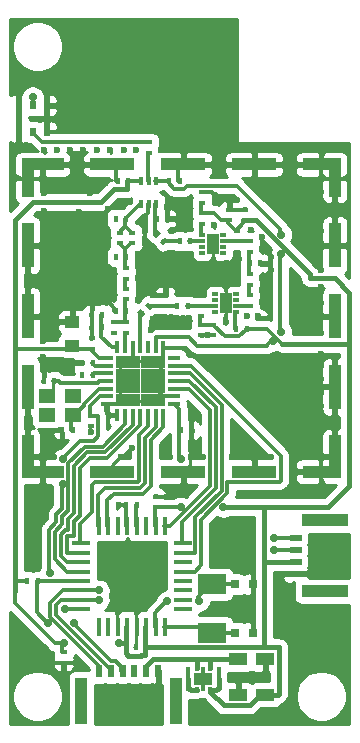
<source format=gbr>
G04 #@! TF.GenerationSoftware,KiCad,Pcbnew,(5.1.4)-1*
G04 #@! TF.CreationDate,2020-12-03T17:42:16+01:00*
G04 #@! TF.ProjectId,LoRa_Balloon,4c6f5261-5f42-4616-9c6c-6f6f6e2e6b69,2*
G04 #@! TF.SameCoordinates,Original*
G04 #@! TF.FileFunction,Copper,L1,Top*
G04 #@! TF.FilePolarity,Positive*
%FSLAX46Y46*%
G04 Gerber Fmt 4.6, Leading zero omitted, Abs format (unit mm)*
G04 Created by KiCad (PCBNEW (5.1.4)-1) date 2020-12-03 17:42:16*
%MOMM*%
%LPD*%
G04 APERTURE LIST*
%ADD10R,0.600000X0.750000*%
%ADD11R,0.600000X1.500000*%
%ADD12R,1.500000X1.100000*%
%ADD13R,0.350000X0.375000*%
%ADD14R,0.350000X2.100000*%
%ADD15C,0.600000*%
%ADD16R,4.000000X1.000000*%
%ADD17R,1.000000X0.500000*%
%ADD18R,0.600000X0.400000*%
%ADD19R,1.600000X1.000000*%
%ADD20R,0.500000X1.000000*%
%ADD21R,1.000000X4.000000*%
%ADD22R,0.400000X0.600000*%
%ADD23R,2.400000X1.700000*%
%ADD24R,0.450000X1.600000*%
%ADD25R,1.600000X0.450000*%
%ADD26C,0.400000*%
%ADD27C,0.100000*%
%ADD28R,1.250000X1.000000*%
%ADD29R,0.800000X0.750000*%
%ADD30R,3.240000X1.000000*%
%ADD31R,3.800000X1.000000*%
%ADD32R,3.570000X1.000000*%
%ADD33R,1.000000X3.570000*%
%ADD34R,1.000000X3.800000*%
%ADD35R,1.000000X3.240000*%
%ADD36R,0.500000X0.300000*%
%ADD37R,1.060000X0.880000*%
%ADD38R,1.000000X0.370000*%
%ADD39R,0.370000X1.000000*%
%ADD40R,1.062500X1.062500*%
%ADD41R,0.400000X0.650000*%
%ADD42R,1.400000X1.150000*%
%ADD43C,0.700000*%
%ADD44C,0.355547*%
%ADD45C,0.250000*%
%ADD46C,0.300000*%
%ADD47C,0.400000*%
%ADD48C,0.254000*%
G04 APERTURE END LIST*
D10*
X101376000Y-108989000D03*
X102576000Y-111239000D03*
X103776000Y-111239000D03*
X103776000Y-108989000D03*
X102576000Y-108989000D03*
D11*
X101376000Y-110864000D03*
D12*
X117033680Y-157553580D03*
D13*
X116483680Y-158416080D03*
X117033680Y-158416080D03*
X117583680Y-158416080D03*
X117583680Y-156691080D03*
X117033680Y-156691080D03*
X116483680Y-156691080D03*
D14*
X118308680Y-157553580D03*
X115758680Y-157553580D03*
D15*
X123510000Y-153500000D03*
X123560000Y-149870000D03*
D16*
X127330000Y-144120000D03*
X127330000Y-150120000D03*
D17*
X124830000Y-145620000D03*
X124830000Y-146620000D03*
X124830000Y-147620000D03*
X124830000Y-148620000D03*
D15*
X119500000Y-103970000D03*
X118500000Y-103970000D03*
X117500000Y-103970000D03*
X116500000Y-103970000D03*
X115500000Y-103970000D03*
X114500000Y-103970000D03*
X113500000Y-103970000D03*
X112500000Y-103970000D03*
X111500000Y-103970000D03*
X110500000Y-103970000D03*
X109500000Y-103970000D03*
X108500000Y-104010000D03*
X107790000Y-104720000D03*
X107080000Y-105430000D03*
X106370000Y-106140000D03*
X105660000Y-106850000D03*
X104950000Y-107560000D03*
D18*
X109977560Y-119745680D03*
X109977560Y-120645680D03*
D15*
X121100220Y-157380860D03*
X117033680Y-157553580D03*
D19*
X122258460Y-155880860D03*
X122258460Y-158880860D03*
X119959760Y-158880860D03*
X119959760Y-155880860D03*
D15*
X117384200Y-128440520D03*
X113967900Y-142105300D03*
X109865800Y-142841900D03*
X118031900Y-116540200D03*
X119860700Y-116959300D03*
X107541700Y-136669700D03*
X108191300Y-158412100D03*
X113191300Y-158412100D03*
X114691800Y-157916800D03*
X106690800Y-157916800D03*
X103947600Y-156157420D03*
X121227920Y-150630000D03*
X121227920Y-152530000D03*
X109789600Y-151846200D03*
X111389800Y-151846200D03*
X118912440Y-126128200D03*
X118912440Y-125248200D03*
X117826160Y-121176280D03*
X117826160Y-120296280D03*
X120168040Y-136791620D03*
X124145680Y-136248060D03*
X124574940Y-133586140D03*
X121084980Y-134015400D03*
X121684420Y-131328080D03*
X118651660Y-130726100D03*
X124689240Y-131411900D03*
X122271160Y-115496260D03*
X124905140Y-115928060D03*
X124153300Y-118300420D03*
X125446160Y-120492440D03*
X124981340Y-124810440D03*
X125060080Y-127175180D03*
X107046400Y-125422580D03*
X105080440Y-124945060D03*
X104862000Y-119651700D03*
X106868600Y-120743900D03*
X107402000Y-116433520D03*
X107275000Y-124122100D03*
X106492680Y-117975300D03*
X105852600Y-122179000D03*
X105476680Y-115724860D03*
X114226980Y-138767740D03*
X115956720Y-138780440D03*
X117003200Y-138777900D03*
X120597300Y-138765200D03*
X119482240Y-138770280D03*
X121671720Y-138770280D03*
X122786780Y-138765200D03*
X124712100Y-138727100D03*
X125827160Y-138722020D03*
X126916820Y-138737260D03*
X126911740Y-137622200D03*
X126952380Y-131086780D03*
X126947300Y-134396400D03*
X126952380Y-133299120D03*
X126934600Y-135483520D03*
X126916820Y-136524920D03*
X126947300Y-132184060D03*
X123462420Y-112763220D03*
X126772040Y-112768300D03*
X125674760Y-112763220D03*
X126954920Y-130004740D03*
X124559700Y-112768300D03*
X127960760Y-112760680D03*
X126947300Y-128290240D03*
X126939680Y-126966900D03*
X117856640Y-112765760D03*
X116759360Y-112760680D03*
X114547020Y-112760680D03*
X115644300Y-112765760D03*
X119045360Y-112758140D03*
X120142640Y-112763220D03*
X121257700Y-112758140D03*
X122354980Y-112763220D03*
X126947300Y-120665160D03*
X126947300Y-125684200D03*
X126947300Y-122877500D03*
X126947300Y-124332920D03*
X126942220Y-121762440D03*
X126977780Y-116324300D03*
X126982860Y-115227020D03*
X126977780Y-118536640D03*
X126982860Y-117439360D03*
X126965080Y-119623760D03*
X110958000Y-137977800D03*
X110089320Y-138767740D03*
X104404800Y-138727100D03*
X103477700Y-138734720D03*
X103477700Y-136514760D03*
X103472620Y-137612040D03*
X103503100Y-116364940D03*
X103508180Y-115267660D03*
X103467540Y-131333160D03*
X103465000Y-128902380D03*
X103459920Y-127787320D03*
X103475160Y-130307000D03*
X103465000Y-126690040D03*
X103470080Y-123408360D03*
X103475160Y-122311080D03*
X103470080Y-125620700D03*
X103475160Y-124523420D03*
X103492940Y-117914340D03*
X103487860Y-119011620D03*
X103487860Y-121223960D03*
X103492940Y-120126680D03*
X103553900Y-112768300D03*
X104651180Y-112773380D03*
X105766240Y-112768300D03*
X106863520Y-112773380D03*
X108052240Y-112765760D03*
X109149520Y-112770840D03*
X110264580Y-112765760D03*
X113454820Y-112760680D03*
X111361860Y-112770840D03*
X111264470Y-133907470D03*
X110201970Y-133907470D03*
X111264470Y-131782470D03*
X110201970Y-132844970D03*
X110201970Y-131782470D03*
X111264470Y-132844970D03*
X112326970Y-131782470D03*
X112326970Y-132844970D03*
X112326970Y-133907470D03*
X113389470Y-133907470D03*
X113389470Y-132844970D03*
X113389470Y-131782470D03*
X113389470Y-130719970D03*
X112326970Y-130719970D03*
X111264470Y-130719970D03*
X110201970Y-130719970D03*
X112578520Y-128021000D03*
X112756320Y-127035480D03*
X113764700Y-126888160D03*
X114783240Y-127002460D03*
X115832260Y-126971980D03*
X118925980Y-127297100D03*
X120734460Y-126844980D03*
X121669180Y-126771320D03*
X121999380Y-125663880D03*
X121991760Y-124617400D03*
X121984140Y-123578540D03*
X122758840Y-122885120D03*
X122758840Y-121838640D03*
X121991760Y-121137600D03*
X121961280Y-120121600D03*
X117940460Y-119125920D03*
X114920400Y-118508700D03*
X113983140Y-117579060D03*
X115867820Y-119463740D03*
X114475900Y-119545020D03*
X112918880Y-121231580D03*
X113922180Y-121536380D03*
X113884080Y-122341560D03*
X115326800Y-121569400D03*
X116576480Y-122382200D03*
X117816000Y-122509200D03*
X119063140Y-122354260D03*
X121079900Y-119567880D03*
X120033420Y-121980880D03*
X119939440Y-123022280D03*
X119903880Y-124066220D03*
X118750720Y-124089080D03*
X117683920Y-124058600D03*
X117051460Y-125013640D03*
X116053240Y-124924740D03*
X115042320Y-124909500D03*
X114343820Y-124165280D03*
X113320200Y-124150040D03*
X111918120Y-124508180D03*
X112786800Y-125013640D03*
X111509180Y-125435280D03*
X111526960Y-123583620D03*
X111519340Y-122567620D03*
X111521880Y-121536380D03*
X112062900Y-120657540D03*
X112052740Y-119603440D03*
X111882560Y-118607760D03*
X108961560Y-125478460D03*
X109464480Y-124599620D03*
X109449240Y-123596320D03*
X108984420Y-122674300D03*
X108666920Y-121716720D03*
X108956480Y-120743900D03*
X108959020Y-119727900D03*
X108687240Y-118737300D03*
X108923460Y-117761940D03*
X109921680Y-117586680D03*
X110848780Y-117172660D03*
D20*
X108191300Y-156911780D03*
X109191300Y-156911780D03*
X110191300Y-156911780D03*
X111191300Y-156911780D03*
X112191300Y-156911780D03*
X113191300Y-156911780D03*
D21*
X106691300Y-159411780D03*
X114691300Y-159411780D03*
D22*
X112192860Y-154858640D03*
X111292860Y-154858640D03*
D23*
X117780440Y-153632040D03*
X117780440Y-149532040D03*
D24*
X108191020Y-153151540D03*
X108991020Y-153151540D03*
X109791020Y-153151540D03*
X110591020Y-153151540D03*
X111391020Y-153151540D03*
X112191020Y-153151540D03*
X112991020Y-153151540D03*
X113791020Y-153151540D03*
D25*
X115291020Y-151651540D03*
X115291020Y-150851540D03*
X115291020Y-150051540D03*
X115291020Y-149251540D03*
X115291020Y-148451540D03*
X115291020Y-147651540D03*
X115291020Y-146851540D03*
X115291020Y-146051540D03*
D24*
X113791020Y-144551540D03*
X112991020Y-144551540D03*
X112191020Y-144551540D03*
X111391020Y-144551540D03*
X110591020Y-144551540D03*
X109791020Y-144551540D03*
X108991020Y-144551540D03*
X108191020Y-144551540D03*
D25*
X106691020Y-146032140D03*
X106691020Y-146851540D03*
X106691020Y-147651540D03*
X106691020Y-148451540D03*
X106691020Y-149251540D03*
X106691020Y-150051540D03*
X106691020Y-150851540D03*
X106691020Y-151651540D03*
D18*
X109444160Y-128211920D03*
X109444160Y-127311920D03*
D22*
X113061120Y-118597600D03*
X113961120Y-118597600D03*
D18*
X107569640Y-128716960D03*
X107569640Y-129616960D03*
D26*
X113061120Y-119852360D03*
D27*
G36*
X113414673Y-119781649D02*
G01*
X112990409Y-120205913D01*
X112707567Y-119923071D01*
X113131831Y-119498807D01*
X113414673Y-119781649D01*
X113414673Y-119781649D01*
G37*
D26*
X113697516Y-120488756D03*
D27*
G36*
X114051069Y-120418045D02*
G01*
X113626805Y-120842309D01*
X113343963Y-120559467D01*
X113768227Y-120135203D01*
X114051069Y-120418045D01*
X114051069Y-120418045D01*
G37*
D28*
X105923720Y-129316400D03*
X105923720Y-127316400D03*
D22*
X106786900Y-130764200D03*
X107686900Y-130764200D03*
D18*
X116921920Y-117241240D03*
X116921920Y-116341240D03*
D22*
X107573880Y-126690040D03*
X108473880Y-126690040D03*
X107691560Y-131820840D03*
X106791560Y-131820840D03*
X108473880Y-127767000D03*
X107573880Y-127767000D03*
X115997780Y-136484280D03*
X115097780Y-136484280D03*
D18*
X119228240Y-117807240D03*
X119228240Y-118707240D03*
X120523640Y-118707240D03*
X120523640Y-117807240D03*
X120960520Y-120491600D03*
X120960520Y-121391600D03*
D22*
X120960520Y-122336480D03*
X121860520Y-122336480D03*
D18*
X120960520Y-123296600D03*
X120960520Y-124196600D03*
X121626000Y-127874100D03*
X121626000Y-126974100D03*
D22*
X103504800Y-132349160D03*
X104404800Y-132349160D03*
X105961820Y-136433480D03*
X105061820Y-136433480D03*
D18*
X116863500Y-127540520D03*
X116863500Y-128440520D03*
D22*
X109595720Y-126364920D03*
X110495720Y-126364920D03*
D18*
X117874420Y-128440520D03*
X117874420Y-127540520D03*
X110495720Y-124509880D03*
X110495720Y-125409880D03*
X113797720Y-125940740D03*
X113797720Y-125040740D03*
D22*
X114810340Y-125938200D03*
X115710340Y-125938200D03*
X110488100Y-121790380D03*
X109588100Y-121790380D03*
D18*
X111024040Y-119745680D03*
X111024040Y-120645680D03*
D22*
X109771400Y-115397200D03*
X110671400Y-115397200D03*
X109606720Y-118592520D03*
X110506720Y-118592520D03*
X115014800Y-115397200D03*
X114114800Y-115397200D03*
D18*
X112405800Y-112987160D03*
X112405800Y-112087160D03*
D29*
X119727920Y-149532040D03*
X121227920Y-149532040D03*
X121227920Y-153632040D03*
X119727920Y-153632040D03*
D18*
X105194740Y-155257420D03*
X105194740Y-156157420D03*
D22*
X111392340Y-142846980D03*
X110492340Y-142846980D03*
D18*
X112990000Y-143002340D03*
X112990000Y-142102340D03*
D30*
X127034200Y-113982400D03*
D31*
X121314200Y-113982400D03*
X115314200Y-113982400D03*
X109314200Y-113982400D03*
D32*
X103429200Y-113982400D03*
D33*
X128154200Y-138707400D03*
D34*
X128154200Y-132822400D03*
X128154200Y-126822400D03*
X128154200Y-120822400D03*
D35*
X128154200Y-115102400D03*
D30*
X127034200Y-139992400D03*
D31*
X121314200Y-139992400D03*
X115314200Y-139992400D03*
X109314200Y-139992400D03*
D32*
X103429200Y-139992400D03*
D35*
X102144200Y-115102400D03*
D34*
X102144200Y-120822400D03*
X102144200Y-126822400D03*
X102144200Y-132822400D03*
D33*
X102144200Y-138707400D03*
D22*
X115024120Y-120487360D03*
X115924120Y-120487360D03*
D18*
X119878480Y-119587360D03*
X119878480Y-120487360D03*
X110495720Y-127314880D03*
X110495720Y-128214880D03*
X120960520Y-125039040D03*
X120960520Y-125939040D03*
D26*
X111793660Y-126576438D03*
D27*
G36*
X111722949Y-126222885D02*
G01*
X112147213Y-126647149D01*
X111864371Y-126929991D01*
X111440107Y-126505727D01*
X111722949Y-126222885D01*
X111722949Y-126222885D01*
G37*
D26*
X112430056Y-125940042D03*
D27*
G36*
X112359345Y-125586489D02*
G01*
X112783609Y-126010753D01*
X112500767Y-126293595D01*
X112076503Y-125869331D01*
X112359345Y-125586489D01*
X112359345Y-125586489D01*
G37*
D18*
X116863500Y-125937780D03*
X116863500Y-126837780D03*
X110495720Y-122750080D03*
X110495720Y-123650080D03*
X116921920Y-118993840D03*
X116921920Y-118093840D03*
X107541700Y-136167200D03*
X107541700Y-135267200D03*
D22*
X120714560Y-127873680D03*
X119814560Y-127873680D03*
X102115840Y-149251540D03*
X103015840Y-149251540D03*
D36*
X116926160Y-119986280D03*
X116926160Y-120486280D03*
X116926160Y-120986280D03*
X116926160Y-121486280D03*
X118726160Y-121486280D03*
X118726160Y-120986280D03*
X118726160Y-120486280D03*
X118726160Y-119986280D03*
D37*
X117826160Y-121176280D03*
X117826160Y-120296280D03*
D38*
X108844120Y-130363720D03*
X108844120Y-131013720D03*
X108844120Y-131663720D03*
X108844120Y-132313720D03*
X108844120Y-132963720D03*
X108844120Y-133613720D03*
X108844120Y-134263720D03*
D39*
X109744120Y-135163720D03*
X110394120Y-135163720D03*
X111044120Y-135163720D03*
X111694120Y-135163720D03*
X112344120Y-135163720D03*
X112994120Y-135163720D03*
X113644120Y-135163720D03*
D38*
X114544120Y-134263720D03*
X114544120Y-133613720D03*
X114544120Y-132963720D03*
X114544120Y-132313720D03*
X114544120Y-131663720D03*
X114544120Y-131013720D03*
X114544120Y-130363720D03*
D39*
X113644120Y-129463720D03*
X112994120Y-129463720D03*
X112344120Y-129463720D03*
X111694120Y-129463720D03*
X111044120Y-129463720D03*
X110394120Y-129463720D03*
X109744120Y-129463720D03*
D40*
X113287870Y-133907470D03*
X113287870Y-132844970D03*
X113287870Y-131782470D03*
X113287870Y-130719970D03*
X112225370Y-133907470D03*
X112225370Y-132844970D03*
X112225370Y-131782470D03*
X112225370Y-130719970D03*
X111162870Y-133907470D03*
X111162870Y-132844970D03*
X111162870Y-131782470D03*
X111162870Y-130719970D03*
X110100370Y-133907470D03*
X110100370Y-132844970D03*
X110100370Y-131782470D03*
X110100370Y-130719970D03*
D37*
X118912440Y-126128200D03*
X118912440Y-125248200D03*
D36*
X118012440Y-126438200D03*
X118012440Y-125938200D03*
X118012440Y-125438200D03*
X118012440Y-124938200D03*
X119812440Y-124938200D03*
X119812440Y-125438200D03*
X119812440Y-125938200D03*
X119812440Y-126438200D03*
D41*
X111755800Y-117297200D03*
X113055800Y-117297200D03*
X112405800Y-115397200D03*
X112405800Y-117297200D03*
X113055800Y-115397200D03*
X111755800Y-115397200D03*
D42*
X103759460Y-133596400D03*
X105959460Y-133596400D03*
X105959460Y-135196400D03*
X103759460Y-135196400D03*
D43*
X115093120Y-143002340D03*
X109888660Y-154496640D03*
X105189660Y-154492880D03*
X118725320Y-143004460D03*
X115093120Y-138917600D03*
X122890920Y-128955720D03*
X104040989Y-148559440D03*
X105347140Y-151653160D03*
X105123620Y-138943000D03*
X105128700Y-141046120D03*
X123637680Y-128208960D03*
X123637680Y-121597340D03*
X123637680Y-119946340D03*
X116683160Y-150936880D03*
X113972980Y-150936880D03*
X123000000Y-145620000D03*
X108200000Y-150051540D03*
X123000000Y-146620000D03*
X108200000Y-150850000D03*
X103899340Y-152829180D03*
X106091360Y-152831720D03*
X102576000Y-108258453D03*
D44*
X112954200Y-117297200D02*
X112954200Y-118592280D01*
X112959520Y-118597600D02*
X112959520Y-119852360D01*
D45*
X111289420Y-154760480D02*
X111191260Y-154858640D01*
X111289420Y-153151540D02*
X111289420Y-154760480D01*
X111289420Y-151847420D02*
X111288200Y-151846200D01*
X111289420Y-153151540D02*
X111289420Y-151847420D01*
X109689420Y-151847620D02*
X109688000Y-151846200D01*
X109689420Y-153151540D02*
X109689420Y-151847620D01*
X107440100Y-136167200D02*
X107440100Y-136669700D01*
X109314200Y-139441260D02*
X109987720Y-138767740D01*
X109314200Y-139992400D02*
X109314200Y-139441260D01*
X115855120Y-139451480D02*
X115855120Y-138780440D01*
X115314200Y-139992400D02*
X115855120Y-139451480D01*
D46*
X114913200Y-114383400D02*
X115314200Y-113982400D01*
X114913200Y-115397200D02*
X114913200Y-114383400D01*
X109669800Y-114338000D02*
X109314200Y-113982400D01*
X109669800Y-115397200D02*
X109669800Y-114338000D01*
X112304200Y-118084520D02*
X112304200Y-117297200D01*
X111780960Y-118607760D02*
X112304200Y-118084520D01*
X117731340Y-116341240D02*
X117930300Y-116540200D01*
X116820320Y-116341240D02*
X117731340Y-116341240D01*
X109494120Y-126112620D02*
X108859960Y-125478460D01*
X109494120Y-126364920D02*
X109494120Y-126112620D01*
X110489420Y-142945660D02*
X110390740Y-142846980D01*
X110489420Y-144551540D02*
X110489420Y-142945660D01*
X110385660Y-142841900D02*
X110390740Y-142846980D01*
X109764200Y-142841900D02*
X110385660Y-142841900D01*
X111044120Y-130601220D02*
X111162870Y-130719970D01*
X111044120Y-129463720D02*
X111044120Y-130601220D01*
X113644120Y-130363720D02*
X113287870Y-130719970D01*
X113644120Y-129463720D02*
X113644120Y-130363720D01*
X113287870Y-133269234D02*
X113287870Y-132844970D01*
X113632356Y-133613720D02*
X113287870Y-133269234D01*
X114544120Y-133613720D02*
X113632356Y-133613720D01*
X109744120Y-134263720D02*
X110100370Y-133907470D01*
X108844120Y-134263720D02*
X109744120Y-134263720D01*
X116761900Y-128440520D02*
X117282600Y-128440520D01*
X117772820Y-128440520D02*
X117282600Y-128440520D01*
X121227920Y-150630000D02*
X121227920Y-149532040D01*
X121227920Y-152530000D02*
X121227920Y-153632040D01*
X117033680Y-156691080D02*
X117033680Y-158416080D01*
D44*
X113595916Y-120488756D02*
X114921124Y-120488756D01*
D46*
X108214800Y-130363720D02*
X107468040Y-129616960D01*
X108844120Y-130363720D02*
X108214800Y-130363720D01*
X111654200Y-115397200D02*
X110569800Y-115397200D01*
X116761900Y-126837780D02*
X116761900Y-127540520D01*
X116761900Y-127540520D02*
X117772820Y-127540520D01*
X116820320Y-118093840D02*
X117520320Y-118093840D01*
X116820320Y-117241240D02*
X116820320Y-118093840D01*
X120422040Y-118942200D02*
X119776880Y-119587360D01*
X120422040Y-118707240D02*
X120422040Y-118942200D01*
D47*
X123717920Y-129169080D02*
X129352680Y-129169080D01*
D46*
X112888400Y-144550520D02*
X112889420Y-144551540D01*
X112888400Y-143002340D02*
X112888400Y-144550520D01*
X112089700Y-154860200D02*
X112091260Y-154858640D01*
D47*
X112089420Y-154856800D02*
X112091260Y-154858640D01*
X112089420Y-153151540D02*
X112089420Y-154856800D01*
X112091260Y-154858640D02*
X112091260Y-155556720D01*
X110569800Y-116097200D02*
X110569800Y-115397200D01*
X129352680Y-129169080D02*
X129352680Y-141241700D01*
X110489420Y-153151540D02*
X110489420Y-154496640D01*
X102572919Y-117183679D02*
X101067781Y-118688817D01*
X110282034Y-154496640D02*
X110489420Y-154496640D01*
X109787060Y-154496640D02*
X110282034Y-154496640D01*
X110489420Y-154496640D02*
X110489420Y-155376802D01*
D46*
X101513461Y-149252319D02*
X101067781Y-149252319D01*
X101514240Y-149251540D02*
X101513461Y-149252319D01*
X102014240Y-149251540D02*
X101514240Y-149251540D01*
D47*
X101067781Y-118688817D02*
X101067781Y-149252319D01*
X101067781Y-149252319D02*
X101067781Y-150067065D01*
D46*
X105093140Y-154497960D02*
X105088060Y-154492880D01*
X105093140Y-155257420D02*
X105093140Y-154497960D01*
X104593086Y-154492880D02*
X105088060Y-154492880D01*
X104425438Y-154492880D02*
X104593086Y-154492880D01*
X101067781Y-151135223D02*
X104425438Y-154492880D01*
X101067781Y-150067065D02*
X101067781Y-151135223D01*
D47*
X127592040Y-143002340D02*
X129352680Y-141241700D01*
D46*
X117913240Y-118093840D02*
X117520320Y-118093840D01*
X118526640Y-118707240D02*
X117913240Y-118093840D01*
X119126640Y-118707240D02*
X118526640Y-118707240D01*
X119126640Y-118937120D02*
X119776880Y-119587360D01*
X119126640Y-118707240D02*
X119126640Y-118937120D01*
X120612960Y-127973680D02*
X120612960Y-127873680D01*
X120062959Y-128523681D02*
X120612960Y-127973680D01*
X118855981Y-128523681D02*
X120062959Y-128523681D01*
X117872820Y-127540520D02*
X118855981Y-128523681D01*
X117772820Y-127540520D02*
X117872820Y-127540520D01*
X106122680Y-129616960D02*
X105822120Y-129316400D01*
X106612900Y-129616960D02*
X106122680Y-129616960D01*
X106612900Y-129616960D02*
X107468040Y-129616960D01*
X101067781Y-129616960D02*
X106612900Y-129616960D01*
D47*
X129352680Y-124828220D02*
X129352680Y-129169080D01*
X128136020Y-123611560D02*
X129352680Y-124828220D01*
X126026360Y-123611560D02*
X128136020Y-123611560D01*
X126026360Y-123252278D02*
X126026360Y-123611560D01*
X121481322Y-118707240D02*
X126026360Y-123252278D01*
X120422040Y-118707240D02*
X121481322Y-118707240D01*
X109450598Y-116097200D02*
X110569800Y-116097200D01*
X108364119Y-117183679D02*
X109450598Y-116097200D01*
X102572919Y-117183679D02*
X108364119Y-117183679D01*
D46*
X112888400Y-143002340D02*
X114991520Y-143002340D01*
X114991520Y-136488940D02*
X114996180Y-136484280D01*
X114991520Y-138917600D02*
X114991520Y-136488940D01*
X114996180Y-134715780D02*
X114544120Y-134263720D01*
X114996180Y-136484280D02*
X114996180Y-134715780D01*
X122422940Y-127874100D02*
X121524400Y-127874100D01*
X123717920Y-129169080D02*
X122422940Y-127874100D01*
X120613380Y-127874100D02*
X120612960Y-127873680D01*
X121524400Y-127874100D02*
X120613380Y-127874100D01*
X122611520Y-143002340D02*
X122608560Y-142999380D01*
D47*
X112845220Y-154858640D02*
X112091260Y-154858640D01*
X110671259Y-155558641D02*
X110489420Y-155376802D01*
X111711261Y-155558641D02*
X110671259Y-155558641D01*
X111713182Y-155556720D02*
X111711261Y-155558641D01*
X112091260Y-155556720D02*
X111713182Y-155556720D01*
X122171360Y-143055860D02*
X122223610Y-143003610D01*
X122223610Y-143003610D02*
X118623720Y-143004460D01*
X127592040Y-143002340D02*
X122223610Y-143003610D01*
X122171360Y-154858640D02*
X112845220Y-154858640D01*
X123928640Y-147620000D02*
X122171360Y-147621360D01*
X124830000Y-147620000D02*
X123930000Y-147620000D01*
X122171360Y-154858640D02*
X122171360Y-147621360D01*
X122171360Y-147621360D02*
X122171360Y-143055860D01*
X118730860Y-159780860D02*
X117608681Y-158658681D01*
X122171360Y-154858640D02*
X123447180Y-154858640D01*
X117608681Y-158658681D02*
X117608681Y-158503581D01*
X123447180Y-154858640D02*
X123447180Y-158790540D01*
X123356860Y-158880860D02*
X121856860Y-158880860D01*
X123447180Y-158790540D02*
X123356860Y-158880860D01*
X121856860Y-158880860D02*
X120956860Y-159780860D01*
X120956860Y-159780860D02*
X118730860Y-159780860D01*
X118103681Y-158503581D02*
X117608681Y-158503581D01*
X118308680Y-157553580D02*
X118308680Y-158298582D01*
X118308680Y-158298582D02*
X118103681Y-158503581D01*
D46*
X107834820Y-131013720D02*
X107585300Y-130764200D01*
X108844120Y-131013720D02*
X107834820Y-131013720D01*
X108372280Y-126690040D02*
X108372280Y-127767000D01*
X109259120Y-129463720D02*
X109744120Y-129463720D01*
X108372280Y-128576880D02*
X109259120Y-129463720D01*
X108372280Y-127767000D02*
X108372280Y-128576880D01*
X107747080Y-131663720D02*
X107589960Y-131820840D01*
X108844120Y-131663720D02*
X107747080Y-131663720D01*
D44*
X120858920Y-121391600D02*
X120858920Y-122336480D01*
X120858920Y-122336480D02*
X120858920Y-123296600D01*
D46*
X119775800Y-120486280D02*
X119776880Y-120487360D01*
X118624560Y-120486280D02*
X119775800Y-120486280D01*
D44*
X119205636Y-120487360D02*
X119204556Y-120486280D01*
X119776880Y-120487360D02*
X119205636Y-120487360D01*
X120854680Y-120487360D02*
X120858920Y-120491600D01*
X119776880Y-120487360D02*
X120854680Y-120487360D01*
X120858920Y-124196600D02*
X120858920Y-125039040D01*
D46*
X104804040Y-132349160D02*
X104304040Y-132349160D01*
X104925721Y-132470841D02*
X104804040Y-132349160D01*
X108069961Y-132470841D02*
X104925721Y-132470841D01*
X108227082Y-132313720D02*
X108069961Y-132470841D01*
X108844120Y-132313720D02*
X108227082Y-132313720D01*
D45*
X104304040Y-132899160D02*
X103662400Y-133593000D01*
X104304040Y-132349160D02*
X104304040Y-132899160D01*
D46*
X106907861Y-134451401D02*
X105860220Y-135323760D01*
X106907861Y-134234977D02*
X106907861Y-134451401D01*
X108179118Y-132963720D02*
X106907861Y-134234977D01*
X108844120Y-132963720D02*
X108179118Y-132963720D01*
X105860220Y-136433480D02*
X105860220Y-135323760D01*
D44*
X110391160Y-127311920D02*
X110394120Y-127314880D01*
X109342560Y-127311920D02*
X110391160Y-127311920D01*
X110394120Y-127314880D02*
X110394120Y-126364920D01*
X110394120Y-126364920D02*
X110394120Y-125409880D01*
X110394120Y-124509880D02*
X110394120Y-123650080D01*
X113698660Y-125938200D02*
X113696120Y-125940740D01*
X114708740Y-125938200D02*
X113698660Y-125938200D01*
X112329154Y-125940740D02*
X112328456Y-125940042D01*
X113696120Y-125940740D02*
X112329154Y-125940740D01*
D46*
X116762320Y-125938200D02*
X116761900Y-125937780D01*
X117910840Y-125938200D02*
X116762320Y-125938200D01*
D44*
X117330424Y-125937780D02*
X117330844Y-125938200D01*
X116761900Y-125937780D02*
X117330424Y-125937780D01*
X115609160Y-125937780D02*
X115608740Y-125938200D01*
X116761900Y-125937780D02*
X115609160Y-125937780D01*
X110394120Y-121798000D02*
X110386500Y-121790380D01*
X110394120Y-122750080D02*
X110394120Y-121798000D01*
X110386500Y-121156220D02*
X109875960Y-120645680D01*
X110386500Y-121790380D02*
X110386500Y-121156220D01*
X110386500Y-121181620D02*
X110922440Y-120645680D01*
X110386500Y-121790380D02*
X110386500Y-121181620D01*
X111654200Y-117343440D02*
X110405120Y-118592520D01*
D45*
X111654200Y-117297200D02*
X111654200Y-117343440D01*
D44*
X110405120Y-119216520D02*
X110405120Y-118592520D01*
X109875960Y-119745680D02*
X110405120Y-119216520D01*
X110922440Y-119733840D02*
X110405120Y-119216520D01*
X110922440Y-119745680D02*
X110922440Y-119733840D01*
D46*
X112954200Y-115397200D02*
X114013200Y-115397200D01*
X108253260Y-133613720D02*
X108844120Y-133613720D01*
X107440100Y-134426880D02*
X108253260Y-133613720D01*
X107440100Y-135267200D02*
X107440100Y-134426880D01*
D45*
X107540100Y-135267200D02*
X107440100Y-135267200D01*
X105022020Y-138943000D02*
X105247593Y-138943000D01*
X106587800Y-151653160D02*
X106589420Y-151651540D01*
D46*
X105245540Y-151653160D02*
X106587800Y-151653160D01*
X105372019Y-138593001D02*
X105022020Y-138943000D01*
X107440100Y-135267200D02*
X108040100Y-135267200D01*
X108040100Y-135267200D02*
X108090101Y-135317201D01*
X108090101Y-135317201D02*
X108090101Y-137007759D01*
X108090101Y-137007759D02*
X107732200Y-137365660D01*
X107732200Y-137365660D02*
X106599360Y-137365660D01*
X106599360Y-137365660D02*
X105372019Y-138593001D01*
X105027100Y-143130378D02*
X105027100Y-141046120D01*
X104589380Y-143568098D02*
X105027100Y-143130378D01*
X104589380Y-144255818D02*
X104589380Y-143568098D01*
X103939389Y-148559440D02*
X103939389Y-144905809D01*
X103939389Y-144905809D02*
X104589380Y-144255818D01*
X116517599Y-129326221D02*
X122451839Y-129326221D01*
X115805097Y-128613719D02*
X116517599Y-129326221D01*
X113044121Y-128613719D02*
X115805097Y-128613719D01*
X112994120Y-129463720D02*
X112994120Y-128663720D01*
X112994120Y-128663720D02*
X113044121Y-128613719D01*
X122439321Y-129305719D02*
X122789320Y-128955720D01*
X123536080Y-128208960D02*
X123536080Y-121597340D01*
X114013200Y-115497200D02*
X114013200Y-115397200D01*
X114563201Y-116047201D02*
X114013200Y-115497200D01*
X115393201Y-116047201D02*
X114563201Y-116047201D01*
X115649163Y-115791239D02*
X115393201Y-116047201D01*
X119875953Y-115791239D02*
X115649163Y-115791239D01*
X123536080Y-119451366D02*
X119875953Y-115791239D01*
X123536080Y-119946340D02*
X123536080Y-119451366D01*
D44*
X112304200Y-112987160D02*
X112304200Y-115397200D01*
D46*
X116581560Y-150629320D02*
X117678840Y-149532040D01*
X116581560Y-150936880D02*
X116581560Y-150629320D01*
X112889420Y-151918840D02*
X112889420Y-153151540D01*
X113871380Y-150936880D02*
X112889420Y-151918840D01*
X117678840Y-149532040D02*
X119626320Y-149532040D01*
X113689640Y-153151760D02*
X113689420Y-153151540D01*
X117724780Y-153141600D02*
X117724560Y-153141380D01*
X113699580Y-153141380D02*
X113689420Y-153151540D01*
X117198340Y-153151540D02*
X117678840Y-153632040D01*
X113689420Y-153151540D02*
X117198340Y-153151540D01*
X119626320Y-153632040D02*
X117678840Y-153632040D01*
X111290740Y-144550220D02*
X111289420Y-144551540D01*
X111290740Y-142846980D02*
X111290740Y-144550220D01*
X108089700Y-156385820D02*
X108089700Y-156911780D01*
X108098160Y-156377360D02*
X108089700Y-156385820D01*
X104045529Y-152324729D02*
X108098160Y-156377360D01*
X104045529Y-151110049D02*
X104045529Y-152324729D01*
X106589420Y-150051540D02*
X105104038Y-150051540D01*
X105104038Y-150051540D02*
X104045529Y-151110049D01*
X108200000Y-150051540D02*
X106691020Y-150051540D01*
X124830000Y-145620000D02*
X123000000Y-145620000D01*
X105011158Y-150851540D02*
X104545539Y-151317159D01*
X106589420Y-150851540D02*
X105011158Y-150851540D01*
X109089700Y-156661780D02*
X109089700Y-156911780D01*
X104545539Y-152117619D02*
X109089700Y-156661780D01*
X104545539Y-151317159D02*
X104545539Y-152117619D01*
X106692560Y-150850000D02*
X106691020Y-150851540D01*
X108200000Y-150850000D02*
X106692560Y-150850000D01*
X123000000Y-146620000D02*
X124830000Y-146620000D01*
D44*
X115822520Y-120487360D02*
X116243484Y-120487360D01*
D46*
X116244564Y-120486280D02*
X116243484Y-120487360D01*
X116824560Y-120486280D02*
X116244564Y-120486280D01*
D44*
X110394120Y-128316480D02*
X110495720Y-128214880D01*
X110394120Y-129463720D02*
X110394120Y-128316480D01*
D46*
X120858080Y-125938200D02*
X120858920Y-125939040D01*
X119710840Y-125938200D02*
X120858080Y-125938200D01*
D44*
X120291676Y-125939040D02*
X120290836Y-125938200D01*
X120858920Y-125939040D02*
X120291676Y-125939040D01*
X111692060Y-129461660D02*
X111694120Y-129463720D01*
X111692060Y-126576438D02*
X111692060Y-129461660D01*
D46*
X116824560Y-118998080D02*
X116820320Y-118993840D01*
X116824560Y-119986280D02*
X116824560Y-118998080D01*
X119712960Y-126440320D02*
X119710840Y-126438200D01*
X119712960Y-127873680D02*
X119712960Y-126440320D01*
X110089700Y-156661780D02*
X110089700Y-156911780D01*
X110089700Y-156531778D02*
X109619701Y-156061779D01*
X110089700Y-156911780D02*
X110089700Y-156531778D01*
X109219819Y-156061779D02*
X109429741Y-156061779D01*
X105989760Y-152831720D02*
X109219819Y-156061779D01*
X109619701Y-156061779D02*
X109429741Y-156061779D01*
X103414240Y-149251540D02*
X102914240Y-149251540D01*
X103422141Y-149259441D02*
X103414240Y-149251540D01*
X105481519Y-149259441D02*
X103422141Y-149259441D01*
X105489420Y-149251540D02*
X105481519Y-149259441D01*
X106589420Y-149251540D02*
X105489420Y-149251540D01*
X102914240Y-149851540D02*
X102914240Y-149251540D01*
X102914240Y-151900560D02*
X102914240Y-149851540D01*
X103797740Y-152784060D02*
X102914240Y-151900560D01*
X103797740Y-152829180D02*
X103797740Y-152784060D01*
X105564201Y-143300397D02*
X105089390Y-143775208D01*
X104439399Y-147401519D02*
X105489420Y-148451540D01*
X105489420Y-148451540D02*
X106589420Y-148451540D01*
X105089390Y-144462928D02*
X104439399Y-145112919D01*
X110394120Y-135163720D02*
X110394120Y-135963720D01*
X105089390Y-143775208D02*
X105089390Y-144462928D01*
X104439399Y-145112919D02*
X104439399Y-147401519D01*
X110394120Y-135963720D02*
X108492170Y-137865670D01*
X106996688Y-137865670D02*
X108492170Y-137865670D01*
X105564201Y-139298157D02*
X106996688Y-137865670D01*
X105564201Y-143300397D02*
X105564201Y-139298157D01*
X106064211Y-143507507D02*
X105589400Y-143982318D01*
X104939409Y-145320029D02*
X104939409Y-147101529D01*
X105589400Y-144957129D02*
X105302309Y-144957129D01*
X111044120Y-136020840D02*
X108699280Y-138365680D01*
X105489420Y-147651540D02*
X106589420Y-147651540D01*
X105302309Y-144957129D02*
X104939409Y-145320029D01*
X111044120Y-135163720D02*
X111044120Y-136020840D01*
X104939409Y-147101529D02*
X105489420Y-147651540D01*
X105589400Y-143982318D02*
X105589400Y-144957129D01*
X107203798Y-138365680D02*
X108699280Y-138365680D01*
X106064211Y-139505267D02*
X107203798Y-138365680D01*
X106064211Y-143507507D02*
X106064211Y-139505267D01*
X105439419Y-146801539D02*
X105489420Y-146851540D01*
X105439419Y-145527139D02*
X105439419Y-146801539D01*
X105509419Y-145457139D02*
X105439419Y-145527139D01*
X106089410Y-145457139D02*
X105509419Y-145457139D01*
X111694120Y-135163720D02*
X111694120Y-136077960D01*
X111694120Y-136077960D02*
X108906390Y-138865690D01*
X106564221Y-143714617D02*
X106089410Y-144189428D01*
X105489420Y-146851540D02*
X106589420Y-146851540D01*
X106089410Y-144189428D02*
X106089410Y-145457139D01*
X107410908Y-138865690D02*
X108906390Y-138865690D01*
X106564221Y-139712377D02*
X107410908Y-138865690D01*
X106564221Y-143714617D02*
X106564221Y-139712377D01*
X112344120Y-135163720D02*
X112344120Y-136135080D01*
X112344120Y-136135080D02*
X111564201Y-136914999D01*
X111564201Y-136914999D02*
X111564201Y-140772401D01*
X106589420Y-146032140D02*
X106589420Y-144401529D01*
X106589420Y-144396538D02*
X107584419Y-143401539D01*
X106589420Y-144401529D02*
X106589420Y-144396538D01*
X107584419Y-141577441D02*
X107589410Y-141572450D01*
X107584419Y-143401539D02*
X107584419Y-141577441D01*
X111564201Y-140772401D02*
X111494201Y-140842401D01*
X107584419Y-141138672D02*
X107584419Y-141577441D01*
X107880690Y-140842401D02*
X107584419Y-141138672D01*
X111494201Y-140842401D02*
X107880690Y-140842401D01*
X112994120Y-136192200D02*
X112064211Y-137122109D01*
X112994120Y-135163720D02*
X112994120Y-136192200D01*
X112064211Y-137122109D02*
X112064211Y-140979511D01*
X112064211Y-140979511D02*
X111701311Y-141342411D01*
X108680790Y-141342411D02*
X108970831Y-141342411D01*
X108089420Y-141933781D02*
X108680790Y-141342411D01*
X108089420Y-144551540D02*
X108089420Y-141933781D01*
X111701311Y-141342411D02*
X108970831Y-141342411D01*
X113644120Y-136249320D02*
X112564221Y-137329219D01*
X113644120Y-135163720D02*
X113644120Y-136249320D01*
X112564221Y-137329219D02*
X112564221Y-141186621D01*
X112564221Y-141186621D02*
X111908421Y-141842421D01*
X108889420Y-142375582D02*
X109422581Y-141842421D01*
X108889420Y-144551540D02*
X108889420Y-142375582D01*
X111908421Y-141842421D02*
X109422581Y-141842421D01*
X114214420Y-144551540D02*
X113689420Y-144551540D01*
X117564201Y-141201759D02*
X114214420Y-144551540D01*
X117564201Y-134754499D02*
X117564201Y-141201759D01*
X115773422Y-132963720D02*
X117564201Y-134754499D01*
X114544120Y-132963720D02*
X115773422Y-132963720D01*
X115189420Y-144283660D02*
X115189420Y-146051540D01*
X118064211Y-141408869D02*
X115189420Y-144283660D01*
X118064211Y-134547389D02*
X118064211Y-141408869D01*
X114544120Y-132313720D02*
X115830542Y-132313720D01*
X115830542Y-132313720D02*
X118064211Y-134547389D01*
X116289420Y-146851540D02*
X115189420Y-146851540D01*
X115887662Y-131663720D02*
X118564221Y-134340279D01*
X118564221Y-134340279D02*
X118564221Y-141615979D01*
X118564221Y-141615979D02*
X116339421Y-143840779D01*
X114544120Y-131663720D02*
X115887662Y-131663720D01*
X116339421Y-143840779D02*
X116339421Y-146801539D01*
X116339421Y-146801539D02*
X116289420Y-146851540D01*
X119064231Y-141823089D02*
X116839431Y-144047889D01*
X115944782Y-131013720D02*
X123564201Y-138633139D01*
X114544120Y-131013720D02*
X115944782Y-131013720D01*
X123564201Y-138633139D02*
X123564201Y-140772401D01*
X123564201Y-140772401D02*
X123491142Y-140845460D01*
X123491142Y-140845460D02*
X119064231Y-140845460D01*
X119064231Y-140845460D02*
X119064231Y-141823089D01*
X116289420Y-148451540D02*
X115189420Y-148451540D01*
X116839431Y-147901529D02*
X116289420Y-148451540D01*
X116839431Y-144047889D02*
X116839431Y-147901529D01*
D44*
X102576000Y-108258453D02*
X102576000Y-108258453D01*
X102576000Y-108258453D02*
X102576000Y-108989000D01*
X102576000Y-111314000D02*
X102576000Y-111239000D01*
X103349580Y-112087580D02*
X102576000Y-111314000D01*
X112304200Y-112087580D02*
X103349580Y-112087580D01*
D47*
X119858160Y-155880860D02*
X117934798Y-155880860D01*
X112191300Y-156441778D02*
X112752218Y-155880860D01*
X112191300Y-156911780D02*
X112191300Y-156441778D01*
X117608681Y-155880860D02*
X117608681Y-156603579D01*
X117579140Y-155880860D02*
X117934798Y-155880860D01*
X116458679Y-155880860D02*
X116458679Y-156603579D01*
X116480860Y-155880860D02*
X117579140Y-155880860D01*
X112752218Y-155880860D02*
X116480860Y-155880860D01*
X115963679Y-158503581D02*
X116458679Y-158503581D01*
X115758680Y-157553580D02*
X115758680Y-158298582D01*
X115758680Y-158298582D02*
X115963679Y-158503581D01*
D48*
G36*
X113314300Y-156784780D02*
G01*
X113338300Y-156784780D01*
X113338300Y-157038780D01*
X113314300Y-157038780D01*
X113314300Y-157888030D01*
X113473050Y-158046780D01*
X113553228Y-158037816D01*
X113553228Y-161340000D01*
X107829372Y-161340000D01*
X107829372Y-158038828D01*
X107941300Y-158049852D01*
X108441300Y-158049852D01*
X108565782Y-158037592D01*
X108685480Y-158001282D01*
X108691300Y-157998171D01*
X108697120Y-158001282D01*
X108816818Y-158037592D01*
X108941300Y-158049852D01*
X109441300Y-158049852D01*
X109565782Y-158037592D01*
X109685480Y-158001282D01*
X109691300Y-157998171D01*
X109697120Y-158001282D01*
X109816818Y-158037592D01*
X109941300Y-158049852D01*
X110441300Y-158049852D01*
X110565782Y-158037592D01*
X110685480Y-158001282D01*
X110691300Y-157998171D01*
X110697120Y-158001282D01*
X110816818Y-158037592D01*
X110941300Y-158049852D01*
X111441300Y-158049852D01*
X111565782Y-158037592D01*
X111685480Y-158001282D01*
X111691300Y-157998171D01*
X111697120Y-158001282D01*
X111816818Y-158037592D01*
X111941300Y-158049852D01*
X112441300Y-158049852D01*
X112565782Y-158037592D01*
X112685480Y-158001282D01*
X112691218Y-157998215D01*
X112804691Y-158035057D01*
X112909550Y-158046780D01*
X113068300Y-157888030D01*
X113068300Y-157524200D01*
X113079372Y-157411780D01*
X113079372Y-156764780D01*
X113314300Y-156764780D01*
X113314300Y-156784780D01*
X113314300Y-156784780D01*
G37*
X113314300Y-156784780D02*
X113338300Y-156784780D01*
X113338300Y-157038780D01*
X113314300Y-157038780D01*
X113314300Y-157888030D01*
X113473050Y-158046780D01*
X113553228Y-158037816D01*
X113553228Y-161340000D01*
X107829372Y-161340000D01*
X107829372Y-158038828D01*
X107941300Y-158049852D01*
X108441300Y-158049852D01*
X108565782Y-158037592D01*
X108685480Y-158001282D01*
X108691300Y-157998171D01*
X108697120Y-158001282D01*
X108816818Y-158037592D01*
X108941300Y-158049852D01*
X109441300Y-158049852D01*
X109565782Y-158037592D01*
X109685480Y-158001282D01*
X109691300Y-157998171D01*
X109697120Y-158001282D01*
X109816818Y-158037592D01*
X109941300Y-158049852D01*
X110441300Y-158049852D01*
X110565782Y-158037592D01*
X110685480Y-158001282D01*
X110691300Y-157998171D01*
X110697120Y-158001282D01*
X110816818Y-158037592D01*
X110941300Y-158049852D01*
X111441300Y-158049852D01*
X111565782Y-158037592D01*
X111685480Y-158001282D01*
X111691300Y-157998171D01*
X111697120Y-158001282D01*
X111816818Y-158037592D01*
X111941300Y-158049852D01*
X112441300Y-158049852D01*
X112565782Y-158037592D01*
X112685480Y-158001282D01*
X112691218Y-157998215D01*
X112804691Y-158035057D01*
X112909550Y-158046780D01*
X113068300Y-157888030D01*
X113068300Y-157524200D01*
X113079372Y-157411780D01*
X113079372Y-156764780D01*
X113314300Y-156764780D01*
X113314300Y-156784780D01*
G36*
X129340001Y-148982913D02*
G01*
X129330000Y-148981928D01*
X125956036Y-148981928D01*
X125965000Y-148901750D01*
X125806250Y-148743000D01*
X124957000Y-148743000D01*
X124957000Y-148767000D01*
X124703000Y-148767000D01*
X124703000Y-148743000D01*
X123853750Y-148743000D01*
X123695000Y-148901750D01*
X123706723Y-149006609D01*
X123745350Y-149125579D01*
X123806445Y-149234728D01*
X123887660Y-149329860D01*
X123985874Y-149407320D01*
X124097312Y-149464131D01*
X124217692Y-149498111D01*
X124342388Y-149507952D01*
X124544250Y-149505000D01*
X124702998Y-149346252D01*
X124702998Y-149505000D01*
X124703254Y-149505000D01*
X124691928Y-149620000D01*
X124691928Y-150620000D01*
X124704188Y-150744482D01*
X124740498Y-150864180D01*
X124799463Y-150974494D01*
X124878815Y-151071185D01*
X124975506Y-151150537D01*
X125085820Y-151209502D01*
X125205518Y-151245812D01*
X125330000Y-151258072D01*
X129330000Y-151258072D01*
X129340001Y-151257087D01*
X129340001Y-161340000D01*
X115829372Y-161340000D01*
X115829372Y-159329393D01*
X115922660Y-159338581D01*
X115922670Y-159338581D01*
X115963678Y-159342620D01*
X116004686Y-159338581D01*
X116499698Y-159338581D01*
X116622368Y-159326499D01*
X116779766Y-159278753D01*
X116906678Y-159210917D01*
X116906678Y-159238580D01*
X117004400Y-159238580D01*
X117015390Y-159251972D01*
X117047259Y-159278126D01*
X118111423Y-160342292D01*
X118137569Y-160374151D01*
X118264714Y-160478496D01*
X118409773Y-160556032D01*
X118567171Y-160603778D01*
X118689841Y-160615860D01*
X118689842Y-160615860D01*
X118730860Y-160619900D01*
X118771878Y-160615860D01*
X120915842Y-160615860D01*
X120956860Y-160619900D01*
X120997878Y-160615860D01*
X120997879Y-160615860D01*
X121120549Y-160603778D01*
X121277947Y-160556032D01*
X121423006Y-160478496D01*
X121550151Y-160374151D01*
X121576306Y-160342281D01*
X121899655Y-160018932D01*
X123058460Y-160018932D01*
X123182942Y-160006672D01*
X123302640Y-159970362D01*
X123412954Y-159911397D01*
X123509645Y-159832045D01*
X123588997Y-159735354D01*
X123622388Y-159672886D01*
X123677947Y-159656032D01*
X123823006Y-159578496D01*
X123950151Y-159474151D01*
X123976304Y-159442283D01*
X124008604Y-159409983D01*
X124040471Y-159383831D01*
X124144816Y-159256686D01*
X124222352Y-159111627D01*
X124270098Y-158954229D01*
X124282180Y-158831559D01*
X124282180Y-158831558D01*
X124286220Y-158790540D01*
X124285805Y-158786323D01*
X124830497Y-158786323D01*
X124830497Y-159213677D01*
X124913870Y-159632821D01*
X125077412Y-160027645D01*
X125314837Y-160382977D01*
X125617023Y-160685163D01*
X125972355Y-160922588D01*
X126367179Y-161086130D01*
X126786323Y-161169503D01*
X127213677Y-161169503D01*
X127632821Y-161086130D01*
X128027645Y-160922588D01*
X128382977Y-160685163D01*
X128685163Y-160382977D01*
X128922588Y-160027645D01*
X129086130Y-159632821D01*
X129169503Y-159213677D01*
X129169503Y-158786323D01*
X129086130Y-158367179D01*
X128922588Y-157972355D01*
X128685163Y-157617023D01*
X128382977Y-157314837D01*
X128027645Y-157077412D01*
X127632821Y-156913870D01*
X127213677Y-156830497D01*
X126786323Y-156830497D01*
X126367179Y-156913870D01*
X125972355Y-157077412D01*
X125617023Y-157314837D01*
X125314837Y-157617023D01*
X125077412Y-157972355D01*
X124913870Y-158367179D01*
X124830497Y-158786323D01*
X124285805Y-158786323D01*
X124282180Y-158749522D01*
X124282180Y-154899658D01*
X124286220Y-154858640D01*
X124281749Y-154813240D01*
X124270098Y-154694951D01*
X124222352Y-154537553D01*
X124144816Y-154392494D01*
X124040471Y-154265349D01*
X124023255Y-154251220D01*
X123913326Y-154161004D01*
X123768267Y-154083468D01*
X123610869Y-154035722D01*
X123488199Y-154023640D01*
X123488198Y-154023640D01*
X123447180Y-154019600D01*
X123406161Y-154023640D01*
X123006360Y-154023640D01*
X123006360Y-148455714D01*
X123811841Y-148455091D01*
X123853750Y-148497000D01*
X124217580Y-148497000D01*
X124330000Y-148508072D01*
X125330000Y-148508072D01*
X125442420Y-148497000D01*
X125806250Y-148497000D01*
X125965000Y-148338250D01*
X125953277Y-148233391D01*
X125916435Y-148119918D01*
X125919502Y-148114180D01*
X125955812Y-147994482D01*
X125968072Y-147870000D01*
X125968072Y-147370000D01*
X125955812Y-147245518D01*
X125919502Y-147125820D01*
X125916391Y-147120000D01*
X125919502Y-147114180D01*
X125955812Y-146994482D01*
X125968072Y-146870000D01*
X125968072Y-146370000D01*
X125955812Y-146245518D01*
X125919502Y-146125820D01*
X125916391Y-146120000D01*
X125919502Y-146114180D01*
X125955812Y-145994482D01*
X125968072Y-145870000D01*
X125968072Y-145370000D01*
X125957048Y-145258072D01*
X129330000Y-145258072D01*
X129340001Y-145257087D01*
X129340001Y-148982913D01*
X129340001Y-148982913D01*
G37*
X129340001Y-148982913D02*
X129330000Y-148981928D01*
X125956036Y-148981928D01*
X125965000Y-148901750D01*
X125806250Y-148743000D01*
X124957000Y-148743000D01*
X124957000Y-148767000D01*
X124703000Y-148767000D01*
X124703000Y-148743000D01*
X123853750Y-148743000D01*
X123695000Y-148901750D01*
X123706723Y-149006609D01*
X123745350Y-149125579D01*
X123806445Y-149234728D01*
X123887660Y-149329860D01*
X123985874Y-149407320D01*
X124097312Y-149464131D01*
X124217692Y-149498111D01*
X124342388Y-149507952D01*
X124544250Y-149505000D01*
X124702998Y-149346252D01*
X124702998Y-149505000D01*
X124703254Y-149505000D01*
X124691928Y-149620000D01*
X124691928Y-150620000D01*
X124704188Y-150744482D01*
X124740498Y-150864180D01*
X124799463Y-150974494D01*
X124878815Y-151071185D01*
X124975506Y-151150537D01*
X125085820Y-151209502D01*
X125205518Y-151245812D01*
X125330000Y-151258072D01*
X129330000Y-151258072D01*
X129340001Y-151257087D01*
X129340001Y-161340000D01*
X115829372Y-161340000D01*
X115829372Y-159329393D01*
X115922660Y-159338581D01*
X115922670Y-159338581D01*
X115963678Y-159342620D01*
X116004686Y-159338581D01*
X116499698Y-159338581D01*
X116622368Y-159326499D01*
X116779766Y-159278753D01*
X116906678Y-159210917D01*
X116906678Y-159238580D01*
X117004400Y-159238580D01*
X117015390Y-159251972D01*
X117047259Y-159278126D01*
X118111423Y-160342292D01*
X118137569Y-160374151D01*
X118264714Y-160478496D01*
X118409773Y-160556032D01*
X118567171Y-160603778D01*
X118689841Y-160615860D01*
X118689842Y-160615860D01*
X118730860Y-160619900D01*
X118771878Y-160615860D01*
X120915842Y-160615860D01*
X120956860Y-160619900D01*
X120997878Y-160615860D01*
X120997879Y-160615860D01*
X121120549Y-160603778D01*
X121277947Y-160556032D01*
X121423006Y-160478496D01*
X121550151Y-160374151D01*
X121576306Y-160342281D01*
X121899655Y-160018932D01*
X123058460Y-160018932D01*
X123182942Y-160006672D01*
X123302640Y-159970362D01*
X123412954Y-159911397D01*
X123509645Y-159832045D01*
X123588997Y-159735354D01*
X123622388Y-159672886D01*
X123677947Y-159656032D01*
X123823006Y-159578496D01*
X123950151Y-159474151D01*
X123976304Y-159442283D01*
X124008604Y-159409983D01*
X124040471Y-159383831D01*
X124144816Y-159256686D01*
X124222352Y-159111627D01*
X124270098Y-158954229D01*
X124282180Y-158831559D01*
X124282180Y-158831558D01*
X124286220Y-158790540D01*
X124285805Y-158786323D01*
X124830497Y-158786323D01*
X124830497Y-159213677D01*
X124913870Y-159632821D01*
X125077412Y-160027645D01*
X125314837Y-160382977D01*
X125617023Y-160685163D01*
X125972355Y-160922588D01*
X126367179Y-161086130D01*
X126786323Y-161169503D01*
X127213677Y-161169503D01*
X127632821Y-161086130D01*
X128027645Y-160922588D01*
X128382977Y-160685163D01*
X128685163Y-160382977D01*
X128922588Y-160027645D01*
X129086130Y-159632821D01*
X129169503Y-159213677D01*
X129169503Y-158786323D01*
X129086130Y-158367179D01*
X128922588Y-157972355D01*
X128685163Y-157617023D01*
X128382977Y-157314837D01*
X128027645Y-157077412D01*
X127632821Y-156913870D01*
X127213677Y-156830497D01*
X126786323Y-156830497D01*
X126367179Y-156913870D01*
X125972355Y-157077412D01*
X125617023Y-157314837D01*
X125314837Y-157617023D01*
X125077412Y-157972355D01*
X124913870Y-158367179D01*
X124830497Y-158786323D01*
X124285805Y-158786323D01*
X124282180Y-158749522D01*
X124282180Y-154899658D01*
X124286220Y-154858640D01*
X124281749Y-154813240D01*
X124270098Y-154694951D01*
X124222352Y-154537553D01*
X124144816Y-154392494D01*
X124040471Y-154265349D01*
X124023255Y-154251220D01*
X123913326Y-154161004D01*
X123768267Y-154083468D01*
X123610869Y-154035722D01*
X123488199Y-154023640D01*
X123488198Y-154023640D01*
X123447180Y-154019600D01*
X123406161Y-154023640D01*
X123006360Y-154023640D01*
X123006360Y-148455714D01*
X123811841Y-148455091D01*
X123853750Y-148497000D01*
X124217580Y-148497000D01*
X124330000Y-148508072D01*
X125330000Y-148508072D01*
X125442420Y-148497000D01*
X125806250Y-148497000D01*
X125965000Y-148338250D01*
X125953277Y-148233391D01*
X125916435Y-148119918D01*
X125919502Y-148114180D01*
X125955812Y-147994482D01*
X125968072Y-147870000D01*
X125968072Y-147370000D01*
X125955812Y-147245518D01*
X125919502Y-147125820D01*
X125916391Y-147120000D01*
X125919502Y-147114180D01*
X125955812Y-146994482D01*
X125968072Y-146870000D01*
X125968072Y-146370000D01*
X125955812Y-146245518D01*
X125919502Y-146125820D01*
X125916391Y-146120000D01*
X125919502Y-146114180D01*
X125955812Y-145994482D01*
X125968072Y-145870000D01*
X125968072Y-145370000D01*
X125957048Y-145258072D01*
X129330000Y-145258072D01*
X129340001Y-145257087D01*
X129340001Y-148982913D01*
G36*
X103843096Y-155020696D02*
G01*
X103867674Y-155050644D01*
X103897622Y-155075222D01*
X103897625Y-155075225D01*
X103916328Y-155090574D01*
X103987205Y-155148742D01*
X104123578Y-155221634D01*
X104256668Y-155262006D01*
X104256668Y-155457420D01*
X104268928Y-155581902D01*
X104305238Y-155701600D01*
X104308529Y-155707757D01*
X104272334Y-155816896D01*
X104259740Y-155925670D01*
X104418490Y-156084420D01*
X104782320Y-156084420D01*
X104894740Y-156095492D01*
X105494740Y-156095492D01*
X105607160Y-156084420D01*
X105970990Y-156084420D01*
X106129740Y-155925670D01*
X106117146Y-155816896D01*
X106080951Y-155707757D01*
X106084242Y-155701600D01*
X106120552Y-155581902D01*
X106127007Y-155516364D01*
X107303228Y-156692585D01*
X107303228Y-156784732D01*
X107191300Y-156773708D01*
X106191300Y-156773708D01*
X106066818Y-156785968D01*
X105947120Y-156822278D01*
X105896714Y-156849221D01*
X105934181Y-156820051D01*
X106015992Y-156725432D01*
X106077772Y-156616669D01*
X106117146Y-156497944D01*
X106129740Y-156389170D01*
X105970990Y-156230420D01*
X105321740Y-156230420D01*
X105321740Y-156833670D01*
X105480490Y-156992420D01*
X105603097Y-156986224D01*
X105723689Y-156953002D01*
X105789796Y-156919823D01*
X105740115Y-156960595D01*
X105660763Y-157057286D01*
X105601798Y-157167600D01*
X105565488Y-157287298D01*
X105553228Y-157411780D01*
X105553228Y-161340000D01*
X100660000Y-161340000D01*
X100660000Y-158786323D01*
X100830497Y-158786323D01*
X100830497Y-159213677D01*
X100913870Y-159632821D01*
X101077412Y-160027645D01*
X101314837Y-160382977D01*
X101617023Y-160685163D01*
X101972355Y-160922588D01*
X102367179Y-161086130D01*
X102786323Y-161169503D01*
X103213677Y-161169503D01*
X103632821Y-161086130D01*
X104027645Y-160922588D01*
X104382977Y-160685163D01*
X104685163Y-160382977D01*
X104922588Y-160027645D01*
X105086130Y-159632821D01*
X105169503Y-159213677D01*
X105169503Y-158786323D01*
X105086130Y-158367179D01*
X104922588Y-157972355D01*
X104685163Y-157617023D01*
X104382977Y-157314837D01*
X104027645Y-157077412D01*
X103632821Y-156913870D01*
X103213677Y-156830497D01*
X102786323Y-156830497D01*
X102367179Y-156913870D01*
X101972355Y-157077412D01*
X101617023Y-157314837D01*
X101314837Y-157617023D01*
X101077412Y-157972355D01*
X100913870Y-158367179D01*
X100830497Y-158786323D01*
X100660000Y-158786323D01*
X100660000Y-156389170D01*
X104259740Y-156389170D01*
X104272334Y-156497944D01*
X104311708Y-156616669D01*
X104373488Y-156725432D01*
X104455299Y-156820051D01*
X104553998Y-156896893D01*
X104665791Y-156953002D01*
X104786383Y-156986224D01*
X104908990Y-156992420D01*
X105067740Y-156833670D01*
X105067740Y-156230420D01*
X104418490Y-156230420D01*
X104259740Y-156389170D01*
X100660000Y-156389170D01*
X100660000Y-151837599D01*
X103843096Y-155020696D01*
X103843096Y-155020696D01*
G37*
X103843096Y-155020696D02*
X103867674Y-155050644D01*
X103897622Y-155075222D01*
X103897625Y-155075225D01*
X103916328Y-155090574D01*
X103987205Y-155148742D01*
X104123578Y-155221634D01*
X104256668Y-155262006D01*
X104256668Y-155457420D01*
X104268928Y-155581902D01*
X104305238Y-155701600D01*
X104308529Y-155707757D01*
X104272334Y-155816896D01*
X104259740Y-155925670D01*
X104418490Y-156084420D01*
X104782320Y-156084420D01*
X104894740Y-156095492D01*
X105494740Y-156095492D01*
X105607160Y-156084420D01*
X105970990Y-156084420D01*
X106129740Y-155925670D01*
X106117146Y-155816896D01*
X106080951Y-155707757D01*
X106084242Y-155701600D01*
X106120552Y-155581902D01*
X106127007Y-155516364D01*
X107303228Y-156692585D01*
X107303228Y-156784732D01*
X107191300Y-156773708D01*
X106191300Y-156773708D01*
X106066818Y-156785968D01*
X105947120Y-156822278D01*
X105896714Y-156849221D01*
X105934181Y-156820051D01*
X106015992Y-156725432D01*
X106077772Y-156616669D01*
X106117146Y-156497944D01*
X106129740Y-156389170D01*
X105970990Y-156230420D01*
X105321740Y-156230420D01*
X105321740Y-156833670D01*
X105480490Y-156992420D01*
X105603097Y-156986224D01*
X105723689Y-156953002D01*
X105789796Y-156919823D01*
X105740115Y-156960595D01*
X105660763Y-157057286D01*
X105601798Y-157167600D01*
X105565488Y-157287298D01*
X105553228Y-157411780D01*
X105553228Y-161340000D01*
X100660000Y-161340000D01*
X100660000Y-158786323D01*
X100830497Y-158786323D01*
X100830497Y-159213677D01*
X100913870Y-159632821D01*
X101077412Y-160027645D01*
X101314837Y-160382977D01*
X101617023Y-160685163D01*
X101972355Y-160922588D01*
X102367179Y-161086130D01*
X102786323Y-161169503D01*
X103213677Y-161169503D01*
X103632821Y-161086130D01*
X104027645Y-160922588D01*
X104382977Y-160685163D01*
X104685163Y-160382977D01*
X104922588Y-160027645D01*
X105086130Y-159632821D01*
X105169503Y-159213677D01*
X105169503Y-158786323D01*
X105086130Y-158367179D01*
X104922588Y-157972355D01*
X104685163Y-157617023D01*
X104382977Y-157314837D01*
X104027645Y-157077412D01*
X103632821Y-156913870D01*
X103213677Y-156830497D01*
X102786323Y-156830497D01*
X102367179Y-156913870D01*
X101972355Y-157077412D01*
X101617023Y-157314837D01*
X101314837Y-157617023D01*
X101077412Y-157972355D01*
X100913870Y-158367179D01*
X100830497Y-158786323D01*
X100660000Y-158786323D01*
X100660000Y-156389170D01*
X104259740Y-156389170D01*
X104272334Y-156497944D01*
X104311708Y-156616669D01*
X104373488Y-156725432D01*
X104455299Y-156820051D01*
X104553998Y-156896893D01*
X104665791Y-156953002D01*
X104786383Y-156986224D01*
X104908990Y-156992420D01*
X105067740Y-156833670D01*
X105067740Y-156230420D01*
X104418490Y-156230420D01*
X104259740Y-156389170D01*
X100660000Y-156389170D01*
X100660000Y-151837599D01*
X103843096Y-155020696D01*
G36*
X122385460Y-155753860D02*
G01*
X122405460Y-155753860D01*
X122405460Y-156007860D01*
X122385460Y-156007860D01*
X122385460Y-156857110D01*
X122544210Y-157015860D01*
X122612181Y-157016266D01*
X122612181Y-157742788D01*
X121458460Y-157742788D01*
X121333978Y-157755048D01*
X121214280Y-157791358D01*
X121109110Y-157847573D01*
X121003940Y-157791358D01*
X120884242Y-157755048D01*
X120759760Y-157742788D01*
X120245510Y-157745860D01*
X120086760Y-157904610D01*
X120086760Y-158753860D01*
X120106760Y-158753860D01*
X120106760Y-158945860D01*
X119812760Y-158945860D01*
X119812760Y-158753860D01*
X119832760Y-158753860D01*
X119832760Y-157904610D01*
X119674010Y-157745860D01*
X119159760Y-157742788D01*
X119143680Y-157744372D01*
X119143680Y-157512561D01*
X119131598Y-157389891D01*
X119121752Y-157357433D01*
X119121752Y-157015189D01*
X119159760Y-157018932D01*
X120759760Y-157018932D01*
X120884242Y-157006672D01*
X121003940Y-156970362D01*
X121109110Y-156914147D01*
X121214280Y-156970362D01*
X121333978Y-157006672D01*
X121458460Y-157018932D01*
X121972710Y-157015860D01*
X122131460Y-156857110D01*
X122131460Y-156007860D01*
X122111460Y-156007860D01*
X122111460Y-155753860D01*
X122131460Y-155753860D01*
X122131460Y-155733860D01*
X122385460Y-155733860D01*
X122385460Y-155753860D01*
X122385460Y-155753860D01*
G37*
X122385460Y-155753860D02*
X122405460Y-155753860D01*
X122405460Y-156007860D01*
X122385460Y-156007860D01*
X122385460Y-156857110D01*
X122544210Y-157015860D01*
X122612181Y-157016266D01*
X122612181Y-157742788D01*
X121458460Y-157742788D01*
X121333978Y-157755048D01*
X121214280Y-157791358D01*
X121109110Y-157847573D01*
X121003940Y-157791358D01*
X120884242Y-157755048D01*
X120759760Y-157742788D01*
X120245510Y-157745860D01*
X120086760Y-157904610D01*
X120086760Y-158753860D01*
X120106760Y-158753860D01*
X120106760Y-158945860D01*
X119812760Y-158945860D01*
X119812760Y-158753860D01*
X119832760Y-158753860D01*
X119832760Y-157904610D01*
X119674010Y-157745860D01*
X119159760Y-157742788D01*
X119143680Y-157744372D01*
X119143680Y-157512561D01*
X119131598Y-157389891D01*
X119121752Y-157357433D01*
X119121752Y-157015189D01*
X119159760Y-157018932D01*
X120759760Y-157018932D01*
X120884242Y-157006672D01*
X121003940Y-156970362D01*
X121109110Y-156914147D01*
X121214280Y-156970362D01*
X121333978Y-157006672D01*
X121458460Y-157018932D01*
X121972710Y-157015860D01*
X122131460Y-156857110D01*
X122131460Y-156007860D01*
X122111460Y-156007860D01*
X122111460Y-155753860D01*
X122131460Y-155753860D01*
X122131460Y-155733860D01*
X122385460Y-155733860D01*
X122385460Y-155753860D01*
G36*
X117054186Y-157409117D02*
G01*
X117164500Y-157468082D01*
X117180680Y-157472990D01*
X117180680Y-157634170D01*
X117164500Y-157639078D01*
X117054186Y-157698043D01*
X117051095Y-157700580D01*
X117016265Y-157700580D01*
X117013174Y-157698043D01*
X116902860Y-157639078D01*
X116886680Y-157634170D01*
X116886680Y-157472990D01*
X116902860Y-157468082D01*
X117013174Y-157409117D01*
X117016265Y-157406580D01*
X117051095Y-157406580D01*
X117054186Y-157409117D01*
X117054186Y-157409117D01*
G37*
X117054186Y-157409117D02*
X117164500Y-157468082D01*
X117180680Y-157472990D01*
X117180680Y-157634170D01*
X117164500Y-157639078D01*
X117054186Y-157698043D01*
X117051095Y-157700580D01*
X117016265Y-157700580D01*
X117013174Y-157698043D01*
X116902860Y-157639078D01*
X116886680Y-157634170D01*
X116886680Y-157472990D01*
X116902860Y-157468082D01*
X117013174Y-157409117D01*
X117016265Y-157406580D01*
X117051095Y-157406580D01*
X117054186Y-157409117D01*
G36*
X118258748Y-143877356D02*
G01*
X118438006Y-143951607D01*
X118628306Y-143989460D01*
X118822334Y-143989460D01*
X119012634Y-143951607D01*
X119191892Y-143877356D01*
X119248829Y-143839312D01*
X121336361Y-143838819D01*
X121336360Y-147580672D01*
X121332321Y-147622009D01*
X121336361Y-147662706D01*
X121336360Y-153779040D01*
X121100920Y-153779040D01*
X121100920Y-153759040D01*
X121080920Y-153759040D01*
X121080920Y-153505040D01*
X121100920Y-153505040D01*
X121100920Y-152780790D01*
X120942170Y-152622040D01*
X120827920Y-152618968D01*
X120703438Y-152631228D01*
X120583740Y-152667538D01*
X120477920Y-152724101D01*
X120372100Y-152667538D01*
X120252402Y-152631228D01*
X120127920Y-152618968D01*
X119594546Y-152618968D01*
X119569942Y-152537860D01*
X119510977Y-152427546D01*
X119431625Y-152330855D01*
X119334934Y-152251503D01*
X119224620Y-152192538D01*
X119104922Y-152156228D01*
X118980440Y-152143968D01*
X116668095Y-152143968D01*
X116680522Y-152120720D01*
X116716832Y-152001022D01*
X116724627Y-151921880D01*
X116780174Y-151921880D01*
X116970474Y-151884027D01*
X117149732Y-151809776D01*
X117311061Y-151701979D01*
X117448259Y-151564781D01*
X117556056Y-151403452D01*
X117630307Y-151224194D01*
X117668160Y-151033894D01*
X117668160Y-151020112D01*
X118980440Y-151020112D01*
X119104922Y-151007852D01*
X119224620Y-150971542D01*
X119334934Y-150912577D01*
X119431625Y-150833225D01*
X119510977Y-150736534D01*
X119569942Y-150626220D01*
X119594546Y-150545112D01*
X120127920Y-150545112D01*
X120252402Y-150532852D01*
X120372100Y-150496542D01*
X120477920Y-150439979D01*
X120583740Y-150496542D01*
X120703438Y-150532852D01*
X120827920Y-150545112D01*
X120942170Y-150542040D01*
X121100920Y-150383290D01*
X121100920Y-149659040D01*
X121080920Y-149659040D01*
X121080920Y-149405040D01*
X121100920Y-149405040D01*
X121100920Y-148680790D01*
X120942170Y-148522040D01*
X120827920Y-148518968D01*
X120703438Y-148531228D01*
X120583740Y-148567538D01*
X120477920Y-148624101D01*
X120372100Y-148567538D01*
X120252402Y-148531228D01*
X120127920Y-148518968D01*
X119594546Y-148518968D01*
X119569942Y-148437860D01*
X119510977Y-148327546D01*
X119431625Y-148230855D01*
X119334934Y-148151503D01*
X119224620Y-148092538D01*
X119104922Y-148056228D01*
X118980440Y-148043968D01*
X117614200Y-148043968D01*
X117624431Y-147940090D01*
X117624431Y-147940083D01*
X117628228Y-147901530D01*
X117624431Y-147862977D01*
X117624431Y-144373046D01*
X118175648Y-143821830D01*
X118258748Y-143877356D01*
X118258748Y-143877356D01*
G37*
X118258748Y-143877356D02*
X118438006Y-143951607D01*
X118628306Y-143989460D01*
X118822334Y-143989460D01*
X119012634Y-143951607D01*
X119191892Y-143877356D01*
X119248829Y-143839312D01*
X121336361Y-143838819D01*
X121336360Y-147580672D01*
X121332321Y-147622009D01*
X121336361Y-147662706D01*
X121336360Y-153779040D01*
X121100920Y-153779040D01*
X121100920Y-153759040D01*
X121080920Y-153759040D01*
X121080920Y-153505040D01*
X121100920Y-153505040D01*
X121100920Y-152780790D01*
X120942170Y-152622040D01*
X120827920Y-152618968D01*
X120703438Y-152631228D01*
X120583740Y-152667538D01*
X120477920Y-152724101D01*
X120372100Y-152667538D01*
X120252402Y-152631228D01*
X120127920Y-152618968D01*
X119594546Y-152618968D01*
X119569942Y-152537860D01*
X119510977Y-152427546D01*
X119431625Y-152330855D01*
X119334934Y-152251503D01*
X119224620Y-152192538D01*
X119104922Y-152156228D01*
X118980440Y-152143968D01*
X116668095Y-152143968D01*
X116680522Y-152120720D01*
X116716832Y-152001022D01*
X116724627Y-151921880D01*
X116780174Y-151921880D01*
X116970474Y-151884027D01*
X117149732Y-151809776D01*
X117311061Y-151701979D01*
X117448259Y-151564781D01*
X117556056Y-151403452D01*
X117630307Y-151224194D01*
X117668160Y-151033894D01*
X117668160Y-151020112D01*
X118980440Y-151020112D01*
X119104922Y-151007852D01*
X119224620Y-150971542D01*
X119334934Y-150912577D01*
X119431625Y-150833225D01*
X119510977Y-150736534D01*
X119569942Y-150626220D01*
X119594546Y-150545112D01*
X120127920Y-150545112D01*
X120252402Y-150532852D01*
X120372100Y-150496542D01*
X120477920Y-150439979D01*
X120583740Y-150496542D01*
X120703438Y-150532852D01*
X120827920Y-150545112D01*
X120942170Y-150542040D01*
X121100920Y-150383290D01*
X121100920Y-149659040D01*
X121080920Y-149659040D01*
X121080920Y-149405040D01*
X121100920Y-149405040D01*
X121100920Y-148680790D01*
X120942170Y-148522040D01*
X120827920Y-148518968D01*
X120703438Y-148531228D01*
X120583740Y-148567538D01*
X120477920Y-148624101D01*
X120372100Y-148567538D01*
X120252402Y-148531228D01*
X120127920Y-148518968D01*
X119594546Y-148518968D01*
X119569942Y-148437860D01*
X119510977Y-148327546D01*
X119431625Y-148230855D01*
X119334934Y-148151503D01*
X119224620Y-148092538D01*
X119104922Y-148056228D01*
X118980440Y-148043968D01*
X117614200Y-148043968D01*
X117624431Y-147940090D01*
X117624431Y-147940083D01*
X117628228Y-147901530D01*
X117624431Y-147862977D01*
X117624431Y-144373046D01*
X118175648Y-143821830D01*
X118258748Y-143877356D01*
G36*
X110635483Y-145706034D02*
G01*
X110689020Y-145771269D01*
X110689020Y-145827790D01*
X110847770Y-145986540D01*
X110949378Y-145975520D01*
X110991361Y-145962131D01*
X111041538Y-145977352D01*
X111166020Y-145989612D01*
X111616020Y-145989612D01*
X111740502Y-145977352D01*
X111791020Y-145962028D01*
X111841538Y-145977352D01*
X111966020Y-145989612D01*
X112416020Y-145989612D01*
X112540502Y-145977352D01*
X112591020Y-145962028D01*
X112641538Y-145977352D01*
X112766020Y-145989612D01*
X113216020Y-145989612D01*
X113340502Y-145977352D01*
X113391020Y-145962028D01*
X113441538Y-145977352D01*
X113566020Y-145989612D01*
X113852948Y-145989612D01*
X113852948Y-146276540D01*
X113865208Y-146401022D01*
X113880532Y-146451540D01*
X113865208Y-146502058D01*
X113852948Y-146626540D01*
X113852948Y-147076540D01*
X113865208Y-147201022D01*
X113880532Y-147251540D01*
X113865208Y-147302058D01*
X113852948Y-147426540D01*
X113852948Y-147876540D01*
X113865208Y-148001022D01*
X113880532Y-148051540D01*
X113865208Y-148102058D01*
X113852948Y-148226540D01*
X113852948Y-148676540D01*
X113865208Y-148801022D01*
X113880532Y-148851540D01*
X113865208Y-148902058D01*
X113852948Y-149026540D01*
X113852948Y-149476540D01*
X113865208Y-149601022D01*
X113880532Y-149651540D01*
X113865208Y-149702058D01*
X113852948Y-149826540D01*
X113852948Y-149956459D01*
X113685666Y-149989733D01*
X113506408Y-150063984D01*
X113345079Y-150171781D01*
X113207881Y-150308979D01*
X113100084Y-150470308D01*
X113025833Y-150649566D01*
X113020196Y-150677907D01*
X112361610Y-151336493D01*
X112331656Y-151361076D01*
X112233558Y-151480608D01*
X112160666Y-151616981D01*
X112131397Y-151713468D01*
X111966020Y-151713468D01*
X111841538Y-151725728D01*
X111791361Y-151740949D01*
X111749378Y-151727560D01*
X111647770Y-151716540D01*
X111489020Y-151875290D01*
X111489020Y-151931811D01*
X111435483Y-151997046D01*
X111391020Y-152080229D01*
X111346557Y-151997046D01*
X111293020Y-151931811D01*
X111293020Y-151875290D01*
X111134270Y-151716540D01*
X111032662Y-151727560D01*
X110990679Y-151740949D01*
X110940502Y-151725728D01*
X110816020Y-151713468D01*
X110366020Y-151713468D01*
X110241538Y-151725728D01*
X110191361Y-151740949D01*
X110149378Y-151727560D01*
X110047770Y-151716540D01*
X109889020Y-151875290D01*
X109889020Y-151931811D01*
X109835483Y-151997046D01*
X109791020Y-152080229D01*
X109746557Y-151997046D01*
X109693020Y-151931811D01*
X109693020Y-151875290D01*
X109534270Y-151716540D01*
X109432662Y-151727560D01*
X109390679Y-151740949D01*
X109340502Y-151725728D01*
X109216020Y-151713468D01*
X108766020Y-151713468D01*
X108665411Y-151723377D01*
X108666572Y-151722896D01*
X108827901Y-151615099D01*
X108965099Y-151477901D01*
X109072896Y-151316572D01*
X109147147Y-151137314D01*
X109185000Y-150947014D01*
X109185000Y-150752986D01*
X109147147Y-150562686D01*
X109100790Y-150450770D01*
X109147147Y-150338854D01*
X109185000Y-150148554D01*
X109185000Y-149954526D01*
X109147147Y-149764226D01*
X109072896Y-149584968D01*
X108965099Y-149423639D01*
X108827901Y-149286441D01*
X108666572Y-149178644D01*
X108487314Y-149104393D01*
X108297014Y-149066540D01*
X108129092Y-149066540D01*
X108129092Y-149026540D01*
X108116832Y-148902058D01*
X108101508Y-148851540D01*
X108116832Y-148801022D01*
X108129092Y-148676540D01*
X108129092Y-148226540D01*
X108116832Y-148102058D01*
X108101508Y-148051540D01*
X108116832Y-148001022D01*
X108129092Y-147876540D01*
X108129092Y-147426540D01*
X108116832Y-147302058D01*
X108101508Y-147251540D01*
X108116832Y-147201022D01*
X108129092Y-147076540D01*
X108129092Y-146626540D01*
X108116832Y-146502058D01*
X108098565Y-146441840D01*
X108116832Y-146381622D01*
X108129092Y-146257140D01*
X108129092Y-145989612D01*
X108416020Y-145989612D01*
X108540502Y-145977352D01*
X108591020Y-145962028D01*
X108641538Y-145977352D01*
X108766020Y-145989612D01*
X109216020Y-145989612D01*
X109340502Y-145977352D01*
X109391020Y-145962028D01*
X109441538Y-145977352D01*
X109566020Y-145989612D01*
X110016020Y-145989612D01*
X110140502Y-145977352D01*
X110190679Y-145962131D01*
X110232662Y-145975520D01*
X110334270Y-145986540D01*
X110493020Y-145827790D01*
X110493020Y-145771269D01*
X110546557Y-145706034D01*
X110591020Y-145622851D01*
X110635483Y-145706034D01*
X110635483Y-145706034D01*
G37*
X110635483Y-145706034D02*
X110689020Y-145771269D01*
X110689020Y-145827790D01*
X110847770Y-145986540D01*
X110949378Y-145975520D01*
X110991361Y-145962131D01*
X111041538Y-145977352D01*
X111166020Y-145989612D01*
X111616020Y-145989612D01*
X111740502Y-145977352D01*
X111791020Y-145962028D01*
X111841538Y-145977352D01*
X111966020Y-145989612D01*
X112416020Y-145989612D01*
X112540502Y-145977352D01*
X112591020Y-145962028D01*
X112641538Y-145977352D01*
X112766020Y-145989612D01*
X113216020Y-145989612D01*
X113340502Y-145977352D01*
X113391020Y-145962028D01*
X113441538Y-145977352D01*
X113566020Y-145989612D01*
X113852948Y-145989612D01*
X113852948Y-146276540D01*
X113865208Y-146401022D01*
X113880532Y-146451540D01*
X113865208Y-146502058D01*
X113852948Y-146626540D01*
X113852948Y-147076540D01*
X113865208Y-147201022D01*
X113880532Y-147251540D01*
X113865208Y-147302058D01*
X113852948Y-147426540D01*
X113852948Y-147876540D01*
X113865208Y-148001022D01*
X113880532Y-148051540D01*
X113865208Y-148102058D01*
X113852948Y-148226540D01*
X113852948Y-148676540D01*
X113865208Y-148801022D01*
X113880532Y-148851540D01*
X113865208Y-148902058D01*
X113852948Y-149026540D01*
X113852948Y-149476540D01*
X113865208Y-149601022D01*
X113880532Y-149651540D01*
X113865208Y-149702058D01*
X113852948Y-149826540D01*
X113852948Y-149956459D01*
X113685666Y-149989733D01*
X113506408Y-150063984D01*
X113345079Y-150171781D01*
X113207881Y-150308979D01*
X113100084Y-150470308D01*
X113025833Y-150649566D01*
X113020196Y-150677907D01*
X112361610Y-151336493D01*
X112331656Y-151361076D01*
X112233558Y-151480608D01*
X112160666Y-151616981D01*
X112131397Y-151713468D01*
X111966020Y-151713468D01*
X111841538Y-151725728D01*
X111791361Y-151740949D01*
X111749378Y-151727560D01*
X111647770Y-151716540D01*
X111489020Y-151875290D01*
X111489020Y-151931811D01*
X111435483Y-151997046D01*
X111391020Y-152080229D01*
X111346557Y-151997046D01*
X111293020Y-151931811D01*
X111293020Y-151875290D01*
X111134270Y-151716540D01*
X111032662Y-151727560D01*
X110990679Y-151740949D01*
X110940502Y-151725728D01*
X110816020Y-151713468D01*
X110366020Y-151713468D01*
X110241538Y-151725728D01*
X110191361Y-151740949D01*
X110149378Y-151727560D01*
X110047770Y-151716540D01*
X109889020Y-151875290D01*
X109889020Y-151931811D01*
X109835483Y-151997046D01*
X109791020Y-152080229D01*
X109746557Y-151997046D01*
X109693020Y-151931811D01*
X109693020Y-151875290D01*
X109534270Y-151716540D01*
X109432662Y-151727560D01*
X109390679Y-151740949D01*
X109340502Y-151725728D01*
X109216020Y-151713468D01*
X108766020Y-151713468D01*
X108665411Y-151723377D01*
X108666572Y-151722896D01*
X108827901Y-151615099D01*
X108965099Y-151477901D01*
X109072896Y-151316572D01*
X109147147Y-151137314D01*
X109185000Y-150947014D01*
X109185000Y-150752986D01*
X109147147Y-150562686D01*
X109100790Y-150450770D01*
X109147147Y-150338854D01*
X109185000Y-150148554D01*
X109185000Y-149954526D01*
X109147147Y-149764226D01*
X109072896Y-149584968D01*
X108965099Y-149423639D01*
X108827901Y-149286441D01*
X108666572Y-149178644D01*
X108487314Y-149104393D01*
X108297014Y-149066540D01*
X108129092Y-149066540D01*
X108129092Y-149026540D01*
X108116832Y-148902058D01*
X108101508Y-148851540D01*
X108116832Y-148801022D01*
X108129092Y-148676540D01*
X108129092Y-148226540D01*
X108116832Y-148102058D01*
X108101508Y-148051540D01*
X108116832Y-148001022D01*
X108129092Y-147876540D01*
X108129092Y-147426540D01*
X108116832Y-147302058D01*
X108101508Y-147251540D01*
X108116832Y-147201022D01*
X108129092Y-147076540D01*
X108129092Y-146626540D01*
X108116832Y-146502058D01*
X108098565Y-146441840D01*
X108116832Y-146381622D01*
X108129092Y-146257140D01*
X108129092Y-145989612D01*
X108416020Y-145989612D01*
X108540502Y-145977352D01*
X108591020Y-145962028D01*
X108641538Y-145977352D01*
X108766020Y-145989612D01*
X109216020Y-145989612D01*
X109340502Y-145977352D01*
X109391020Y-145962028D01*
X109441538Y-145977352D01*
X109566020Y-145989612D01*
X110016020Y-145989612D01*
X110140502Y-145977352D01*
X110190679Y-145962131D01*
X110232662Y-145975520D01*
X110334270Y-145986540D01*
X110493020Y-145827790D01*
X110493020Y-145771269D01*
X110546557Y-145706034D01*
X110591020Y-145622851D01*
X110635483Y-145706034D01*
G36*
X102271200Y-132695400D02*
G01*
X102291200Y-132695400D01*
X102291200Y-132949400D01*
X102271200Y-132949400D01*
X102271200Y-135198650D01*
X102421388Y-135348838D01*
X102421388Y-135771400D01*
X102433648Y-135895882D01*
X102469958Y-136015580D01*
X102528923Y-136125894D01*
X102608275Y-136222585D01*
X102688870Y-136288727D01*
X102644200Y-136284328D01*
X102429950Y-136287400D01*
X102271200Y-136446150D01*
X102271200Y-138580400D01*
X103120450Y-138580400D01*
X103279200Y-138421650D01*
X103282272Y-136922400D01*
X103270012Y-136797918D01*
X103246143Y-136719230D01*
X104226820Y-136719230D01*
X104233016Y-136841837D01*
X104266238Y-136962429D01*
X104322347Y-137074222D01*
X104399189Y-137172921D01*
X104493808Y-137254732D01*
X104602571Y-137316512D01*
X104721296Y-137355886D01*
X104830070Y-137368480D01*
X104988820Y-137209730D01*
X104988820Y-136560480D01*
X104385570Y-136560480D01*
X104226820Y-136719230D01*
X103246143Y-136719230D01*
X103233702Y-136678220D01*
X103174737Y-136567906D01*
X103095385Y-136471215D01*
X103014790Y-136405073D01*
X103059460Y-136409472D01*
X104459460Y-136409472D01*
X104583942Y-136397212D01*
X104703640Y-136360902D01*
X104805455Y-136306480D01*
X104913465Y-136306480D01*
X105015280Y-136360902D01*
X105075220Y-136379085D01*
X105075220Y-136472040D01*
X105086579Y-136587366D01*
X105123748Y-136709896D01*
X105123748Y-136733480D01*
X105134820Y-136845900D01*
X105134820Y-137209730D01*
X105293570Y-137368480D01*
X105402344Y-137355886D01*
X105511483Y-137319691D01*
X105517640Y-137322982D01*
X105528566Y-137326296D01*
X104864647Y-137990216D01*
X104836306Y-137995853D01*
X104657048Y-138070104D01*
X104495719Y-138177901D01*
X104358521Y-138315099D01*
X104250724Y-138476428D01*
X104176473Y-138655686D01*
X104138620Y-138845986D01*
X104138620Y-138856532D01*
X103714950Y-138857400D01*
X103556200Y-139016150D01*
X103556200Y-139865400D01*
X103576200Y-139865400D01*
X103576200Y-140119400D01*
X103556200Y-140119400D01*
X103556200Y-140968650D01*
X103714950Y-141127400D01*
X104143700Y-141128279D01*
X104143700Y-141143134D01*
X104181553Y-141333434D01*
X104242101Y-141479609D01*
X104242100Y-142805221D01*
X104061566Y-142985755D01*
X104031617Y-143010334D01*
X104007039Y-143040282D01*
X104007035Y-143040286D01*
X103974070Y-143080454D01*
X103933519Y-143129865D01*
X103899495Y-143193520D01*
X103860626Y-143266239D01*
X103839169Y-143336975D01*
X103815739Y-143414211D01*
X103804380Y-143529537D01*
X103804380Y-143529545D01*
X103800583Y-143568098D01*
X103804380Y-143606651D01*
X103804380Y-143930660D01*
X103411574Y-144323467D01*
X103381626Y-144348045D01*
X103357048Y-144377993D01*
X103357044Y-144377997D01*
X103339508Y-144399365D01*
X103283528Y-144467576D01*
X103264372Y-144503415D01*
X103210635Y-144603950D01*
X103165748Y-144751923D01*
X103150592Y-144905809D01*
X103154390Y-144944372D01*
X103154389Y-148125952D01*
X103093842Y-148272126D01*
X103085619Y-148313468D01*
X102815840Y-148313468D01*
X102691358Y-148325728D01*
X102571660Y-148362038D01*
X102565840Y-148365149D01*
X102560020Y-148362038D01*
X102440322Y-148325728D01*
X102315840Y-148313468D01*
X101915840Y-148313468D01*
X101902781Y-148314754D01*
X101902781Y-141129942D01*
X102519164Y-141128679D01*
X102644200Y-141130472D01*
X102665447Y-141128379D01*
X103143450Y-141127400D01*
X103302200Y-140968650D01*
X103302200Y-140119400D01*
X103282200Y-140119400D01*
X103282200Y-139865400D01*
X103302200Y-139865400D01*
X103302200Y-139016150D01*
X103120450Y-138834400D01*
X102271200Y-138834400D01*
X102271200Y-138854400D01*
X102017200Y-138854400D01*
X102017200Y-138834400D01*
X101997200Y-138834400D01*
X101997200Y-138580400D01*
X102017200Y-138580400D01*
X102017200Y-136446150D01*
X101902781Y-136331731D01*
X101902781Y-135313069D01*
X102017200Y-135198650D01*
X102017200Y-132949400D01*
X101997200Y-132949400D01*
X101997200Y-132695400D01*
X102017200Y-132695400D01*
X102017200Y-132675400D01*
X102271200Y-132675400D01*
X102271200Y-132695400D01*
X102271200Y-132695400D01*
G37*
X102271200Y-132695400D02*
X102291200Y-132695400D01*
X102291200Y-132949400D01*
X102271200Y-132949400D01*
X102271200Y-135198650D01*
X102421388Y-135348838D01*
X102421388Y-135771400D01*
X102433648Y-135895882D01*
X102469958Y-136015580D01*
X102528923Y-136125894D01*
X102608275Y-136222585D01*
X102688870Y-136288727D01*
X102644200Y-136284328D01*
X102429950Y-136287400D01*
X102271200Y-136446150D01*
X102271200Y-138580400D01*
X103120450Y-138580400D01*
X103279200Y-138421650D01*
X103282272Y-136922400D01*
X103270012Y-136797918D01*
X103246143Y-136719230D01*
X104226820Y-136719230D01*
X104233016Y-136841837D01*
X104266238Y-136962429D01*
X104322347Y-137074222D01*
X104399189Y-137172921D01*
X104493808Y-137254732D01*
X104602571Y-137316512D01*
X104721296Y-137355886D01*
X104830070Y-137368480D01*
X104988820Y-137209730D01*
X104988820Y-136560480D01*
X104385570Y-136560480D01*
X104226820Y-136719230D01*
X103246143Y-136719230D01*
X103233702Y-136678220D01*
X103174737Y-136567906D01*
X103095385Y-136471215D01*
X103014790Y-136405073D01*
X103059460Y-136409472D01*
X104459460Y-136409472D01*
X104583942Y-136397212D01*
X104703640Y-136360902D01*
X104805455Y-136306480D01*
X104913465Y-136306480D01*
X105015280Y-136360902D01*
X105075220Y-136379085D01*
X105075220Y-136472040D01*
X105086579Y-136587366D01*
X105123748Y-136709896D01*
X105123748Y-136733480D01*
X105134820Y-136845900D01*
X105134820Y-137209730D01*
X105293570Y-137368480D01*
X105402344Y-137355886D01*
X105511483Y-137319691D01*
X105517640Y-137322982D01*
X105528566Y-137326296D01*
X104864647Y-137990216D01*
X104836306Y-137995853D01*
X104657048Y-138070104D01*
X104495719Y-138177901D01*
X104358521Y-138315099D01*
X104250724Y-138476428D01*
X104176473Y-138655686D01*
X104138620Y-138845986D01*
X104138620Y-138856532D01*
X103714950Y-138857400D01*
X103556200Y-139016150D01*
X103556200Y-139865400D01*
X103576200Y-139865400D01*
X103576200Y-140119400D01*
X103556200Y-140119400D01*
X103556200Y-140968650D01*
X103714950Y-141127400D01*
X104143700Y-141128279D01*
X104143700Y-141143134D01*
X104181553Y-141333434D01*
X104242101Y-141479609D01*
X104242100Y-142805221D01*
X104061566Y-142985755D01*
X104031617Y-143010334D01*
X104007039Y-143040282D01*
X104007035Y-143040286D01*
X103974070Y-143080454D01*
X103933519Y-143129865D01*
X103899495Y-143193520D01*
X103860626Y-143266239D01*
X103839169Y-143336975D01*
X103815739Y-143414211D01*
X103804380Y-143529537D01*
X103804380Y-143529545D01*
X103800583Y-143568098D01*
X103804380Y-143606651D01*
X103804380Y-143930660D01*
X103411574Y-144323467D01*
X103381626Y-144348045D01*
X103357048Y-144377993D01*
X103357044Y-144377997D01*
X103339508Y-144399365D01*
X103283528Y-144467576D01*
X103264372Y-144503415D01*
X103210635Y-144603950D01*
X103165748Y-144751923D01*
X103150592Y-144905809D01*
X103154390Y-144944372D01*
X103154389Y-148125952D01*
X103093842Y-148272126D01*
X103085619Y-148313468D01*
X102815840Y-148313468D01*
X102691358Y-148325728D01*
X102571660Y-148362038D01*
X102565840Y-148365149D01*
X102560020Y-148362038D01*
X102440322Y-148325728D01*
X102315840Y-148313468D01*
X101915840Y-148313468D01*
X101902781Y-148314754D01*
X101902781Y-141129942D01*
X102519164Y-141128679D01*
X102644200Y-141130472D01*
X102665447Y-141128379D01*
X103143450Y-141127400D01*
X103302200Y-140968650D01*
X103302200Y-140119400D01*
X103282200Y-140119400D01*
X103282200Y-139865400D01*
X103302200Y-139865400D01*
X103302200Y-139016150D01*
X103120450Y-138834400D01*
X102271200Y-138834400D01*
X102271200Y-138854400D01*
X102017200Y-138854400D01*
X102017200Y-138834400D01*
X101997200Y-138834400D01*
X101997200Y-138580400D01*
X102017200Y-138580400D01*
X102017200Y-136446150D01*
X101902781Y-136331731D01*
X101902781Y-135313069D01*
X102017200Y-135198650D01*
X102017200Y-132949400D01*
X101997200Y-132949400D01*
X101997200Y-132695400D01*
X102017200Y-132695400D01*
X102017200Y-132675400D01*
X102271200Y-132675400D01*
X102271200Y-132695400D01*
G36*
X109676602Y-143113468D02*
G01*
X109674420Y-143113468D01*
X109674420Y-142973982D01*
X109816088Y-142973982D01*
X109676602Y-143113468D01*
X109676602Y-143113468D01*
G37*
X109676602Y-143113468D02*
X109674420Y-143113468D01*
X109674420Y-142973982D01*
X109816088Y-142973982D01*
X109676602Y-143113468D01*
G36*
X110505740Y-142808420D02*
G01*
X110505740Y-142993980D01*
X110419340Y-142993980D01*
X110419340Y-142973980D01*
X110345340Y-142973980D01*
X110345340Y-142719980D01*
X110419340Y-142719980D01*
X110419340Y-142699980D01*
X110516421Y-142699980D01*
X110505740Y-142808420D01*
X110505740Y-142808420D01*
G37*
X110505740Y-142808420D02*
X110505740Y-142993980D01*
X110419340Y-142993980D01*
X110419340Y-142973980D01*
X110345340Y-142973980D01*
X110345340Y-142719980D01*
X110419340Y-142719980D01*
X110419340Y-142699980D01*
X110516421Y-142699980D01*
X110505740Y-142808420D01*
G36*
X109816088Y-142719978D02*
G01*
X109674420Y-142719978D01*
X109674420Y-142700739D01*
X109735635Y-142639525D01*
X109816088Y-142719978D01*
X109816088Y-142719978D01*
G37*
X109816088Y-142719978D02*
X109674420Y-142719978D01*
X109674420Y-142700739D01*
X109735635Y-142639525D01*
X109816088Y-142719978D01*
G36*
X115441200Y-139865400D02*
G01*
X115461200Y-139865400D01*
X115461200Y-140119400D01*
X115441200Y-140119400D01*
X115441200Y-140968650D01*
X115599950Y-141127400D01*
X116526639Y-141129164D01*
X115536122Y-142119681D01*
X115380434Y-142055193D01*
X115190134Y-142017340D01*
X114996106Y-142017340D01*
X114805806Y-142055193D01*
X114626548Y-142129444D01*
X114495003Y-142217340D01*
X113808250Y-142217340D01*
X113766250Y-142175340D01*
X113402420Y-142175340D01*
X113290000Y-142164268D01*
X112843000Y-142164268D01*
X112843000Y-142029340D01*
X112863000Y-142029340D01*
X112863000Y-141998000D01*
X112905660Y-141955340D01*
X113117000Y-141955340D01*
X113117000Y-142029340D01*
X113766250Y-142029340D01*
X113925000Y-141870590D01*
X113912406Y-141761816D01*
X113873032Y-141643091D01*
X113811252Y-141534328D01*
X113729441Y-141439709D01*
X113630742Y-141362867D01*
X113518949Y-141306758D01*
X113398357Y-141273536D01*
X113344725Y-141270826D01*
X113349221Y-141225182D01*
X113349221Y-141225175D01*
X113353018Y-141186622D01*
X113349221Y-141148069D01*
X113349221Y-141124072D01*
X113414200Y-141130472D01*
X115028450Y-141127400D01*
X115187200Y-140968650D01*
X115187200Y-140119400D01*
X115167200Y-140119400D01*
X115167200Y-139902600D01*
X115190134Y-139902600D01*
X115380434Y-139864747D01*
X115427142Y-139845400D01*
X115441200Y-139845400D01*
X115441200Y-139865400D01*
X115441200Y-139865400D01*
G37*
X115441200Y-139865400D02*
X115461200Y-139865400D01*
X115461200Y-140119400D01*
X115441200Y-140119400D01*
X115441200Y-140968650D01*
X115599950Y-141127400D01*
X116526639Y-141129164D01*
X115536122Y-142119681D01*
X115380434Y-142055193D01*
X115190134Y-142017340D01*
X114996106Y-142017340D01*
X114805806Y-142055193D01*
X114626548Y-142129444D01*
X114495003Y-142217340D01*
X113808250Y-142217340D01*
X113766250Y-142175340D01*
X113402420Y-142175340D01*
X113290000Y-142164268D01*
X112843000Y-142164268D01*
X112843000Y-142029340D01*
X112863000Y-142029340D01*
X112863000Y-141998000D01*
X112905660Y-141955340D01*
X113117000Y-141955340D01*
X113117000Y-142029340D01*
X113766250Y-142029340D01*
X113925000Y-141870590D01*
X113912406Y-141761816D01*
X113873032Y-141643091D01*
X113811252Y-141534328D01*
X113729441Y-141439709D01*
X113630742Y-141362867D01*
X113518949Y-141306758D01*
X113398357Y-141273536D01*
X113344725Y-141270826D01*
X113349221Y-141225182D01*
X113349221Y-141225175D01*
X113353018Y-141186622D01*
X113349221Y-141148069D01*
X113349221Y-141124072D01*
X113414200Y-141130472D01*
X115028450Y-141127400D01*
X115187200Y-140968650D01*
X115187200Y-140119400D01*
X115167200Y-140119400D01*
X115167200Y-139902600D01*
X115190134Y-139902600D01*
X115380434Y-139864747D01*
X115427142Y-139845400D01*
X115441200Y-139845400D01*
X115441200Y-139865400D01*
G36*
X115935256Y-129854036D02*
G01*
X115959835Y-129883985D01*
X115989783Y-129908563D01*
X115989786Y-129908566D01*
X116019158Y-129932671D01*
X116079366Y-129982083D01*
X116215739Y-130054975D01*
X116363712Y-130099862D01*
X116479038Y-130111221D01*
X116479046Y-130111221D01*
X116517599Y-130115018D01*
X116556152Y-130111221D01*
X122490400Y-130111221D01*
X122605726Y-130099862D01*
X122753699Y-130054975D01*
X122890072Y-129982083D01*
X122940472Y-129940720D01*
X122987934Y-129940720D01*
X123178234Y-129902867D01*
X123257771Y-129869922D01*
X123396833Y-129944252D01*
X123554231Y-129991998D01*
X123676901Y-130004080D01*
X128517680Y-130004080D01*
X128517680Y-130286285D01*
X128439950Y-130287400D01*
X128281200Y-130446150D01*
X128281200Y-132695400D01*
X128301200Y-132695400D01*
X128301200Y-132949400D01*
X128281200Y-132949400D01*
X128281200Y-135198650D01*
X128439950Y-135357400D01*
X128517681Y-135358515D01*
X128517681Y-136286285D01*
X128439950Y-136287400D01*
X128281200Y-136446150D01*
X128281200Y-138580400D01*
X128301200Y-138580400D01*
X128301200Y-138834400D01*
X128281200Y-138834400D01*
X128281200Y-138854400D01*
X128027200Y-138854400D01*
X128027200Y-138834400D01*
X127177950Y-138834400D01*
X127019200Y-138993150D01*
X127016128Y-140492400D01*
X127028388Y-140616882D01*
X127064698Y-140736580D01*
X127123663Y-140846894D01*
X127161200Y-140892633D01*
X127161200Y-140968650D01*
X127319950Y-141127400D01*
X127630263Y-141128114D01*
X127654200Y-141130472D01*
X127792560Y-141128488D01*
X128283893Y-141129619D01*
X127246090Y-142167422D01*
X122264533Y-142168601D01*
X122223610Y-142164570D01*
X122182490Y-142168620D01*
X122182390Y-142168620D01*
X119769338Y-142169190D01*
X119792985Y-142124949D01*
X119837872Y-141976976D01*
X119849231Y-141861650D01*
X119849231Y-141861643D01*
X119853028Y-141823090D01*
X119849231Y-141784537D01*
X119849231Y-141630460D01*
X123452589Y-141630460D01*
X123491142Y-141634257D01*
X123529695Y-141630460D01*
X123529703Y-141630460D01*
X123645029Y-141619101D01*
X123793002Y-141574214D01*
X123929375Y-141501322D01*
X124048906Y-141403224D01*
X124073489Y-141373270D01*
X124092011Y-141354748D01*
X124121965Y-141330165D01*
X124220063Y-141210634D01*
X124292955Y-141074261D01*
X124337842Y-140926288D01*
X124349201Y-140810962D01*
X124349201Y-140810954D01*
X124352998Y-140772402D01*
X124349201Y-140733849D01*
X124349201Y-140492400D01*
X124776128Y-140492400D01*
X124788388Y-140616882D01*
X124824698Y-140736580D01*
X124883663Y-140846894D01*
X124963015Y-140943585D01*
X125059706Y-141022937D01*
X125170020Y-141081902D01*
X125289718Y-141118212D01*
X125414200Y-141130472D01*
X126748450Y-141127400D01*
X126907200Y-140968650D01*
X126907200Y-140119400D01*
X124937950Y-140119400D01*
X124779200Y-140278150D01*
X124776128Y-140492400D01*
X124349201Y-140492400D01*
X124349201Y-139492400D01*
X124776128Y-139492400D01*
X124779200Y-139706650D01*
X124937950Y-139865400D01*
X126907200Y-139865400D01*
X126907200Y-139016150D01*
X126748450Y-138857400D01*
X125414200Y-138854328D01*
X125289718Y-138866588D01*
X125170020Y-138902898D01*
X125059706Y-138961863D01*
X124963015Y-139041215D01*
X124883663Y-139137906D01*
X124824698Y-139248220D01*
X124788388Y-139367918D01*
X124776128Y-139492400D01*
X124349201Y-139492400D01*
X124349201Y-138671695D01*
X124352998Y-138633139D01*
X124349201Y-138594579D01*
X124349201Y-138594578D01*
X124345221Y-138554165D01*
X124337843Y-138479252D01*
X124292955Y-138331279D01*
X124278322Y-138303902D01*
X124220063Y-138194906D01*
X124121965Y-138075375D01*
X124092012Y-138050793D01*
X122963619Y-136922400D01*
X127016128Y-136922400D01*
X127019200Y-138421650D01*
X127177950Y-138580400D01*
X128027200Y-138580400D01*
X128027200Y-136446150D01*
X127868450Y-136287400D01*
X127654200Y-136284328D01*
X127529718Y-136296588D01*
X127410020Y-136332898D01*
X127299706Y-136391863D01*
X127203015Y-136471215D01*
X127123663Y-136567906D01*
X127064698Y-136678220D01*
X127028388Y-136797918D01*
X127016128Y-136922400D01*
X122963619Y-136922400D01*
X120763619Y-134722400D01*
X127016128Y-134722400D01*
X127028388Y-134846882D01*
X127064698Y-134966580D01*
X127123663Y-135076894D01*
X127203015Y-135173585D01*
X127299706Y-135252937D01*
X127410020Y-135311902D01*
X127529718Y-135348212D01*
X127654200Y-135360472D01*
X127868450Y-135357400D01*
X128027200Y-135198650D01*
X128027200Y-132949400D01*
X127177950Y-132949400D01*
X127019200Y-133108150D01*
X127016128Y-134722400D01*
X120763619Y-134722400D01*
X116963619Y-130922400D01*
X127016128Y-130922400D01*
X127019200Y-132536650D01*
X127177950Y-132695400D01*
X128027200Y-132695400D01*
X128027200Y-130446150D01*
X127868450Y-130287400D01*
X127654200Y-130284328D01*
X127529718Y-130296588D01*
X127410020Y-130332898D01*
X127299706Y-130391863D01*
X127203015Y-130471215D01*
X127123663Y-130567906D01*
X127064698Y-130678220D01*
X127028388Y-130797918D01*
X127016128Y-130922400D01*
X116963619Y-130922400D01*
X116527128Y-130485909D01*
X116502546Y-130455956D01*
X116383015Y-130357858D01*
X116246642Y-130284966D01*
X116098669Y-130240079D01*
X115983343Y-130228720D01*
X115983335Y-130228720D01*
X115944782Y-130224923D01*
X115906229Y-130228720D01*
X115682192Y-130228720D01*
X115682192Y-130178720D01*
X115669932Y-130054238D01*
X115633622Y-129934540D01*
X115574657Y-129824226D01*
X115495305Y-129727535D01*
X115398614Y-129648183D01*
X115288300Y-129589218D01*
X115168602Y-129552908D01*
X115044120Y-129540648D01*
X114044120Y-129540648D01*
X113919638Y-129552908D01*
X113900626Y-129558675D01*
X113819120Y-129550648D01*
X113817192Y-129550672D01*
X113817192Y-129398719D01*
X115479940Y-129398719D01*
X115935256Y-129854036D01*
X115935256Y-129854036D01*
G37*
X115935256Y-129854036D02*
X115959835Y-129883985D01*
X115989783Y-129908563D01*
X115989786Y-129908566D01*
X116019158Y-129932671D01*
X116079366Y-129982083D01*
X116215739Y-130054975D01*
X116363712Y-130099862D01*
X116479038Y-130111221D01*
X116479046Y-130111221D01*
X116517599Y-130115018D01*
X116556152Y-130111221D01*
X122490400Y-130111221D01*
X122605726Y-130099862D01*
X122753699Y-130054975D01*
X122890072Y-129982083D01*
X122940472Y-129940720D01*
X122987934Y-129940720D01*
X123178234Y-129902867D01*
X123257771Y-129869922D01*
X123396833Y-129944252D01*
X123554231Y-129991998D01*
X123676901Y-130004080D01*
X128517680Y-130004080D01*
X128517680Y-130286285D01*
X128439950Y-130287400D01*
X128281200Y-130446150D01*
X128281200Y-132695400D01*
X128301200Y-132695400D01*
X128301200Y-132949400D01*
X128281200Y-132949400D01*
X128281200Y-135198650D01*
X128439950Y-135357400D01*
X128517681Y-135358515D01*
X128517681Y-136286285D01*
X128439950Y-136287400D01*
X128281200Y-136446150D01*
X128281200Y-138580400D01*
X128301200Y-138580400D01*
X128301200Y-138834400D01*
X128281200Y-138834400D01*
X128281200Y-138854400D01*
X128027200Y-138854400D01*
X128027200Y-138834400D01*
X127177950Y-138834400D01*
X127019200Y-138993150D01*
X127016128Y-140492400D01*
X127028388Y-140616882D01*
X127064698Y-140736580D01*
X127123663Y-140846894D01*
X127161200Y-140892633D01*
X127161200Y-140968650D01*
X127319950Y-141127400D01*
X127630263Y-141128114D01*
X127654200Y-141130472D01*
X127792560Y-141128488D01*
X128283893Y-141129619D01*
X127246090Y-142167422D01*
X122264533Y-142168601D01*
X122223610Y-142164570D01*
X122182490Y-142168620D01*
X122182390Y-142168620D01*
X119769338Y-142169190D01*
X119792985Y-142124949D01*
X119837872Y-141976976D01*
X119849231Y-141861650D01*
X119849231Y-141861643D01*
X119853028Y-141823090D01*
X119849231Y-141784537D01*
X119849231Y-141630460D01*
X123452589Y-141630460D01*
X123491142Y-141634257D01*
X123529695Y-141630460D01*
X123529703Y-141630460D01*
X123645029Y-141619101D01*
X123793002Y-141574214D01*
X123929375Y-141501322D01*
X124048906Y-141403224D01*
X124073489Y-141373270D01*
X124092011Y-141354748D01*
X124121965Y-141330165D01*
X124220063Y-141210634D01*
X124292955Y-141074261D01*
X124337842Y-140926288D01*
X124349201Y-140810962D01*
X124349201Y-140810954D01*
X124352998Y-140772402D01*
X124349201Y-140733849D01*
X124349201Y-140492400D01*
X124776128Y-140492400D01*
X124788388Y-140616882D01*
X124824698Y-140736580D01*
X124883663Y-140846894D01*
X124963015Y-140943585D01*
X125059706Y-141022937D01*
X125170020Y-141081902D01*
X125289718Y-141118212D01*
X125414200Y-141130472D01*
X126748450Y-141127400D01*
X126907200Y-140968650D01*
X126907200Y-140119400D01*
X124937950Y-140119400D01*
X124779200Y-140278150D01*
X124776128Y-140492400D01*
X124349201Y-140492400D01*
X124349201Y-139492400D01*
X124776128Y-139492400D01*
X124779200Y-139706650D01*
X124937950Y-139865400D01*
X126907200Y-139865400D01*
X126907200Y-139016150D01*
X126748450Y-138857400D01*
X125414200Y-138854328D01*
X125289718Y-138866588D01*
X125170020Y-138902898D01*
X125059706Y-138961863D01*
X124963015Y-139041215D01*
X124883663Y-139137906D01*
X124824698Y-139248220D01*
X124788388Y-139367918D01*
X124776128Y-139492400D01*
X124349201Y-139492400D01*
X124349201Y-138671695D01*
X124352998Y-138633139D01*
X124349201Y-138594579D01*
X124349201Y-138594578D01*
X124345221Y-138554165D01*
X124337843Y-138479252D01*
X124292955Y-138331279D01*
X124278322Y-138303902D01*
X124220063Y-138194906D01*
X124121965Y-138075375D01*
X124092012Y-138050793D01*
X122963619Y-136922400D01*
X127016128Y-136922400D01*
X127019200Y-138421650D01*
X127177950Y-138580400D01*
X128027200Y-138580400D01*
X128027200Y-136446150D01*
X127868450Y-136287400D01*
X127654200Y-136284328D01*
X127529718Y-136296588D01*
X127410020Y-136332898D01*
X127299706Y-136391863D01*
X127203015Y-136471215D01*
X127123663Y-136567906D01*
X127064698Y-136678220D01*
X127028388Y-136797918D01*
X127016128Y-136922400D01*
X122963619Y-136922400D01*
X120763619Y-134722400D01*
X127016128Y-134722400D01*
X127028388Y-134846882D01*
X127064698Y-134966580D01*
X127123663Y-135076894D01*
X127203015Y-135173585D01*
X127299706Y-135252937D01*
X127410020Y-135311902D01*
X127529718Y-135348212D01*
X127654200Y-135360472D01*
X127868450Y-135357400D01*
X128027200Y-135198650D01*
X128027200Y-132949400D01*
X127177950Y-132949400D01*
X127019200Y-133108150D01*
X127016128Y-134722400D01*
X120763619Y-134722400D01*
X116963619Y-130922400D01*
X127016128Y-130922400D01*
X127019200Y-132536650D01*
X127177950Y-132695400D01*
X128027200Y-132695400D01*
X128027200Y-130446150D01*
X127868450Y-130287400D01*
X127654200Y-130284328D01*
X127529718Y-130296588D01*
X127410020Y-130332898D01*
X127299706Y-130391863D01*
X127203015Y-130471215D01*
X127123663Y-130567906D01*
X127064698Y-130678220D01*
X127028388Y-130797918D01*
X127016128Y-130922400D01*
X116963619Y-130922400D01*
X116527128Y-130485909D01*
X116502546Y-130455956D01*
X116383015Y-130357858D01*
X116246642Y-130284966D01*
X116098669Y-130240079D01*
X115983343Y-130228720D01*
X115983335Y-130228720D01*
X115944782Y-130224923D01*
X115906229Y-130228720D01*
X115682192Y-130228720D01*
X115682192Y-130178720D01*
X115669932Y-130054238D01*
X115633622Y-129934540D01*
X115574657Y-129824226D01*
X115495305Y-129727535D01*
X115398614Y-129648183D01*
X115288300Y-129589218D01*
X115168602Y-129552908D01*
X115044120Y-129540648D01*
X114044120Y-129540648D01*
X113919638Y-129552908D01*
X113900626Y-129558675D01*
X113819120Y-129550648D01*
X113817192Y-129550672D01*
X113817192Y-129398719D01*
X115479940Y-129398719D01*
X115935256Y-129854036D01*
G36*
X122676257Y-138855352D02*
G01*
X121599950Y-138857400D01*
X121441200Y-139016150D01*
X121441200Y-139865400D01*
X121461200Y-139865400D01*
X121461200Y-140060460D01*
X121167200Y-140060460D01*
X121167200Y-139865400D01*
X121187200Y-139865400D01*
X121187200Y-139016150D01*
X121028450Y-138857400D01*
X119414200Y-138854328D01*
X119349221Y-138860728D01*
X119349221Y-135528316D01*
X122676257Y-138855352D01*
X122676257Y-138855352D01*
G37*
X122676257Y-138855352D02*
X121599950Y-138857400D01*
X121441200Y-139016150D01*
X121441200Y-139865400D01*
X121461200Y-139865400D01*
X121461200Y-140060460D01*
X121167200Y-140060460D01*
X121167200Y-139865400D01*
X121187200Y-139865400D01*
X121187200Y-139016150D01*
X121028450Y-138857400D01*
X119414200Y-138854328D01*
X119349221Y-138860728D01*
X119349221Y-135528316D01*
X122676257Y-138855352D01*
G36*
X109441200Y-139865400D02*
G01*
X109461200Y-139865400D01*
X109461200Y-140057401D01*
X109167200Y-140057401D01*
X109167200Y-139865400D01*
X109187200Y-139865400D01*
X109187200Y-139845400D01*
X109441200Y-139845400D01*
X109441200Y-139865400D01*
X109441200Y-139865400D01*
G37*
X109441200Y-139865400D02*
X109461200Y-139865400D01*
X109461200Y-140057401D01*
X109167200Y-140057401D01*
X109167200Y-139865400D01*
X109187200Y-139865400D01*
X109187200Y-139845400D01*
X109441200Y-139845400D01*
X109441200Y-139865400D01*
G36*
X114206520Y-138484112D02*
G01*
X114145973Y-138630286D01*
X114108120Y-138820586D01*
X114108120Y-138855649D01*
X113414200Y-138854328D01*
X113349221Y-138860728D01*
X113349221Y-137654376D01*
X114171930Y-136831667D01*
X114201884Y-136807084D01*
X114206521Y-136801434D01*
X114206520Y-138484112D01*
X114206520Y-138484112D01*
G37*
X114206520Y-138484112D02*
X114145973Y-138630286D01*
X114108120Y-138820586D01*
X114108120Y-138855649D01*
X113414200Y-138854328D01*
X113349221Y-138860728D01*
X113349221Y-137654376D01*
X114171930Y-136831667D01*
X114201884Y-136807084D01*
X114206521Y-136801434D01*
X114206520Y-138484112D01*
G36*
X110779202Y-138855156D02*
G01*
X110025647Y-138856590D01*
X110779201Y-138103036D01*
X110779202Y-138855156D01*
X110779202Y-138855156D01*
G37*
X110779202Y-138855156D02*
X110025647Y-138856590D01*
X110779201Y-138103036D01*
X110779202Y-138855156D01*
G36*
X116779201Y-135079657D02*
G01*
X116779201Y-135927117D01*
X116737253Y-135843538D01*
X116660411Y-135744839D01*
X116565792Y-135663028D01*
X116457029Y-135601248D01*
X116338304Y-135561874D01*
X116229530Y-135549280D01*
X116070780Y-135708030D01*
X116070780Y-136357280D01*
X116144780Y-136357280D01*
X116144780Y-136611280D01*
X116070780Y-136611280D01*
X116070780Y-137260530D01*
X116229530Y-137419280D01*
X116338304Y-137406686D01*
X116457029Y-137367312D01*
X116565792Y-137305532D01*
X116660411Y-137223721D01*
X116737253Y-137125022D01*
X116779201Y-137041443D01*
X116779202Y-138855156D01*
X116078120Y-138856490D01*
X116078120Y-138820586D01*
X116040267Y-138630286D01*
X115966016Y-138451028D01*
X115858219Y-138289699D01*
X115776520Y-138208000D01*
X115776520Y-137408790D01*
X115924780Y-137260530D01*
X115924780Y-136896700D01*
X115935852Y-136784280D01*
X115935852Y-136184280D01*
X115924780Y-136071860D01*
X115924780Y-135708030D01*
X115781180Y-135564430D01*
X115781180Y-134754332D01*
X115784977Y-134715779D01*
X115781180Y-134677226D01*
X115781180Y-134677219D01*
X115769821Y-134561893D01*
X115766250Y-134550119D01*
X115748001Y-134489962D01*
X115724934Y-134413920D01*
X115682192Y-134333954D01*
X115682192Y-134078720D01*
X115671696Y-133972152D01*
X116779201Y-135079657D01*
X116779201Y-135079657D01*
G37*
X116779201Y-135079657D02*
X116779201Y-135927117D01*
X116737253Y-135843538D01*
X116660411Y-135744839D01*
X116565792Y-135663028D01*
X116457029Y-135601248D01*
X116338304Y-135561874D01*
X116229530Y-135549280D01*
X116070780Y-135708030D01*
X116070780Y-136357280D01*
X116144780Y-136357280D01*
X116144780Y-136611280D01*
X116070780Y-136611280D01*
X116070780Y-137260530D01*
X116229530Y-137419280D01*
X116338304Y-137406686D01*
X116457029Y-137367312D01*
X116565792Y-137305532D01*
X116660411Y-137223721D01*
X116737253Y-137125022D01*
X116779201Y-137041443D01*
X116779202Y-138855156D01*
X116078120Y-138856490D01*
X116078120Y-138820586D01*
X116040267Y-138630286D01*
X115966016Y-138451028D01*
X115858219Y-138289699D01*
X115776520Y-138208000D01*
X115776520Y-137408790D01*
X115924780Y-137260530D01*
X115924780Y-136896700D01*
X115935852Y-136784280D01*
X115935852Y-136184280D01*
X115924780Y-136071860D01*
X115924780Y-135708030D01*
X115781180Y-135564430D01*
X115781180Y-134754332D01*
X115784977Y-134715779D01*
X115781180Y-134677226D01*
X115781180Y-134677219D01*
X115769821Y-134561893D01*
X115766250Y-134550119D01*
X115748001Y-134489962D01*
X115724934Y-134413920D01*
X115682192Y-134333954D01*
X115682192Y-134078720D01*
X115671696Y-133972152D01*
X116779201Y-135079657D01*
G36*
X108931048Y-134438720D02*
G01*
X108939266Y-134522161D01*
X108931009Y-134551412D01*
X108921168Y-134676108D01*
X108924120Y-134877970D01*
X109129870Y-135083720D01*
X109331732Y-135086672D01*
X109456428Y-135076831D01*
X109485679Y-135068574D01*
X109569120Y-135076792D01*
X109571048Y-135076768D01*
X109571048Y-135290720D01*
X109082870Y-135290720D01*
X108924120Y-135449470D01*
X108921168Y-135651332D01*
X108931009Y-135776028D01*
X108964989Y-135896408D01*
X109021800Y-136007846D01*
X109099260Y-136106060D01*
X109122113Y-136125570D01*
X108875101Y-136372582D01*
X108875101Y-135355753D01*
X108878898Y-135317200D01*
X108875101Y-135278647D01*
X108875101Y-135278640D01*
X108863742Y-135163314D01*
X108818855Y-135015341D01*
X108745963Y-134878968D01*
X108717120Y-134843823D01*
X108717120Y-134436792D01*
X108931072Y-134436792D01*
X108931048Y-134438720D01*
X108931048Y-134438720D01*
G37*
X108931048Y-134438720D02*
X108939266Y-134522161D01*
X108931009Y-134551412D01*
X108921168Y-134676108D01*
X108924120Y-134877970D01*
X109129870Y-135083720D01*
X109331732Y-135086672D01*
X109456428Y-135076831D01*
X109485679Y-135068574D01*
X109569120Y-135076792D01*
X109571048Y-135076768D01*
X109571048Y-135290720D01*
X109082870Y-135290720D01*
X108924120Y-135449470D01*
X108921168Y-135651332D01*
X108931009Y-135776028D01*
X108964989Y-135896408D01*
X109021800Y-136007846D01*
X109099260Y-136106060D01*
X109122113Y-136125570D01*
X108875101Y-136372582D01*
X108875101Y-135355753D01*
X108878898Y-135317200D01*
X108875101Y-135278647D01*
X108875101Y-135278640D01*
X108863742Y-135163314D01*
X108818855Y-135015341D01*
X108745963Y-134878968D01*
X108717120Y-134843823D01*
X108717120Y-134436792D01*
X108931072Y-134436792D01*
X108931048Y-134438720D01*
G36*
X111217870Y-130592970D02*
G01*
X111255120Y-130592970D01*
X111260870Y-130598720D01*
X111312302Y-130592970D01*
X111419546Y-130592970D01*
X111509120Y-130601792D01*
X111879120Y-130601792D01*
X111968694Y-130592970D01*
X112069546Y-130592970D01*
X112159120Y-130601792D01*
X112529120Y-130601792D01*
X112618694Y-130592970D01*
X112719546Y-130592970D01*
X112809120Y-130601792D01*
X113179120Y-130601792D01*
X113303602Y-130589532D01*
X113317414Y-130585342D01*
X113322511Y-130586997D01*
X113410790Y-130596866D01*
X113418308Y-130673202D01*
X113423015Y-130688720D01*
X113418308Y-130704238D01*
X113406048Y-130828720D01*
X113406048Y-131198720D01*
X113414870Y-131288294D01*
X113414870Y-131389146D01*
X113406048Y-131478720D01*
X113406048Y-131848720D01*
X113414870Y-131938294D01*
X113414870Y-132039146D01*
X113406048Y-132128720D01*
X113406048Y-132498720D01*
X113414870Y-132588294D01*
X113414870Y-132689146D01*
X113406048Y-132778720D01*
X113406048Y-133148720D01*
X113414870Y-133238294D01*
X113414870Y-133345538D01*
X113409120Y-133396970D01*
X113414870Y-133402720D01*
X113414870Y-133824720D01*
X113409120Y-133830470D01*
X113420843Y-133935329D01*
X113422498Y-133940426D01*
X113418308Y-133954238D01*
X113410806Y-134030406D01*
X113334638Y-134037908D01*
X113319120Y-134042615D01*
X113303602Y-134037908D01*
X113179120Y-134025648D01*
X112809120Y-134025648D01*
X112719546Y-134034470D01*
X112618694Y-134034470D01*
X112529120Y-134025648D01*
X112159120Y-134025648D01*
X112069546Y-134034470D01*
X111968694Y-134034470D01*
X111879120Y-134025648D01*
X111509120Y-134025648D01*
X111419546Y-134034470D01*
X111318694Y-134034470D01*
X111229120Y-134025648D01*
X110859120Y-134025648D01*
X110769546Y-134034470D01*
X110668694Y-134034470D01*
X110579120Y-134025648D01*
X110209120Y-134025648D01*
X110084638Y-134037908D01*
X110070826Y-134042098D01*
X110065729Y-134040443D01*
X109977285Y-134030555D01*
X109967397Y-133942111D01*
X109965742Y-133937014D01*
X109969932Y-133923202D01*
X109982192Y-133798720D01*
X109982192Y-133428720D01*
X109973370Y-133339146D01*
X109973370Y-133238294D01*
X109982192Y-133148720D01*
X109982192Y-132778720D01*
X109973370Y-132689146D01*
X109973370Y-132588294D01*
X109982192Y-132498720D01*
X109982192Y-132128720D01*
X109973370Y-132039146D01*
X109973370Y-131938294D01*
X109982192Y-131848720D01*
X109982192Y-131478720D01*
X109973370Y-131389146D01*
X109973370Y-131288294D01*
X109977021Y-131251220D01*
X109993548Y-131251220D01*
X109996620Y-131496720D01*
X110095880Y-131595980D01*
X110101083Y-131605714D01*
X110180435Y-131702405D01*
X110277126Y-131781757D01*
X110278460Y-131782470D01*
X110277126Y-131783183D01*
X110180435Y-131862535D01*
X110101083Y-131959226D01*
X110095880Y-131968960D01*
X109996620Y-132068220D01*
X109993548Y-132313720D01*
X109996620Y-132559220D01*
X110095880Y-132658480D01*
X110101083Y-132668214D01*
X110180435Y-132764905D01*
X110277126Y-132844257D01*
X110278460Y-132844970D01*
X110277126Y-132845683D01*
X110180435Y-132925035D01*
X110101083Y-133021726D01*
X110095880Y-133031460D01*
X109996620Y-133130720D01*
X109993548Y-133376220D01*
X109996620Y-133621720D01*
X110095880Y-133720980D01*
X110101083Y-133730714D01*
X110180435Y-133827405D01*
X110277126Y-133906757D01*
X110286860Y-133911960D01*
X110386120Y-134011220D01*
X110631620Y-134014292D01*
X110877120Y-134011220D01*
X110976380Y-133911960D01*
X110986114Y-133906757D01*
X111082805Y-133827405D01*
X111162157Y-133730714D01*
X111162870Y-133729380D01*
X111163583Y-133730714D01*
X111242935Y-133827405D01*
X111339626Y-133906757D01*
X111349360Y-133911960D01*
X111448620Y-134011220D01*
X111694120Y-134014292D01*
X111939620Y-134011220D01*
X112038880Y-133911960D01*
X112048614Y-133906757D01*
X112145305Y-133827405D01*
X112224657Y-133730714D01*
X112225370Y-133729380D01*
X112226083Y-133730714D01*
X112305435Y-133827405D01*
X112402126Y-133906757D01*
X112411860Y-133911960D01*
X112511120Y-134011220D01*
X112756620Y-134014292D01*
X113002120Y-134011220D01*
X113101380Y-133911960D01*
X113111114Y-133906757D01*
X113207805Y-133827405D01*
X113287157Y-133730714D01*
X113292360Y-133720980D01*
X113391620Y-133621720D01*
X113394692Y-133376220D01*
X113391620Y-133130720D01*
X113292360Y-133031460D01*
X113287157Y-133021726D01*
X113207805Y-132925035D01*
X113111114Y-132845683D01*
X113109780Y-132844970D01*
X113111114Y-132844257D01*
X113207805Y-132764905D01*
X113287157Y-132668214D01*
X113292360Y-132658480D01*
X113391620Y-132559220D01*
X113394692Y-132313720D01*
X113391620Y-132068220D01*
X113292360Y-131968960D01*
X113287157Y-131959226D01*
X113207805Y-131862535D01*
X113111114Y-131783183D01*
X113109780Y-131782470D01*
X113111114Y-131781757D01*
X113207805Y-131702405D01*
X113287157Y-131605714D01*
X113292360Y-131595980D01*
X113391620Y-131496720D01*
X113394692Y-131251220D01*
X113391620Y-131005720D01*
X113292360Y-130906460D01*
X113287157Y-130896726D01*
X113207805Y-130800035D01*
X113111114Y-130720683D01*
X113101380Y-130715480D01*
X113002120Y-130616220D01*
X112756620Y-130613148D01*
X112511120Y-130616220D01*
X112411860Y-130715480D01*
X112402126Y-130720683D01*
X112305435Y-130800035D01*
X112226083Y-130896726D01*
X112225370Y-130898060D01*
X112224657Y-130896726D01*
X112145305Y-130800035D01*
X112048614Y-130720683D01*
X112038880Y-130715480D01*
X111939620Y-130616220D01*
X111694120Y-130613148D01*
X111448620Y-130616220D01*
X111349360Y-130715480D01*
X111339626Y-130720683D01*
X111242935Y-130800035D01*
X111163583Y-130896726D01*
X111162870Y-130898060D01*
X111162157Y-130896726D01*
X111082805Y-130800035D01*
X110986114Y-130720683D01*
X110976380Y-130715480D01*
X110877120Y-130616220D01*
X110631620Y-130613148D01*
X110386120Y-130616220D01*
X110286860Y-130715480D01*
X110277126Y-130720683D01*
X110180435Y-130800035D01*
X110101083Y-130896726D01*
X110095880Y-130906460D01*
X109996620Y-131005720D01*
X109993548Y-131251220D01*
X109977021Y-131251220D01*
X109982192Y-131198720D01*
X109982192Y-130828720D01*
X109969932Y-130704238D01*
X109965225Y-130688720D01*
X109969932Y-130673202D01*
X109977434Y-130597034D01*
X110053602Y-130589532D01*
X110069120Y-130584825D01*
X110084638Y-130589532D01*
X110209120Y-130601792D01*
X110579120Y-130601792D01*
X110668694Y-130592970D01*
X110775938Y-130592970D01*
X110827370Y-130598720D01*
X110833120Y-130592970D01*
X111107870Y-130592970D01*
X111127870Y-130572970D01*
X111197870Y-130572970D01*
X111217870Y-130592970D01*
X111217870Y-130592970D01*
G37*
X111217870Y-130592970D02*
X111255120Y-130592970D01*
X111260870Y-130598720D01*
X111312302Y-130592970D01*
X111419546Y-130592970D01*
X111509120Y-130601792D01*
X111879120Y-130601792D01*
X111968694Y-130592970D01*
X112069546Y-130592970D01*
X112159120Y-130601792D01*
X112529120Y-130601792D01*
X112618694Y-130592970D01*
X112719546Y-130592970D01*
X112809120Y-130601792D01*
X113179120Y-130601792D01*
X113303602Y-130589532D01*
X113317414Y-130585342D01*
X113322511Y-130586997D01*
X113410790Y-130596866D01*
X113418308Y-130673202D01*
X113423015Y-130688720D01*
X113418308Y-130704238D01*
X113406048Y-130828720D01*
X113406048Y-131198720D01*
X113414870Y-131288294D01*
X113414870Y-131389146D01*
X113406048Y-131478720D01*
X113406048Y-131848720D01*
X113414870Y-131938294D01*
X113414870Y-132039146D01*
X113406048Y-132128720D01*
X113406048Y-132498720D01*
X113414870Y-132588294D01*
X113414870Y-132689146D01*
X113406048Y-132778720D01*
X113406048Y-133148720D01*
X113414870Y-133238294D01*
X113414870Y-133345538D01*
X113409120Y-133396970D01*
X113414870Y-133402720D01*
X113414870Y-133824720D01*
X113409120Y-133830470D01*
X113420843Y-133935329D01*
X113422498Y-133940426D01*
X113418308Y-133954238D01*
X113410806Y-134030406D01*
X113334638Y-134037908D01*
X113319120Y-134042615D01*
X113303602Y-134037908D01*
X113179120Y-134025648D01*
X112809120Y-134025648D01*
X112719546Y-134034470D01*
X112618694Y-134034470D01*
X112529120Y-134025648D01*
X112159120Y-134025648D01*
X112069546Y-134034470D01*
X111968694Y-134034470D01*
X111879120Y-134025648D01*
X111509120Y-134025648D01*
X111419546Y-134034470D01*
X111318694Y-134034470D01*
X111229120Y-134025648D01*
X110859120Y-134025648D01*
X110769546Y-134034470D01*
X110668694Y-134034470D01*
X110579120Y-134025648D01*
X110209120Y-134025648D01*
X110084638Y-134037908D01*
X110070826Y-134042098D01*
X110065729Y-134040443D01*
X109977285Y-134030555D01*
X109967397Y-133942111D01*
X109965742Y-133937014D01*
X109969932Y-133923202D01*
X109982192Y-133798720D01*
X109982192Y-133428720D01*
X109973370Y-133339146D01*
X109973370Y-133238294D01*
X109982192Y-133148720D01*
X109982192Y-132778720D01*
X109973370Y-132689146D01*
X109973370Y-132588294D01*
X109982192Y-132498720D01*
X109982192Y-132128720D01*
X109973370Y-132039146D01*
X109973370Y-131938294D01*
X109982192Y-131848720D01*
X109982192Y-131478720D01*
X109973370Y-131389146D01*
X109973370Y-131288294D01*
X109977021Y-131251220D01*
X109993548Y-131251220D01*
X109996620Y-131496720D01*
X110095880Y-131595980D01*
X110101083Y-131605714D01*
X110180435Y-131702405D01*
X110277126Y-131781757D01*
X110278460Y-131782470D01*
X110277126Y-131783183D01*
X110180435Y-131862535D01*
X110101083Y-131959226D01*
X110095880Y-131968960D01*
X109996620Y-132068220D01*
X109993548Y-132313720D01*
X109996620Y-132559220D01*
X110095880Y-132658480D01*
X110101083Y-132668214D01*
X110180435Y-132764905D01*
X110277126Y-132844257D01*
X110278460Y-132844970D01*
X110277126Y-132845683D01*
X110180435Y-132925035D01*
X110101083Y-133021726D01*
X110095880Y-133031460D01*
X109996620Y-133130720D01*
X109993548Y-133376220D01*
X109996620Y-133621720D01*
X110095880Y-133720980D01*
X110101083Y-133730714D01*
X110180435Y-133827405D01*
X110277126Y-133906757D01*
X110286860Y-133911960D01*
X110386120Y-134011220D01*
X110631620Y-134014292D01*
X110877120Y-134011220D01*
X110976380Y-133911960D01*
X110986114Y-133906757D01*
X111082805Y-133827405D01*
X111162157Y-133730714D01*
X111162870Y-133729380D01*
X111163583Y-133730714D01*
X111242935Y-133827405D01*
X111339626Y-133906757D01*
X111349360Y-133911960D01*
X111448620Y-134011220D01*
X111694120Y-134014292D01*
X111939620Y-134011220D01*
X112038880Y-133911960D01*
X112048614Y-133906757D01*
X112145305Y-133827405D01*
X112224657Y-133730714D01*
X112225370Y-133729380D01*
X112226083Y-133730714D01*
X112305435Y-133827405D01*
X112402126Y-133906757D01*
X112411860Y-133911960D01*
X112511120Y-134011220D01*
X112756620Y-134014292D01*
X113002120Y-134011220D01*
X113101380Y-133911960D01*
X113111114Y-133906757D01*
X113207805Y-133827405D01*
X113287157Y-133730714D01*
X113292360Y-133720980D01*
X113391620Y-133621720D01*
X113394692Y-133376220D01*
X113391620Y-133130720D01*
X113292360Y-133031460D01*
X113287157Y-133021726D01*
X113207805Y-132925035D01*
X113111114Y-132845683D01*
X113109780Y-132844970D01*
X113111114Y-132844257D01*
X113207805Y-132764905D01*
X113287157Y-132668214D01*
X113292360Y-132658480D01*
X113391620Y-132559220D01*
X113394692Y-132313720D01*
X113391620Y-132068220D01*
X113292360Y-131968960D01*
X113287157Y-131959226D01*
X113207805Y-131862535D01*
X113111114Y-131783183D01*
X113109780Y-131782470D01*
X113111114Y-131781757D01*
X113207805Y-131702405D01*
X113287157Y-131605714D01*
X113292360Y-131595980D01*
X113391620Y-131496720D01*
X113394692Y-131251220D01*
X113391620Y-131005720D01*
X113292360Y-130906460D01*
X113287157Y-130896726D01*
X113207805Y-130800035D01*
X113111114Y-130720683D01*
X113101380Y-130715480D01*
X113002120Y-130616220D01*
X112756620Y-130613148D01*
X112511120Y-130616220D01*
X112411860Y-130715480D01*
X112402126Y-130720683D01*
X112305435Y-130800035D01*
X112226083Y-130896726D01*
X112225370Y-130898060D01*
X112224657Y-130896726D01*
X112145305Y-130800035D01*
X112048614Y-130720683D01*
X112038880Y-130715480D01*
X111939620Y-130616220D01*
X111694120Y-130613148D01*
X111448620Y-130616220D01*
X111349360Y-130715480D01*
X111339626Y-130720683D01*
X111242935Y-130800035D01*
X111163583Y-130896726D01*
X111162870Y-130898060D01*
X111162157Y-130896726D01*
X111082805Y-130800035D01*
X110986114Y-130720683D01*
X110976380Y-130715480D01*
X110877120Y-130616220D01*
X110631620Y-130613148D01*
X110386120Y-130616220D01*
X110286860Y-130715480D01*
X110277126Y-130720683D01*
X110180435Y-130800035D01*
X110101083Y-130896726D01*
X110095880Y-130906460D01*
X109996620Y-131005720D01*
X109993548Y-131251220D01*
X109977021Y-131251220D01*
X109982192Y-131198720D01*
X109982192Y-130828720D01*
X109969932Y-130704238D01*
X109965225Y-130688720D01*
X109969932Y-130673202D01*
X109977434Y-130597034D01*
X110053602Y-130589532D01*
X110069120Y-130584825D01*
X110084638Y-130589532D01*
X110209120Y-130601792D01*
X110579120Y-130601792D01*
X110668694Y-130592970D01*
X110775938Y-130592970D01*
X110827370Y-130598720D01*
X110833120Y-130592970D01*
X111107870Y-130592970D01*
X111127870Y-130572970D01*
X111197870Y-130572970D01*
X111217870Y-130592970D01*
G36*
X112226083Y-132668214D02*
G01*
X112305435Y-132764905D01*
X112402126Y-132844257D01*
X112403460Y-132844970D01*
X112402126Y-132845683D01*
X112305435Y-132925035D01*
X112226083Y-133021726D01*
X112225370Y-133023060D01*
X112224657Y-133021726D01*
X112145305Y-132925035D01*
X112048614Y-132845683D01*
X112047280Y-132844970D01*
X112048614Y-132844257D01*
X112145305Y-132764905D01*
X112224657Y-132668214D01*
X112225370Y-132666880D01*
X112226083Y-132668214D01*
X112226083Y-132668214D01*
G37*
X112226083Y-132668214D02*
X112305435Y-132764905D01*
X112402126Y-132844257D01*
X112403460Y-132844970D01*
X112402126Y-132845683D01*
X112305435Y-132925035D01*
X112226083Y-133021726D01*
X112225370Y-133023060D01*
X112224657Y-133021726D01*
X112145305Y-132925035D01*
X112048614Y-132845683D01*
X112047280Y-132844970D01*
X112048614Y-132844257D01*
X112145305Y-132764905D01*
X112224657Y-132668214D01*
X112225370Y-132666880D01*
X112226083Y-132668214D01*
G36*
X111163583Y-132668214D02*
G01*
X111242935Y-132764905D01*
X111339626Y-132844257D01*
X111340960Y-132844970D01*
X111339626Y-132845683D01*
X111242935Y-132925035D01*
X111163583Y-133021726D01*
X111162870Y-133023060D01*
X111162157Y-133021726D01*
X111082805Y-132925035D01*
X110986114Y-132845683D01*
X110984780Y-132844970D01*
X110986114Y-132844257D01*
X111082805Y-132764905D01*
X111162157Y-132668214D01*
X111162870Y-132666880D01*
X111163583Y-132668214D01*
X111163583Y-132668214D01*
G37*
X111163583Y-132668214D02*
X111242935Y-132764905D01*
X111339626Y-132844257D01*
X111340960Y-132844970D01*
X111339626Y-132845683D01*
X111242935Y-132925035D01*
X111163583Y-133021726D01*
X111162870Y-133023060D01*
X111162157Y-133021726D01*
X111082805Y-132925035D01*
X110986114Y-132845683D01*
X110984780Y-132844970D01*
X110986114Y-132844257D01*
X111082805Y-132764905D01*
X111162157Y-132668214D01*
X111162870Y-132666880D01*
X111163583Y-132668214D01*
G36*
X111163583Y-131605714D02*
G01*
X111242935Y-131702405D01*
X111339626Y-131781757D01*
X111340960Y-131782470D01*
X111339626Y-131783183D01*
X111242935Y-131862535D01*
X111163583Y-131959226D01*
X111162870Y-131960560D01*
X111162157Y-131959226D01*
X111082805Y-131862535D01*
X110986114Y-131783183D01*
X110984780Y-131782470D01*
X110986114Y-131781757D01*
X111082805Y-131702405D01*
X111162157Y-131605714D01*
X111162870Y-131604380D01*
X111163583Y-131605714D01*
X111163583Y-131605714D01*
G37*
X111163583Y-131605714D02*
X111242935Y-131702405D01*
X111339626Y-131781757D01*
X111340960Y-131782470D01*
X111339626Y-131783183D01*
X111242935Y-131862535D01*
X111163583Y-131959226D01*
X111162870Y-131960560D01*
X111162157Y-131959226D01*
X111082805Y-131862535D01*
X110986114Y-131783183D01*
X110984780Y-131782470D01*
X110986114Y-131781757D01*
X111082805Y-131702405D01*
X111162157Y-131605714D01*
X111162870Y-131604380D01*
X111163583Y-131605714D01*
G36*
X112226083Y-131605714D02*
G01*
X112305435Y-131702405D01*
X112402126Y-131781757D01*
X112403460Y-131782470D01*
X112402126Y-131783183D01*
X112305435Y-131862535D01*
X112226083Y-131959226D01*
X112225370Y-131960560D01*
X112224657Y-131959226D01*
X112145305Y-131862535D01*
X112048614Y-131783183D01*
X112047280Y-131782470D01*
X112048614Y-131781757D01*
X112145305Y-131702405D01*
X112224657Y-131605714D01*
X112225370Y-131604380D01*
X112226083Y-131605714D01*
X112226083Y-131605714D01*
G37*
X112226083Y-131605714D02*
X112305435Y-131702405D01*
X112402126Y-131781757D01*
X112403460Y-131782470D01*
X112402126Y-131783183D01*
X112305435Y-131862535D01*
X112226083Y-131959226D01*
X112225370Y-131960560D01*
X112224657Y-131959226D01*
X112145305Y-131862535D01*
X112048614Y-131783183D01*
X112047280Y-131782470D01*
X112048614Y-131781757D01*
X112145305Y-131702405D01*
X112224657Y-131605714D01*
X112225370Y-131604380D01*
X112226083Y-131605714D01*
G36*
X105054540Y-130405902D02*
G01*
X105174238Y-130442212D01*
X105298720Y-130454472D01*
X105953112Y-130454472D01*
X105951900Y-130478450D01*
X106110650Y-130637200D01*
X106713900Y-130637200D01*
X106713900Y-130617200D01*
X106810981Y-130617200D01*
X106796503Y-130764200D01*
X106810981Y-130911200D01*
X106713900Y-130911200D01*
X106713900Y-130891200D01*
X106565170Y-130891200D01*
X106559810Y-130885840D01*
X106513516Y-130891200D01*
X106110650Y-130891200D01*
X105951900Y-131049950D01*
X105958096Y-131172557D01*
X105991318Y-131293149D01*
X105994103Y-131298698D01*
X105962756Y-131412483D01*
X105956560Y-131535090D01*
X106107311Y-131685841D01*
X105228322Y-131685841D01*
X105105900Y-131620406D01*
X105063950Y-131607681D01*
X105055985Y-131597975D01*
X104959294Y-131518623D01*
X104848980Y-131459658D01*
X104729282Y-131423348D01*
X104604800Y-131411088D01*
X104204800Y-131411088D01*
X104080318Y-131423348D01*
X103960620Y-131459658D01*
X103954463Y-131462949D01*
X103845324Y-131426754D01*
X103736550Y-131414160D01*
X103577800Y-131572910D01*
X103577800Y-131936740D01*
X103566728Y-132049160D01*
X103566728Y-132075512D01*
X103530399Y-132195273D01*
X103515242Y-132349160D01*
X103518607Y-132383328D01*
X103357800Y-132383328D01*
X103357800Y-132222160D01*
X103431800Y-132222160D01*
X103431800Y-131572910D01*
X103281320Y-131422430D01*
X103282272Y-130922400D01*
X103270012Y-130797918D01*
X103233702Y-130678220D01*
X103174737Y-130567906D01*
X103095385Y-130471215D01*
X103010997Y-130401960D01*
X105047165Y-130401960D01*
X105054540Y-130405902D01*
X105054540Y-130405902D01*
G37*
X105054540Y-130405902D02*
X105174238Y-130442212D01*
X105298720Y-130454472D01*
X105953112Y-130454472D01*
X105951900Y-130478450D01*
X106110650Y-130637200D01*
X106713900Y-130637200D01*
X106713900Y-130617200D01*
X106810981Y-130617200D01*
X106796503Y-130764200D01*
X106810981Y-130911200D01*
X106713900Y-130911200D01*
X106713900Y-130891200D01*
X106565170Y-130891200D01*
X106559810Y-130885840D01*
X106513516Y-130891200D01*
X106110650Y-130891200D01*
X105951900Y-131049950D01*
X105958096Y-131172557D01*
X105991318Y-131293149D01*
X105994103Y-131298698D01*
X105962756Y-131412483D01*
X105956560Y-131535090D01*
X106107311Y-131685841D01*
X105228322Y-131685841D01*
X105105900Y-131620406D01*
X105063950Y-131607681D01*
X105055985Y-131597975D01*
X104959294Y-131518623D01*
X104848980Y-131459658D01*
X104729282Y-131423348D01*
X104604800Y-131411088D01*
X104204800Y-131411088D01*
X104080318Y-131423348D01*
X103960620Y-131459658D01*
X103954463Y-131462949D01*
X103845324Y-131426754D01*
X103736550Y-131414160D01*
X103577800Y-131572910D01*
X103577800Y-131936740D01*
X103566728Y-132049160D01*
X103566728Y-132075512D01*
X103530399Y-132195273D01*
X103515242Y-132349160D01*
X103518607Y-132383328D01*
X103357800Y-132383328D01*
X103357800Y-132222160D01*
X103431800Y-132222160D01*
X103431800Y-131572910D01*
X103281320Y-131422430D01*
X103282272Y-130922400D01*
X103270012Y-130797918D01*
X103233702Y-130678220D01*
X103174737Y-130567906D01*
X103095385Y-130471215D01*
X103010997Y-130401960D01*
X105047165Y-130401960D01*
X105054540Y-130405902D01*
G36*
X110922286Y-116925919D02*
G01*
X110181175Y-117667030D01*
X110062540Y-117703018D01*
X110056720Y-117706129D01*
X110050900Y-117703018D01*
X109931202Y-117666708D01*
X109806720Y-117654448D01*
X109406720Y-117654448D01*
X109282238Y-117666708D01*
X109162540Y-117703018D01*
X109052226Y-117761983D01*
X108955535Y-117841335D01*
X108876183Y-117938026D01*
X108817218Y-118048340D01*
X108780908Y-118168038D01*
X108768648Y-118292520D01*
X108768648Y-118892520D01*
X108780908Y-119017002D01*
X108817218Y-119136700D01*
X108876183Y-119247014D01*
X108955535Y-119343705D01*
X109051614Y-119422555D01*
X109039488Y-119545680D01*
X109039488Y-119945680D01*
X109051748Y-120070162D01*
X109088058Y-120189860D01*
X109091169Y-120195680D01*
X109088058Y-120201500D01*
X109051748Y-120321198D01*
X109039488Y-120445680D01*
X109039488Y-120845680D01*
X109049875Y-120951147D01*
X109033606Y-120959843D01*
X108936915Y-121039195D01*
X108857563Y-121135886D01*
X108798598Y-121246200D01*
X108762288Y-121365898D01*
X108750028Y-121490380D01*
X108750028Y-122090380D01*
X108762288Y-122214862D01*
X108798598Y-122334560D01*
X108857563Y-122444874D01*
X108936915Y-122541565D01*
X109033606Y-122620917D01*
X109143920Y-122679882D01*
X109263618Y-122716192D01*
X109388100Y-122728452D01*
X109557648Y-122728452D01*
X109557648Y-122950080D01*
X109569908Y-123074562D01*
X109606218Y-123194260D01*
X109609329Y-123200080D01*
X109606218Y-123205900D01*
X109569908Y-123325598D01*
X109557648Y-123450080D01*
X109557648Y-123850080D01*
X109569908Y-123974562D01*
X109581347Y-124012271D01*
X109581347Y-124147689D01*
X109569908Y-124185398D01*
X109557648Y-124309880D01*
X109557648Y-124709880D01*
X109569908Y-124834362D01*
X109606218Y-124954060D01*
X109609329Y-124959880D01*
X109606218Y-124965700D01*
X109569908Y-125085398D01*
X109557648Y-125209880D01*
X109557648Y-125429920D01*
X109468718Y-125429920D01*
X109468718Y-125534668D01*
X109363970Y-125429920D01*
X109255196Y-125442514D01*
X109136471Y-125481888D01*
X109027708Y-125543668D01*
X108933089Y-125625479D01*
X108856247Y-125724178D01*
X108831153Y-125774175D01*
X108798362Y-125764228D01*
X108673880Y-125751968D01*
X108273880Y-125751968D01*
X108149398Y-125764228D01*
X108029700Y-125800538D01*
X108023543Y-125803829D01*
X107914404Y-125767634D01*
X107805630Y-125755040D01*
X107646880Y-125913790D01*
X107646880Y-126277620D01*
X107635808Y-126390040D01*
X107635808Y-126413624D01*
X107598639Y-126536154D01*
X107587280Y-126651480D01*
X107587281Y-127728431D01*
X107587280Y-127728440D01*
X107587280Y-128538327D01*
X107583483Y-128576880D01*
X107587280Y-128615433D01*
X107587280Y-128615441D01*
X107591285Y-128656100D01*
X107598639Y-128730766D01*
X107613237Y-128778888D01*
X107422640Y-128778888D01*
X107422640Y-128643960D01*
X107442640Y-128643960D01*
X107442640Y-128601490D01*
X107500880Y-128543250D01*
X107500880Y-127894000D01*
X107426880Y-127894000D01*
X107426880Y-127640000D01*
X107500880Y-127640000D01*
X107500880Y-126817040D01*
X107426880Y-126817040D01*
X107426880Y-126563040D01*
X107500880Y-126563040D01*
X107500880Y-125913790D01*
X107342130Y-125755040D01*
X107233356Y-125767634D01*
X107114631Y-125807008D01*
X107005868Y-125868788D01*
X106911249Y-125950599D01*
X106834407Y-126049298D01*
X106778298Y-126161091D01*
X106762693Y-126217735D01*
X106673202Y-126190588D01*
X106548720Y-126178328D01*
X106209470Y-126181400D01*
X106050720Y-126340150D01*
X106050720Y-127189400D01*
X106070720Y-127189400D01*
X106070720Y-127443400D01*
X106050720Y-127443400D01*
X106050720Y-127463400D01*
X105796720Y-127463400D01*
X105796720Y-127443400D01*
X104822470Y-127443400D01*
X104663720Y-127602150D01*
X104660648Y-127816400D01*
X104672908Y-127940882D01*
X104709218Y-128060580D01*
X104768183Y-128170894D01*
X104847535Y-128267585D01*
X104907016Y-128316400D01*
X104847535Y-128365215D01*
X104768183Y-128461906D01*
X104709218Y-128572220D01*
X104672908Y-128691918D01*
X104660648Y-128816400D01*
X104660648Y-128831960D01*
X103271482Y-128831960D01*
X103282272Y-128722400D01*
X103279200Y-127108150D01*
X103120450Y-126949400D01*
X102271200Y-126949400D01*
X102271200Y-126969400D01*
X102017200Y-126969400D01*
X102017200Y-126949400D01*
X101997200Y-126949400D01*
X101997200Y-126816400D01*
X104660648Y-126816400D01*
X104663720Y-127030650D01*
X104822470Y-127189400D01*
X105796720Y-127189400D01*
X105796720Y-126340150D01*
X105637970Y-126181400D01*
X105298720Y-126178328D01*
X105174238Y-126190588D01*
X105054540Y-126226898D01*
X104944226Y-126285863D01*
X104847535Y-126365215D01*
X104768183Y-126461906D01*
X104709218Y-126572220D01*
X104672908Y-126691918D01*
X104660648Y-126816400D01*
X101997200Y-126816400D01*
X101997200Y-126695400D01*
X102017200Y-126695400D01*
X102017200Y-124446150D01*
X102271200Y-124446150D01*
X102271200Y-126695400D01*
X103120450Y-126695400D01*
X103279200Y-126536650D01*
X103282272Y-124922400D01*
X103270012Y-124797918D01*
X103233702Y-124678220D01*
X103174737Y-124567906D01*
X103095385Y-124471215D01*
X102998694Y-124391863D01*
X102888380Y-124332898D01*
X102768682Y-124296588D01*
X102644200Y-124284328D01*
X102429950Y-124287400D01*
X102271200Y-124446150D01*
X102017200Y-124446150D01*
X101902781Y-124331731D01*
X101902781Y-123313069D01*
X102017200Y-123198650D01*
X102017200Y-120949400D01*
X102271200Y-120949400D01*
X102271200Y-123198650D01*
X102429950Y-123357400D01*
X102644200Y-123360472D01*
X102768682Y-123348212D01*
X102888380Y-123311902D01*
X102998694Y-123252937D01*
X103095385Y-123173585D01*
X103174737Y-123076894D01*
X103233702Y-122966580D01*
X103270012Y-122846882D01*
X103282272Y-122722400D01*
X103279200Y-121108150D01*
X103120450Y-120949400D01*
X102271200Y-120949400D01*
X102017200Y-120949400D01*
X101997200Y-120949400D01*
X101997200Y-120695400D01*
X102017200Y-120695400D01*
X102017200Y-120675400D01*
X102271200Y-120675400D01*
X102271200Y-120695400D01*
X103120450Y-120695400D01*
X103279200Y-120536650D01*
X103282272Y-118922400D01*
X103270012Y-118797918D01*
X103233702Y-118678220D01*
X103174737Y-118567906D01*
X103095385Y-118471215D01*
X102998694Y-118391863D01*
X102888380Y-118332898D01*
X102768682Y-118296588D01*
X102652337Y-118285129D01*
X102918788Y-118018679D01*
X108323101Y-118018679D01*
X108364119Y-118022719D01*
X108405137Y-118018679D01*
X108405138Y-118018679D01*
X108527808Y-118006597D01*
X108685206Y-117958851D01*
X108830265Y-117881315D01*
X108957410Y-117776970D01*
X108983565Y-117745100D01*
X109796466Y-116932200D01*
X110528781Y-116932200D01*
X110569800Y-116936240D01*
X110610818Y-116932200D01*
X110610819Y-116932200D01*
X110733489Y-116920118D01*
X110890887Y-116872372D01*
X110929598Y-116851681D01*
X110922286Y-116925919D01*
X110922286Y-116925919D01*
G37*
X110922286Y-116925919D02*
X110181175Y-117667030D01*
X110062540Y-117703018D01*
X110056720Y-117706129D01*
X110050900Y-117703018D01*
X109931202Y-117666708D01*
X109806720Y-117654448D01*
X109406720Y-117654448D01*
X109282238Y-117666708D01*
X109162540Y-117703018D01*
X109052226Y-117761983D01*
X108955535Y-117841335D01*
X108876183Y-117938026D01*
X108817218Y-118048340D01*
X108780908Y-118168038D01*
X108768648Y-118292520D01*
X108768648Y-118892520D01*
X108780908Y-119017002D01*
X108817218Y-119136700D01*
X108876183Y-119247014D01*
X108955535Y-119343705D01*
X109051614Y-119422555D01*
X109039488Y-119545680D01*
X109039488Y-119945680D01*
X109051748Y-120070162D01*
X109088058Y-120189860D01*
X109091169Y-120195680D01*
X109088058Y-120201500D01*
X109051748Y-120321198D01*
X109039488Y-120445680D01*
X109039488Y-120845680D01*
X109049875Y-120951147D01*
X109033606Y-120959843D01*
X108936915Y-121039195D01*
X108857563Y-121135886D01*
X108798598Y-121246200D01*
X108762288Y-121365898D01*
X108750028Y-121490380D01*
X108750028Y-122090380D01*
X108762288Y-122214862D01*
X108798598Y-122334560D01*
X108857563Y-122444874D01*
X108936915Y-122541565D01*
X109033606Y-122620917D01*
X109143920Y-122679882D01*
X109263618Y-122716192D01*
X109388100Y-122728452D01*
X109557648Y-122728452D01*
X109557648Y-122950080D01*
X109569908Y-123074562D01*
X109606218Y-123194260D01*
X109609329Y-123200080D01*
X109606218Y-123205900D01*
X109569908Y-123325598D01*
X109557648Y-123450080D01*
X109557648Y-123850080D01*
X109569908Y-123974562D01*
X109581347Y-124012271D01*
X109581347Y-124147689D01*
X109569908Y-124185398D01*
X109557648Y-124309880D01*
X109557648Y-124709880D01*
X109569908Y-124834362D01*
X109606218Y-124954060D01*
X109609329Y-124959880D01*
X109606218Y-124965700D01*
X109569908Y-125085398D01*
X109557648Y-125209880D01*
X109557648Y-125429920D01*
X109468718Y-125429920D01*
X109468718Y-125534668D01*
X109363970Y-125429920D01*
X109255196Y-125442514D01*
X109136471Y-125481888D01*
X109027708Y-125543668D01*
X108933089Y-125625479D01*
X108856247Y-125724178D01*
X108831153Y-125774175D01*
X108798362Y-125764228D01*
X108673880Y-125751968D01*
X108273880Y-125751968D01*
X108149398Y-125764228D01*
X108029700Y-125800538D01*
X108023543Y-125803829D01*
X107914404Y-125767634D01*
X107805630Y-125755040D01*
X107646880Y-125913790D01*
X107646880Y-126277620D01*
X107635808Y-126390040D01*
X107635808Y-126413624D01*
X107598639Y-126536154D01*
X107587280Y-126651480D01*
X107587281Y-127728431D01*
X107587280Y-127728440D01*
X107587280Y-128538327D01*
X107583483Y-128576880D01*
X107587280Y-128615433D01*
X107587280Y-128615441D01*
X107591285Y-128656100D01*
X107598639Y-128730766D01*
X107613237Y-128778888D01*
X107422640Y-128778888D01*
X107422640Y-128643960D01*
X107442640Y-128643960D01*
X107442640Y-128601490D01*
X107500880Y-128543250D01*
X107500880Y-127894000D01*
X107426880Y-127894000D01*
X107426880Y-127640000D01*
X107500880Y-127640000D01*
X107500880Y-126817040D01*
X107426880Y-126817040D01*
X107426880Y-126563040D01*
X107500880Y-126563040D01*
X107500880Y-125913790D01*
X107342130Y-125755040D01*
X107233356Y-125767634D01*
X107114631Y-125807008D01*
X107005868Y-125868788D01*
X106911249Y-125950599D01*
X106834407Y-126049298D01*
X106778298Y-126161091D01*
X106762693Y-126217735D01*
X106673202Y-126190588D01*
X106548720Y-126178328D01*
X106209470Y-126181400D01*
X106050720Y-126340150D01*
X106050720Y-127189400D01*
X106070720Y-127189400D01*
X106070720Y-127443400D01*
X106050720Y-127443400D01*
X106050720Y-127463400D01*
X105796720Y-127463400D01*
X105796720Y-127443400D01*
X104822470Y-127443400D01*
X104663720Y-127602150D01*
X104660648Y-127816400D01*
X104672908Y-127940882D01*
X104709218Y-128060580D01*
X104768183Y-128170894D01*
X104847535Y-128267585D01*
X104907016Y-128316400D01*
X104847535Y-128365215D01*
X104768183Y-128461906D01*
X104709218Y-128572220D01*
X104672908Y-128691918D01*
X104660648Y-128816400D01*
X104660648Y-128831960D01*
X103271482Y-128831960D01*
X103282272Y-128722400D01*
X103279200Y-127108150D01*
X103120450Y-126949400D01*
X102271200Y-126949400D01*
X102271200Y-126969400D01*
X102017200Y-126969400D01*
X102017200Y-126949400D01*
X101997200Y-126949400D01*
X101997200Y-126816400D01*
X104660648Y-126816400D01*
X104663720Y-127030650D01*
X104822470Y-127189400D01*
X105796720Y-127189400D01*
X105796720Y-126340150D01*
X105637970Y-126181400D01*
X105298720Y-126178328D01*
X105174238Y-126190588D01*
X105054540Y-126226898D01*
X104944226Y-126285863D01*
X104847535Y-126365215D01*
X104768183Y-126461906D01*
X104709218Y-126572220D01*
X104672908Y-126691918D01*
X104660648Y-126816400D01*
X101997200Y-126816400D01*
X101997200Y-126695400D01*
X102017200Y-126695400D01*
X102017200Y-124446150D01*
X102271200Y-124446150D01*
X102271200Y-126695400D01*
X103120450Y-126695400D01*
X103279200Y-126536650D01*
X103282272Y-124922400D01*
X103270012Y-124797918D01*
X103233702Y-124678220D01*
X103174737Y-124567906D01*
X103095385Y-124471215D01*
X102998694Y-124391863D01*
X102888380Y-124332898D01*
X102768682Y-124296588D01*
X102644200Y-124284328D01*
X102429950Y-124287400D01*
X102271200Y-124446150D01*
X102017200Y-124446150D01*
X101902781Y-124331731D01*
X101902781Y-123313069D01*
X102017200Y-123198650D01*
X102017200Y-120949400D01*
X102271200Y-120949400D01*
X102271200Y-123198650D01*
X102429950Y-123357400D01*
X102644200Y-123360472D01*
X102768682Y-123348212D01*
X102888380Y-123311902D01*
X102998694Y-123252937D01*
X103095385Y-123173585D01*
X103174737Y-123076894D01*
X103233702Y-122966580D01*
X103270012Y-122846882D01*
X103282272Y-122722400D01*
X103279200Y-121108150D01*
X103120450Y-120949400D01*
X102271200Y-120949400D01*
X102017200Y-120949400D01*
X101997200Y-120949400D01*
X101997200Y-120695400D01*
X102017200Y-120695400D01*
X102017200Y-120675400D01*
X102271200Y-120675400D01*
X102271200Y-120695400D01*
X103120450Y-120695400D01*
X103279200Y-120536650D01*
X103282272Y-118922400D01*
X103270012Y-118797918D01*
X103233702Y-118678220D01*
X103174737Y-118567906D01*
X103095385Y-118471215D01*
X102998694Y-118391863D01*
X102888380Y-118332898D01*
X102768682Y-118296588D01*
X102652337Y-118285129D01*
X102918788Y-118018679D01*
X108323101Y-118018679D01*
X108364119Y-118022719D01*
X108405137Y-118018679D01*
X108405138Y-118018679D01*
X108527808Y-118006597D01*
X108685206Y-117958851D01*
X108830265Y-117881315D01*
X108957410Y-117776970D01*
X108983565Y-117745100D01*
X109796466Y-116932200D01*
X110528781Y-116932200D01*
X110569800Y-116936240D01*
X110610818Y-116932200D01*
X110610819Y-116932200D01*
X110733489Y-116920118D01*
X110890887Y-116872372D01*
X110929598Y-116851681D01*
X110922286Y-116925919D01*
G36*
X117010500Y-128513520D02*
G01*
X116990500Y-128513520D01*
X116990500Y-128541221D01*
X116842757Y-128541221D01*
X116716500Y-128414965D01*
X116716500Y-128378592D01*
X117010500Y-128378592D01*
X117010500Y-128513520D01*
X117010500Y-128513520D01*
G37*
X117010500Y-128513520D02*
X116990500Y-128513520D01*
X116990500Y-128541221D01*
X116842757Y-128541221D01*
X116716500Y-128414965D01*
X116716500Y-128378592D01*
X117010500Y-128378592D01*
X117010500Y-128513520D01*
G36*
X125188885Y-123595671D02*
G01*
X125187320Y-123611560D01*
X125203442Y-123775249D01*
X125251188Y-123932647D01*
X125328724Y-124077706D01*
X125433069Y-124204851D01*
X125560214Y-124309196D01*
X125705273Y-124386732D01*
X125862671Y-124434478D01*
X125985341Y-124446560D01*
X125985342Y-124446560D01*
X126026360Y-124450600D01*
X126067379Y-124446560D01*
X127233057Y-124446560D01*
X127203015Y-124471215D01*
X127123663Y-124567906D01*
X127064698Y-124678220D01*
X127028388Y-124797918D01*
X127016128Y-124922400D01*
X127019200Y-126536650D01*
X127177950Y-126695400D01*
X128027200Y-126695400D01*
X128027200Y-126675400D01*
X128281200Y-126675400D01*
X128281200Y-126695400D01*
X128301200Y-126695400D01*
X128301200Y-126949400D01*
X128281200Y-126949400D01*
X128281200Y-126969400D01*
X128027200Y-126969400D01*
X128027200Y-126949400D01*
X127177950Y-126949400D01*
X127019200Y-127108150D01*
X127016867Y-128334080D01*
X124617089Y-128334080D01*
X124622680Y-128305974D01*
X124622680Y-128111946D01*
X124584827Y-127921646D01*
X124510576Y-127742388D01*
X124402779Y-127581059D01*
X124321080Y-127499360D01*
X124321080Y-122727866D01*
X125188885Y-123595671D01*
X125188885Y-123595671D01*
G37*
X125188885Y-123595671D02*
X125187320Y-123611560D01*
X125203442Y-123775249D01*
X125251188Y-123932647D01*
X125328724Y-124077706D01*
X125433069Y-124204851D01*
X125560214Y-124309196D01*
X125705273Y-124386732D01*
X125862671Y-124434478D01*
X125985341Y-124446560D01*
X125985342Y-124446560D01*
X126026360Y-124450600D01*
X126067379Y-124446560D01*
X127233057Y-124446560D01*
X127203015Y-124471215D01*
X127123663Y-124567906D01*
X127064698Y-124678220D01*
X127028388Y-124797918D01*
X127016128Y-124922400D01*
X127019200Y-126536650D01*
X127177950Y-126695400D01*
X128027200Y-126695400D01*
X128027200Y-126675400D01*
X128281200Y-126675400D01*
X128281200Y-126695400D01*
X128301200Y-126695400D01*
X128301200Y-126949400D01*
X128281200Y-126949400D01*
X128281200Y-126969400D01*
X128027200Y-126969400D01*
X128027200Y-126949400D01*
X127177950Y-126949400D01*
X127019200Y-127108150D01*
X127016867Y-128334080D01*
X124617089Y-128334080D01*
X124622680Y-128305974D01*
X124622680Y-128111946D01*
X124584827Y-127921646D01*
X124510576Y-127742388D01*
X124402779Y-127581059D01*
X124321080Y-127499360D01*
X124321080Y-122727866D01*
X125188885Y-123595671D01*
G36*
X113373238Y-126766552D02*
G01*
X113497720Y-126778812D01*
X114097720Y-126778812D01*
X114222202Y-126766552D01*
X114244822Y-126759690D01*
X114255846Y-126768737D01*
X114366160Y-126827702D01*
X114485858Y-126864012D01*
X114610340Y-126876272D01*
X115010340Y-126876272D01*
X115134822Y-126864012D01*
X115254520Y-126827702D01*
X115260340Y-126824591D01*
X115266160Y-126827702D01*
X115385858Y-126864012D01*
X115510340Y-126876272D01*
X115910340Y-126876272D01*
X115925428Y-126874786D01*
X115925428Y-127037780D01*
X115937688Y-127162262D01*
X115945844Y-127189150D01*
X115937688Y-127216038D01*
X115925428Y-127340520D01*
X115925428Y-127740520D01*
X115935001Y-127837716D01*
X115843658Y-127828719D01*
X115843650Y-127828719D01*
X115805097Y-127824922D01*
X115766544Y-127828719D01*
X113082673Y-127828719D01*
X113044120Y-127824922D01*
X113005567Y-127828719D01*
X113005560Y-127828719D01*
X112890234Y-127840078D01*
X112742261Y-127884965D01*
X112605888Y-127957857D01*
X112504833Y-128040792D01*
X112504833Y-127191899D01*
X112598398Y-127098334D01*
X112677750Y-127001643D01*
X112736715Y-126891329D01*
X112738631Y-126885013D01*
X112744947Y-126883097D01*
X112855261Y-126824132D01*
X112941311Y-126753513D01*
X113330254Y-126753513D01*
X113373238Y-126766552D01*
X113373238Y-126766552D01*
G37*
X113373238Y-126766552D02*
X113497720Y-126778812D01*
X114097720Y-126778812D01*
X114222202Y-126766552D01*
X114244822Y-126759690D01*
X114255846Y-126768737D01*
X114366160Y-126827702D01*
X114485858Y-126864012D01*
X114610340Y-126876272D01*
X115010340Y-126876272D01*
X115134822Y-126864012D01*
X115254520Y-126827702D01*
X115260340Y-126824591D01*
X115266160Y-126827702D01*
X115385858Y-126864012D01*
X115510340Y-126876272D01*
X115910340Y-126876272D01*
X115925428Y-126874786D01*
X115925428Y-127037780D01*
X115937688Y-127162262D01*
X115945844Y-127189150D01*
X115937688Y-127216038D01*
X115925428Y-127340520D01*
X115925428Y-127740520D01*
X115935001Y-127837716D01*
X115843658Y-127828719D01*
X115843650Y-127828719D01*
X115805097Y-127824922D01*
X115766544Y-127828719D01*
X113082673Y-127828719D01*
X113044120Y-127824922D01*
X113005567Y-127828719D01*
X113005560Y-127828719D01*
X112890234Y-127840078D01*
X112742261Y-127884965D01*
X112605888Y-127957857D01*
X112504833Y-128040792D01*
X112504833Y-127191899D01*
X112598398Y-127098334D01*
X112677750Y-127001643D01*
X112736715Y-126891329D01*
X112738631Y-126885013D01*
X112744947Y-126883097D01*
X112855261Y-126824132D01*
X112941311Y-126753513D01*
X113330254Y-126753513D01*
X113373238Y-126766552D01*
G36*
X112141428Y-118253443D02*
G01*
X112141428Y-118632202D01*
X112146747Y-118686207D01*
X112146748Y-119625230D01*
X112118065Y-119678891D01*
X112081755Y-119798589D01*
X112069495Y-119923071D01*
X112081755Y-120047553D01*
X112118065Y-120167251D01*
X112177030Y-120277565D01*
X112256382Y-120374256D01*
X112539224Y-120657098D01*
X112635915Y-120736450D01*
X112746229Y-120795415D01*
X112752545Y-120797331D01*
X112754461Y-120803647D01*
X112813426Y-120913961D01*
X112892778Y-121010652D01*
X113175620Y-121293494D01*
X113272311Y-121372846D01*
X113382625Y-121431811D01*
X113502323Y-121468121D01*
X113626805Y-121480381D01*
X113751287Y-121468121D01*
X113870985Y-121431811D01*
X113981299Y-121372846D01*
X114068199Y-121301529D01*
X114449681Y-121301529D01*
X114469626Y-121317897D01*
X114579940Y-121376862D01*
X114699638Y-121413172D01*
X114824120Y-121425432D01*
X115224120Y-121425432D01*
X115348602Y-121413172D01*
X115468300Y-121376862D01*
X115474120Y-121373751D01*
X115479940Y-121376862D01*
X115599638Y-121413172D01*
X115724120Y-121425432D01*
X116038088Y-121425432D01*
X116038088Y-121636280D01*
X116050348Y-121760762D01*
X116086658Y-121880460D01*
X116145623Y-121990774D01*
X116224975Y-122087465D01*
X116321666Y-122166817D01*
X116431980Y-122225782D01*
X116551678Y-122262092D01*
X116676160Y-122274352D01*
X117176160Y-122274352D01*
X117300642Y-122262092D01*
X117327455Y-122253958D01*
X117540410Y-122251280D01*
X117699160Y-122092530D01*
X117699160Y-121999958D01*
X117706697Y-121990774D01*
X117765662Y-121880460D01*
X117801972Y-121760762D01*
X117814232Y-121636280D01*
X117814232Y-121336280D01*
X117804383Y-121236280D01*
X117814232Y-121136280D01*
X117814232Y-120836280D01*
X117804383Y-120736280D01*
X117814232Y-120636280D01*
X117814232Y-120336280D01*
X117804383Y-120236280D01*
X117812952Y-120149280D01*
X117839368Y-120149280D01*
X117847937Y-120236280D01*
X117838088Y-120336280D01*
X117838088Y-120462664D01*
X117835762Y-120486280D01*
X117838088Y-120509896D01*
X117838088Y-120636280D01*
X117847937Y-120736280D01*
X117838088Y-120836280D01*
X117838088Y-121136280D01*
X117847937Y-121236280D01*
X117838088Y-121336280D01*
X117838088Y-121636280D01*
X117850348Y-121760762D01*
X117886658Y-121880460D01*
X117945623Y-121990774D01*
X117953160Y-121999958D01*
X117953160Y-122092530D01*
X118111910Y-122251280D01*
X118324865Y-122253958D01*
X118351678Y-122262092D01*
X118476160Y-122274352D01*
X118976160Y-122274352D01*
X119100642Y-122262092D01*
X119220340Y-122225782D01*
X119330654Y-122166817D01*
X119427345Y-122087465D01*
X119506697Y-121990774D01*
X119565662Y-121880460D01*
X119601972Y-121760762D01*
X119614232Y-121636280D01*
X119614232Y-121336280D01*
X119613164Y-121325432D01*
X120022448Y-121325432D01*
X120022448Y-121591600D01*
X120034708Y-121716082D01*
X120046147Y-121753793D01*
X120046148Y-122296550D01*
X120046147Y-122296559D01*
X120046148Y-122934407D01*
X120034708Y-122972118D01*
X120022448Y-123096600D01*
X120022448Y-123496600D01*
X120034708Y-123621082D01*
X120071018Y-123740780D01*
X120074129Y-123746600D01*
X120071018Y-123752420D01*
X120034708Y-123872118D01*
X120022448Y-123996600D01*
X120022448Y-124150128D01*
X119562440Y-124150128D01*
X119437958Y-124162388D01*
X119411145Y-124170522D01*
X119198190Y-124173200D01*
X119039440Y-124331950D01*
X119039440Y-124424522D01*
X119031903Y-124433706D01*
X118972938Y-124544020D01*
X118936628Y-124663718D01*
X118924368Y-124788200D01*
X118924368Y-125088200D01*
X118934217Y-125188200D01*
X118924368Y-125288200D01*
X118924368Y-125588200D01*
X118934217Y-125688200D01*
X118924368Y-125788200D01*
X118924368Y-125914584D01*
X118922042Y-125938200D01*
X118924368Y-125961816D01*
X118924368Y-126088200D01*
X118934217Y-126188200D01*
X118924368Y-126288200D01*
X118924368Y-126414593D01*
X118922043Y-126438200D01*
X118924368Y-126461807D01*
X118924368Y-126588200D01*
X118927961Y-126624680D01*
X118927960Y-127485503D01*
X118812492Y-127370035D01*
X118812492Y-127340520D01*
X118800232Y-127216038D01*
X118763922Y-127096340D01*
X118753343Y-127076547D01*
X118785440Y-127044450D01*
X118785440Y-126951878D01*
X118792977Y-126942694D01*
X118851942Y-126832380D01*
X118888252Y-126712682D01*
X118900512Y-126588200D01*
X118900512Y-126288200D01*
X118890663Y-126188200D01*
X118900512Y-126088200D01*
X118900512Y-125788200D01*
X118890663Y-125688200D01*
X118900512Y-125588200D01*
X118900512Y-125288200D01*
X118890663Y-125188200D01*
X118900512Y-125088200D01*
X118900512Y-124788200D01*
X118888252Y-124663718D01*
X118851942Y-124544020D01*
X118792977Y-124433706D01*
X118785440Y-124424522D01*
X118785440Y-124331950D01*
X118626690Y-124173200D01*
X118413735Y-124170522D01*
X118386922Y-124162388D01*
X118262440Y-124150128D01*
X117762440Y-124150128D01*
X117637958Y-124162388D01*
X117518260Y-124198698D01*
X117407946Y-124257663D01*
X117311255Y-124337015D01*
X117231903Y-124433706D01*
X117172938Y-124544020D01*
X117136628Y-124663718D01*
X117124368Y-124788200D01*
X117124368Y-125088200D01*
X117125501Y-125099708D01*
X116563500Y-125099708D01*
X116439018Y-125111968D01*
X116396034Y-125125007D01*
X116285968Y-125125007D01*
X116264834Y-125107663D01*
X116154520Y-125048698D01*
X116034822Y-125012388D01*
X115910340Y-125000128D01*
X115510340Y-125000128D01*
X115385858Y-125012388D01*
X115266160Y-125048698D01*
X115260340Y-125051809D01*
X115254520Y-125048698D01*
X115134822Y-125012388D01*
X115010340Y-125000128D01*
X114732720Y-125000128D01*
X114732720Y-124913738D01*
X114627972Y-124913738D01*
X114732720Y-124808990D01*
X114720126Y-124700216D01*
X114680752Y-124581491D01*
X114618972Y-124472728D01*
X114537161Y-124378109D01*
X114438462Y-124301267D01*
X114326669Y-124245158D01*
X114206077Y-124211936D01*
X114083470Y-124205740D01*
X113924720Y-124364490D01*
X113924720Y-124967740D01*
X113944720Y-124967740D01*
X113944720Y-125102668D01*
X113497720Y-125102668D01*
X113385300Y-125113740D01*
X113021470Y-125113740D01*
X113007243Y-125127967D01*
X112801590Y-125127967D01*
X112713839Y-125055952D01*
X112603525Y-124996987D01*
X112483827Y-124960677D01*
X112359345Y-124948417D01*
X112234863Y-124960677D01*
X112115165Y-124996987D01*
X112004851Y-125055952D01*
X111908160Y-125135304D01*
X111625318Y-125418146D01*
X111545966Y-125514837D01*
X111487001Y-125625151D01*
X111485085Y-125631467D01*
X111478769Y-125633383D01*
X111428849Y-125660066D01*
X111433792Y-125609880D01*
X111433792Y-125209880D01*
X111421532Y-125085398D01*
X111385222Y-124965700D01*
X111382111Y-124959880D01*
X111385222Y-124954060D01*
X111421532Y-124834362D01*
X111424030Y-124808990D01*
X112862720Y-124808990D01*
X113021470Y-124967740D01*
X113670720Y-124967740D01*
X113670720Y-124364490D01*
X113511970Y-124205740D01*
X113389363Y-124211936D01*
X113268771Y-124245158D01*
X113156978Y-124301267D01*
X113058279Y-124378109D01*
X112976468Y-124472728D01*
X112914688Y-124581491D01*
X112875314Y-124700216D01*
X112862720Y-124808990D01*
X111424030Y-124808990D01*
X111433792Y-124709880D01*
X111433792Y-124309880D01*
X111421532Y-124185398D01*
X111389554Y-124079980D01*
X111421532Y-123974562D01*
X111433792Y-123850080D01*
X111433792Y-123450080D01*
X111421532Y-123325598D01*
X111385222Y-123205900D01*
X111382111Y-123200080D01*
X111385222Y-123194260D01*
X111421532Y-123074562D01*
X111433792Y-122950080D01*
X111433792Y-122550080D01*
X111421532Y-122425598D01*
X111385222Y-122305900D01*
X111326257Y-122195586D01*
X111316930Y-122184221D01*
X111326172Y-122090380D01*
X111326172Y-121490380D01*
X111325505Y-121483608D01*
X111448522Y-121471492D01*
X111568220Y-121435182D01*
X111678534Y-121376217D01*
X111775225Y-121296865D01*
X111854577Y-121200174D01*
X111913542Y-121089860D01*
X111949852Y-120970162D01*
X111962112Y-120845680D01*
X111962112Y-120445680D01*
X111949852Y-120321198D01*
X111913542Y-120201500D01*
X111910431Y-120195680D01*
X111913542Y-120189860D01*
X111949852Y-120070162D01*
X111962112Y-119945680D01*
X111962112Y-119545680D01*
X111949852Y-119421198D01*
X111913542Y-119301500D01*
X111854577Y-119191186D01*
X111775225Y-119094495D01*
X111678534Y-119015143D01*
X111568220Y-118956178D01*
X111448522Y-118919868D01*
X111343121Y-118909487D01*
X111344792Y-118892520D01*
X111344792Y-118802282D01*
X111886803Y-118260272D01*
X111955800Y-118260272D01*
X112080282Y-118248012D01*
X112084128Y-118246845D01*
X112141428Y-118253443D01*
X112141428Y-118253443D01*
G37*
X112141428Y-118253443D02*
X112141428Y-118632202D01*
X112146747Y-118686207D01*
X112146748Y-119625230D01*
X112118065Y-119678891D01*
X112081755Y-119798589D01*
X112069495Y-119923071D01*
X112081755Y-120047553D01*
X112118065Y-120167251D01*
X112177030Y-120277565D01*
X112256382Y-120374256D01*
X112539224Y-120657098D01*
X112635915Y-120736450D01*
X112746229Y-120795415D01*
X112752545Y-120797331D01*
X112754461Y-120803647D01*
X112813426Y-120913961D01*
X112892778Y-121010652D01*
X113175620Y-121293494D01*
X113272311Y-121372846D01*
X113382625Y-121431811D01*
X113502323Y-121468121D01*
X113626805Y-121480381D01*
X113751287Y-121468121D01*
X113870985Y-121431811D01*
X113981299Y-121372846D01*
X114068199Y-121301529D01*
X114449681Y-121301529D01*
X114469626Y-121317897D01*
X114579940Y-121376862D01*
X114699638Y-121413172D01*
X114824120Y-121425432D01*
X115224120Y-121425432D01*
X115348602Y-121413172D01*
X115468300Y-121376862D01*
X115474120Y-121373751D01*
X115479940Y-121376862D01*
X115599638Y-121413172D01*
X115724120Y-121425432D01*
X116038088Y-121425432D01*
X116038088Y-121636280D01*
X116050348Y-121760762D01*
X116086658Y-121880460D01*
X116145623Y-121990774D01*
X116224975Y-122087465D01*
X116321666Y-122166817D01*
X116431980Y-122225782D01*
X116551678Y-122262092D01*
X116676160Y-122274352D01*
X117176160Y-122274352D01*
X117300642Y-122262092D01*
X117327455Y-122253958D01*
X117540410Y-122251280D01*
X117699160Y-122092530D01*
X117699160Y-121999958D01*
X117706697Y-121990774D01*
X117765662Y-121880460D01*
X117801972Y-121760762D01*
X117814232Y-121636280D01*
X117814232Y-121336280D01*
X117804383Y-121236280D01*
X117814232Y-121136280D01*
X117814232Y-120836280D01*
X117804383Y-120736280D01*
X117814232Y-120636280D01*
X117814232Y-120336280D01*
X117804383Y-120236280D01*
X117812952Y-120149280D01*
X117839368Y-120149280D01*
X117847937Y-120236280D01*
X117838088Y-120336280D01*
X117838088Y-120462664D01*
X117835762Y-120486280D01*
X117838088Y-120509896D01*
X117838088Y-120636280D01*
X117847937Y-120736280D01*
X117838088Y-120836280D01*
X117838088Y-121136280D01*
X117847937Y-121236280D01*
X117838088Y-121336280D01*
X117838088Y-121636280D01*
X117850348Y-121760762D01*
X117886658Y-121880460D01*
X117945623Y-121990774D01*
X117953160Y-121999958D01*
X117953160Y-122092530D01*
X118111910Y-122251280D01*
X118324865Y-122253958D01*
X118351678Y-122262092D01*
X118476160Y-122274352D01*
X118976160Y-122274352D01*
X119100642Y-122262092D01*
X119220340Y-122225782D01*
X119330654Y-122166817D01*
X119427345Y-122087465D01*
X119506697Y-121990774D01*
X119565662Y-121880460D01*
X119601972Y-121760762D01*
X119614232Y-121636280D01*
X119614232Y-121336280D01*
X119613164Y-121325432D01*
X120022448Y-121325432D01*
X120022448Y-121591600D01*
X120034708Y-121716082D01*
X120046147Y-121753793D01*
X120046148Y-122296550D01*
X120046147Y-122296559D01*
X120046148Y-122934407D01*
X120034708Y-122972118D01*
X120022448Y-123096600D01*
X120022448Y-123496600D01*
X120034708Y-123621082D01*
X120071018Y-123740780D01*
X120074129Y-123746600D01*
X120071018Y-123752420D01*
X120034708Y-123872118D01*
X120022448Y-123996600D01*
X120022448Y-124150128D01*
X119562440Y-124150128D01*
X119437958Y-124162388D01*
X119411145Y-124170522D01*
X119198190Y-124173200D01*
X119039440Y-124331950D01*
X119039440Y-124424522D01*
X119031903Y-124433706D01*
X118972938Y-124544020D01*
X118936628Y-124663718D01*
X118924368Y-124788200D01*
X118924368Y-125088200D01*
X118934217Y-125188200D01*
X118924368Y-125288200D01*
X118924368Y-125588200D01*
X118934217Y-125688200D01*
X118924368Y-125788200D01*
X118924368Y-125914584D01*
X118922042Y-125938200D01*
X118924368Y-125961816D01*
X118924368Y-126088200D01*
X118934217Y-126188200D01*
X118924368Y-126288200D01*
X118924368Y-126414593D01*
X118922043Y-126438200D01*
X118924368Y-126461807D01*
X118924368Y-126588200D01*
X118927961Y-126624680D01*
X118927960Y-127485503D01*
X118812492Y-127370035D01*
X118812492Y-127340520D01*
X118800232Y-127216038D01*
X118763922Y-127096340D01*
X118753343Y-127076547D01*
X118785440Y-127044450D01*
X118785440Y-126951878D01*
X118792977Y-126942694D01*
X118851942Y-126832380D01*
X118888252Y-126712682D01*
X118900512Y-126588200D01*
X118900512Y-126288200D01*
X118890663Y-126188200D01*
X118900512Y-126088200D01*
X118900512Y-125788200D01*
X118890663Y-125688200D01*
X118900512Y-125588200D01*
X118900512Y-125288200D01*
X118890663Y-125188200D01*
X118900512Y-125088200D01*
X118900512Y-124788200D01*
X118888252Y-124663718D01*
X118851942Y-124544020D01*
X118792977Y-124433706D01*
X118785440Y-124424522D01*
X118785440Y-124331950D01*
X118626690Y-124173200D01*
X118413735Y-124170522D01*
X118386922Y-124162388D01*
X118262440Y-124150128D01*
X117762440Y-124150128D01*
X117637958Y-124162388D01*
X117518260Y-124198698D01*
X117407946Y-124257663D01*
X117311255Y-124337015D01*
X117231903Y-124433706D01*
X117172938Y-124544020D01*
X117136628Y-124663718D01*
X117124368Y-124788200D01*
X117124368Y-125088200D01*
X117125501Y-125099708D01*
X116563500Y-125099708D01*
X116439018Y-125111968D01*
X116396034Y-125125007D01*
X116285968Y-125125007D01*
X116264834Y-125107663D01*
X116154520Y-125048698D01*
X116034822Y-125012388D01*
X115910340Y-125000128D01*
X115510340Y-125000128D01*
X115385858Y-125012388D01*
X115266160Y-125048698D01*
X115260340Y-125051809D01*
X115254520Y-125048698D01*
X115134822Y-125012388D01*
X115010340Y-125000128D01*
X114732720Y-125000128D01*
X114732720Y-124913738D01*
X114627972Y-124913738D01*
X114732720Y-124808990D01*
X114720126Y-124700216D01*
X114680752Y-124581491D01*
X114618972Y-124472728D01*
X114537161Y-124378109D01*
X114438462Y-124301267D01*
X114326669Y-124245158D01*
X114206077Y-124211936D01*
X114083470Y-124205740D01*
X113924720Y-124364490D01*
X113924720Y-124967740D01*
X113944720Y-124967740D01*
X113944720Y-125102668D01*
X113497720Y-125102668D01*
X113385300Y-125113740D01*
X113021470Y-125113740D01*
X113007243Y-125127967D01*
X112801590Y-125127967D01*
X112713839Y-125055952D01*
X112603525Y-124996987D01*
X112483827Y-124960677D01*
X112359345Y-124948417D01*
X112234863Y-124960677D01*
X112115165Y-124996987D01*
X112004851Y-125055952D01*
X111908160Y-125135304D01*
X111625318Y-125418146D01*
X111545966Y-125514837D01*
X111487001Y-125625151D01*
X111485085Y-125631467D01*
X111478769Y-125633383D01*
X111428849Y-125660066D01*
X111433792Y-125609880D01*
X111433792Y-125209880D01*
X111421532Y-125085398D01*
X111385222Y-124965700D01*
X111382111Y-124959880D01*
X111385222Y-124954060D01*
X111421532Y-124834362D01*
X111424030Y-124808990D01*
X112862720Y-124808990D01*
X113021470Y-124967740D01*
X113670720Y-124967740D01*
X113670720Y-124364490D01*
X113511970Y-124205740D01*
X113389363Y-124211936D01*
X113268771Y-124245158D01*
X113156978Y-124301267D01*
X113058279Y-124378109D01*
X112976468Y-124472728D01*
X112914688Y-124581491D01*
X112875314Y-124700216D01*
X112862720Y-124808990D01*
X111424030Y-124808990D01*
X111433792Y-124709880D01*
X111433792Y-124309880D01*
X111421532Y-124185398D01*
X111389554Y-124079980D01*
X111421532Y-123974562D01*
X111433792Y-123850080D01*
X111433792Y-123450080D01*
X111421532Y-123325598D01*
X111385222Y-123205900D01*
X111382111Y-123200080D01*
X111385222Y-123194260D01*
X111421532Y-123074562D01*
X111433792Y-122950080D01*
X111433792Y-122550080D01*
X111421532Y-122425598D01*
X111385222Y-122305900D01*
X111326257Y-122195586D01*
X111316930Y-122184221D01*
X111326172Y-122090380D01*
X111326172Y-121490380D01*
X111325505Y-121483608D01*
X111448522Y-121471492D01*
X111568220Y-121435182D01*
X111678534Y-121376217D01*
X111775225Y-121296865D01*
X111854577Y-121200174D01*
X111913542Y-121089860D01*
X111949852Y-120970162D01*
X111962112Y-120845680D01*
X111962112Y-120445680D01*
X111949852Y-120321198D01*
X111913542Y-120201500D01*
X111910431Y-120195680D01*
X111913542Y-120189860D01*
X111949852Y-120070162D01*
X111962112Y-119945680D01*
X111962112Y-119545680D01*
X111949852Y-119421198D01*
X111913542Y-119301500D01*
X111854577Y-119191186D01*
X111775225Y-119094495D01*
X111678534Y-119015143D01*
X111568220Y-118956178D01*
X111448522Y-118919868D01*
X111343121Y-118909487D01*
X111344792Y-118892520D01*
X111344792Y-118802282D01*
X111886803Y-118260272D01*
X111955800Y-118260272D01*
X112080282Y-118248012D01*
X112084128Y-118246845D01*
X112141428Y-118253443D01*
G36*
X122752834Y-121159619D02*
G01*
X122690533Y-121310026D01*
X122652680Y-121500326D01*
X122652680Y-121694354D01*
X122690533Y-121884654D01*
X122751081Y-122030830D01*
X122751080Y-127159393D01*
X122724800Y-127145346D01*
X122576827Y-127100459D01*
X122461501Y-127089100D01*
X122461493Y-127089100D01*
X122442366Y-127087216D01*
X122402250Y-127047100D01*
X122038420Y-127047100D01*
X121926000Y-127036028D01*
X121479000Y-127036028D01*
X121479000Y-126901100D01*
X121499000Y-126901100D01*
X121499000Y-126827100D01*
X121753000Y-126827100D01*
X121753000Y-126901100D01*
X122402250Y-126901100D01*
X122561000Y-126742350D01*
X122548406Y-126633576D01*
X122509032Y-126514851D01*
X122447252Y-126406088D01*
X122365441Y-126311469D01*
X122266742Y-126234627D01*
X122154949Y-126178518D01*
X122034357Y-126145296D01*
X121911750Y-126139100D01*
X121897148Y-126153702D01*
X121898592Y-126139040D01*
X121898592Y-125739040D01*
X121886332Y-125614558D01*
X121850022Y-125494860D01*
X121846911Y-125489040D01*
X121850022Y-125483220D01*
X121886332Y-125363522D01*
X121898592Y-125239040D01*
X121898592Y-124839040D01*
X121886332Y-124714558D01*
X121856987Y-124617820D01*
X121886332Y-124521082D01*
X121898592Y-124396600D01*
X121898592Y-123996600D01*
X121886332Y-123872118D01*
X121850022Y-123752420D01*
X121846911Y-123746600D01*
X121850022Y-123740780D01*
X121886332Y-123621082D01*
X121898592Y-123496600D01*
X121898592Y-123271480D01*
X121987522Y-123271480D01*
X121987522Y-123166732D01*
X122092270Y-123271480D01*
X122201044Y-123258886D01*
X122319769Y-123219512D01*
X122428532Y-123157732D01*
X122523151Y-123075921D01*
X122599993Y-122977222D01*
X122656102Y-122865429D01*
X122689324Y-122744837D01*
X122695520Y-122622230D01*
X122536770Y-122463480D01*
X121933520Y-122463480D01*
X121933520Y-122483480D01*
X121798592Y-122483480D01*
X121798592Y-122189480D01*
X121933520Y-122189480D01*
X121933520Y-122209480D01*
X122536770Y-122209480D01*
X122695520Y-122050730D01*
X122689324Y-121928123D01*
X122656102Y-121807531D01*
X122599993Y-121695738D01*
X122523151Y-121597039D01*
X122428532Y-121515228D01*
X122319769Y-121453448D01*
X122201044Y-121414074D01*
X122092270Y-121401480D01*
X121987522Y-121506228D01*
X121987522Y-121401480D01*
X121898592Y-121401480D01*
X121898592Y-121191600D01*
X121886332Y-121067118D01*
X121850022Y-120947420D01*
X121846911Y-120941600D01*
X121850022Y-120935780D01*
X121886332Y-120816082D01*
X121898592Y-120691600D01*
X121898592Y-120305377D01*
X122752834Y-121159619D01*
X122752834Y-121159619D01*
G37*
X122752834Y-121159619D02*
X122690533Y-121310026D01*
X122652680Y-121500326D01*
X122652680Y-121694354D01*
X122690533Y-121884654D01*
X122751081Y-122030830D01*
X122751080Y-127159393D01*
X122724800Y-127145346D01*
X122576827Y-127100459D01*
X122461501Y-127089100D01*
X122461493Y-127089100D01*
X122442366Y-127087216D01*
X122402250Y-127047100D01*
X122038420Y-127047100D01*
X121926000Y-127036028D01*
X121479000Y-127036028D01*
X121479000Y-126901100D01*
X121499000Y-126901100D01*
X121499000Y-126827100D01*
X121753000Y-126827100D01*
X121753000Y-126901100D01*
X122402250Y-126901100D01*
X122561000Y-126742350D01*
X122548406Y-126633576D01*
X122509032Y-126514851D01*
X122447252Y-126406088D01*
X122365441Y-126311469D01*
X122266742Y-126234627D01*
X122154949Y-126178518D01*
X122034357Y-126145296D01*
X121911750Y-126139100D01*
X121897148Y-126153702D01*
X121898592Y-126139040D01*
X121898592Y-125739040D01*
X121886332Y-125614558D01*
X121850022Y-125494860D01*
X121846911Y-125489040D01*
X121850022Y-125483220D01*
X121886332Y-125363522D01*
X121898592Y-125239040D01*
X121898592Y-124839040D01*
X121886332Y-124714558D01*
X121856987Y-124617820D01*
X121886332Y-124521082D01*
X121898592Y-124396600D01*
X121898592Y-123996600D01*
X121886332Y-123872118D01*
X121850022Y-123752420D01*
X121846911Y-123746600D01*
X121850022Y-123740780D01*
X121886332Y-123621082D01*
X121898592Y-123496600D01*
X121898592Y-123271480D01*
X121987522Y-123271480D01*
X121987522Y-123166732D01*
X122092270Y-123271480D01*
X122201044Y-123258886D01*
X122319769Y-123219512D01*
X122428532Y-123157732D01*
X122523151Y-123075921D01*
X122599993Y-122977222D01*
X122656102Y-122865429D01*
X122689324Y-122744837D01*
X122695520Y-122622230D01*
X122536770Y-122463480D01*
X121933520Y-122463480D01*
X121933520Y-122483480D01*
X121798592Y-122483480D01*
X121798592Y-122189480D01*
X121933520Y-122189480D01*
X121933520Y-122209480D01*
X122536770Y-122209480D01*
X122695520Y-122050730D01*
X122689324Y-121928123D01*
X122656102Y-121807531D01*
X122599993Y-121695738D01*
X122523151Y-121597039D01*
X122428532Y-121515228D01*
X122319769Y-121453448D01*
X122201044Y-121414074D01*
X122092270Y-121401480D01*
X121987522Y-121506228D01*
X121987522Y-121401480D01*
X121898592Y-121401480D01*
X121898592Y-121191600D01*
X121886332Y-121067118D01*
X121850022Y-120947420D01*
X121846911Y-120941600D01*
X121850022Y-120935780D01*
X121886332Y-120816082D01*
X121898592Y-120691600D01*
X121898592Y-120305377D01*
X122752834Y-121159619D01*
G36*
X120795748Y-126847098D02*
G01*
X120691000Y-126847098D01*
X120691000Y-126935608D01*
X120596765Y-126935608D01*
X120651942Y-126832380D01*
X120668707Y-126777112D01*
X120725762Y-126777112D01*
X120795748Y-126847098D01*
X120795748Y-126847098D01*
G37*
X120795748Y-126847098D02*
X120691000Y-126847098D01*
X120691000Y-126935608D01*
X120596765Y-126935608D01*
X120651942Y-126832380D01*
X120668707Y-126777112D01*
X120725762Y-126777112D01*
X120795748Y-126847098D01*
G36*
X109581347Y-126404841D02*
G01*
X109581348Y-126404850D01*
X109581348Y-126473848D01*
X109448720Y-126473848D01*
X109448720Y-126237920D01*
X109522720Y-126237920D01*
X109522720Y-126217920D01*
X109581347Y-126217920D01*
X109581347Y-126404841D01*
X109581347Y-126404841D01*
G37*
X109581347Y-126404841D02*
X109581348Y-126404850D01*
X109581348Y-126473848D01*
X109448720Y-126473848D01*
X109448720Y-126237920D01*
X109522720Y-126237920D01*
X109522720Y-126217920D01*
X109581347Y-126217920D01*
X109581347Y-126404841D01*
G36*
X119873000Y-112000000D02*
G01*
X119875440Y-112024776D01*
X119882667Y-112048601D01*
X119894403Y-112070557D01*
X119910197Y-112089803D01*
X119929443Y-112105597D01*
X119951399Y-112117333D01*
X119975224Y-112124560D01*
X120000000Y-112127000D01*
X129340000Y-112127000D01*
X129340000Y-123634673D01*
X128975830Y-123270503D01*
X129008694Y-123252937D01*
X129105385Y-123173585D01*
X129184737Y-123076894D01*
X129243702Y-122966580D01*
X129280012Y-122846882D01*
X129292272Y-122722400D01*
X129289200Y-121108150D01*
X129130450Y-120949400D01*
X128281200Y-120949400D01*
X128281200Y-120969400D01*
X128027200Y-120969400D01*
X128027200Y-120949400D01*
X127177950Y-120949400D01*
X127019200Y-121108150D01*
X127016128Y-122722400D01*
X127021462Y-122776560D01*
X126716140Y-122776560D01*
X126619651Y-122658987D01*
X126587788Y-122632838D01*
X124453412Y-120498463D01*
X124510576Y-120412912D01*
X124584827Y-120233654D01*
X124622680Y-120043354D01*
X124622680Y-119849326D01*
X124584827Y-119659026D01*
X124510576Y-119479768D01*
X124402779Y-119318439D01*
X124278327Y-119193987D01*
X124264834Y-119149506D01*
X124191942Y-119013133D01*
X124129559Y-118937120D01*
X124118425Y-118923553D01*
X124118422Y-118923550D01*
X124117479Y-118922400D01*
X127016128Y-118922400D01*
X127019200Y-120536650D01*
X127177950Y-120695400D01*
X128027200Y-120695400D01*
X128027200Y-118446150D01*
X128281200Y-118446150D01*
X128281200Y-120695400D01*
X129130450Y-120695400D01*
X129289200Y-120536650D01*
X129292272Y-118922400D01*
X129280012Y-118797918D01*
X129243702Y-118678220D01*
X129184737Y-118567906D01*
X129105385Y-118471215D01*
X129008694Y-118391863D01*
X128898380Y-118332898D01*
X128778682Y-118296588D01*
X128654200Y-118284328D01*
X128439950Y-118287400D01*
X128281200Y-118446150D01*
X128027200Y-118446150D01*
X127868450Y-118287400D01*
X127654200Y-118284328D01*
X127529718Y-118296588D01*
X127410020Y-118332898D01*
X127299706Y-118391863D01*
X127203015Y-118471215D01*
X127123663Y-118567906D01*
X127064698Y-118678220D01*
X127028388Y-118797918D01*
X127016128Y-118922400D01*
X124117479Y-118922400D01*
X124093844Y-118893602D01*
X124063896Y-118869024D01*
X121917272Y-116722400D01*
X127016128Y-116722400D01*
X127028388Y-116846882D01*
X127064698Y-116966580D01*
X127123663Y-117076894D01*
X127203015Y-117173585D01*
X127299706Y-117252937D01*
X127410020Y-117311902D01*
X127529718Y-117348212D01*
X127654200Y-117360472D01*
X127868450Y-117357400D01*
X128027200Y-117198650D01*
X128027200Y-115229400D01*
X128281200Y-115229400D01*
X128281200Y-117198650D01*
X128439950Y-117357400D01*
X128654200Y-117360472D01*
X128778682Y-117348212D01*
X128898380Y-117311902D01*
X129008694Y-117252937D01*
X129105385Y-117173585D01*
X129184737Y-117076894D01*
X129243702Y-116966580D01*
X129280012Y-116846882D01*
X129292272Y-116722400D01*
X129289200Y-115388150D01*
X129130450Y-115229400D01*
X128281200Y-115229400D01*
X128027200Y-115229400D01*
X127177950Y-115229400D01*
X127019200Y-115388150D01*
X127016128Y-116722400D01*
X121917272Y-116722400D01*
X120458300Y-115263429D01*
X120433717Y-115233475D01*
X120314186Y-115135377D01*
X120283206Y-115118818D01*
X121028450Y-115117400D01*
X121187200Y-114958650D01*
X121187200Y-114109400D01*
X121441200Y-114109400D01*
X121441200Y-114958650D01*
X121599950Y-115117400D01*
X123214200Y-115120472D01*
X123338682Y-115108212D01*
X123458380Y-115071902D01*
X123568694Y-115012937D01*
X123665385Y-114933585D01*
X123744737Y-114836894D01*
X123803702Y-114726580D01*
X123840012Y-114606882D01*
X123852272Y-114482400D01*
X124776128Y-114482400D01*
X124788388Y-114606882D01*
X124824698Y-114726580D01*
X124883663Y-114836894D01*
X124963015Y-114933585D01*
X125059706Y-115012937D01*
X125170020Y-115071902D01*
X125289718Y-115108212D01*
X125414200Y-115120472D01*
X126748450Y-115117400D01*
X126907200Y-114958650D01*
X126907200Y-114109400D01*
X124937950Y-114109400D01*
X124779200Y-114268150D01*
X124776128Y-114482400D01*
X123852272Y-114482400D01*
X123849200Y-114268150D01*
X123690450Y-114109400D01*
X121441200Y-114109400D01*
X121187200Y-114109400D01*
X118937950Y-114109400D01*
X118779200Y-114268150D01*
X118776128Y-114482400D01*
X118788388Y-114606882D01*
X118824698Y-114726580D01*
X118883663Y-114836894D01*
X118963015Y-114933585D01*
X119051544Y-115006239D01*
X117576856Y-115006239D01*
X117665385Y-114933585D01*
X117744737Y-114836894D01*
X117803702Y-114726580D01*
X117840012Y-114606882D01*
X117852272Y-114482400D01*
X117849200Y-114268150D01*
X117690450Y-114109400D01*
X115441200Y-114109400D01*
X115441200Y-114129400D01*
X115187200Y-114129400D01*
X115187200Y-114109400D01*
X115167200Y-114109400D01*
X115167200Y-113855400D01*
X115187200Y-113855400D01*
X115187200Y-113006150D01*
X115441200Y-113006150D01*
X115441200Y-113855400D01*
X117690450Y-113855400D01*
X117849200Y-113696650D01*
X117852272Y-113482400D01*
X118776128Y-113482400D01*
X118779200Y-113696650D01*
X118937950Y-113855400D01*
X121187200Y-113855400D01*
X121187200Y-113006150D01*
X121441200Y-113006150D01*
X121441200Y-113855400D01*
X123690450Y-113855400D01*
X123849200Y-113696650D01*
X123852272Y-113482400D01*
X124776128Y-113482400D01*
X124779200Y-113696650D01*
X124937950Y-113855400D01*
X126907200Y-113855400D01*
X126907200Y-113482400D01*
X127016128Y-113482400D01*
X127019200Y-114816650D01*
X127319950Y-115117400D01*
X128654200Y-115120472D01*
X128778682Y-115108212D01*
X128898380Y-115071902D01*
X129008694Y-115012937D01*
X129054433Y-114975400D01*
X129130450Y-114975400D01*
X129289200Y-114816650D01*
X129289914Y-114506337D01*
X129292272Y-114482400D01*
X129290288Y-114344040D01*
X129292272Y-113482400D01*
X129280012Y-113357918D01*
X129243702Y-113238220D01*
X129184737Y-113127906D01*
X129105385Y-113031215D01*
X129008694Y-112951863D01*
X128898380Y-112892898D01*
X128778682Y-112856588D01*
X128654200Y-112844328D01*
X127792560Y-112846312D01*
X127654200Y-112844328D01*
X127630263Y-112846686D01*
X127319950Y-112847400D01*
X127161200Y-113006150D01*
X127161200Y-113082167D01*
X127123663Y-113127906D01*
X127064698Y-113238220D01*
X127028388Y-113357918D01*
X127016128Y-113482400D01*
X126907200Y-113482400D01*
X126907200Y-113006150D01*
X126748450Y-112847400D01*
X125414200Y-112844328D01*
X125289718Y-112856588D01*
X125170020Y-112892898D01*
X125059706Y-112951863D01*
X124963015Y-113031215D01*
X124883663Y-113127906D01*
X124824698Y-113238220D01*
X124788388Y-113357918D01*
X124776128Y-113482400D01*
X123852272Y-113482400D01*
X123840012Y-113357918D01*
X123803702Y-113238220D01*
X123744737Y-113127906D01*
X123665385Y-113031215D01*
X123568694Y-112951863D01*
X123458380Y-112892898D01*
X123338682Y-112856588D01*
X123214200Y-112844328D01*
X121599950Y-112847400D01*
X121441200Y-113006150D01*
X121187200Y-113006150D01*
X121028450Y-112847400D01*
X119414200Y-112844328D01*
X119289718Y-112856588D01*
X119170020Y-112892898D01*
X119059706Y-112951863D01*
X118963015Y-113031215D01*
X118883663Y-113127906D01*
X118824698Y-113238220D01*
X118788388Y-113357918D01*
X118776128Y-113482400D01*
X117852272Y-113482400D01*
X117840012Y-113357918D01*
X117803702Y-113238220D01*
X117744737Y-113127906D01*
X117665385Y-113031215D01*
X117568694Y-112951863D01*
X117458380Y-112892898D01*
X117338682Y-112856588D01*
X117214200Y-112844328D01*
X115599950Y-112847400D01*
X115441200Y-113006150D01*
X115187200Y-113006150D01*
X115028450Y-112847400D01*
X113414200Y-112844328D01*
X113343872Y-112851254D01*
X113343872Y-112787160D01*
X113331612Y-112662678D01*
X113295302Y-112542980D01*
X113292191Y-112537160D01*
X113295302Y-112531340D01*
X113331612Y-112411642D01*
X113343872Y-112287160D01*
X113343872Y-111887160D01*
X113331612Y-111762678D01*
X113295302Y-111642980D01*
X113236337Y-111532666D01*
X113156985Y-111435975D01*
X113060294Y-111356623D01*
X112949980Y-111297658D01*
X112830282Y-111261348D01*
X112705800Y-111249088D01*
X112105800Y-111249088D01*
X111981318Y-111261348D01*
X111936950Y-111274807D01*
X103686242Y-111274807D01*
X103629000Y-111217565D01*
X103629000Y-111112000D01*
X103649000Y-111112000D01*
X103649000Y-110387750D01*
X103903000Y-110387750D01*
X103903000Y-111112000D01*
X104552250Y-111112000D01*
X104711000Y-110953250D01*
X104714072Y-110864000D01*
X104701812Y-110739518D01*
X104665502Y-110619820D01*
X104606537Y-110509506D01*
X104527185Y-110412815D01*
X104430494Y-110333463D01*
X104320180Y-110274498D01*
X104200482Y-110238188D01*
X104076000Y-110225928D01*
X104061750Y-110229000D01*
X103903000Y-110387750D01*
X103649000Y-110387750D01*
X103490250Y-110229000D01*
X103476000Y-110225928D01*
X103351518Y-110238188D01*
X103231820Y-110274498D01*
X103176000Y-110304335D01*
X103120180Y-110274498D01*
X103000482Y-110238188D01*
X102876000Y-110225928D01*
X102313331Y-110225928D01*
X102314072Y-110114000D01*
X102303048Y-110002072D01*
X102876000Y-110002072D01*
X103000482Y-109989812D01*
X103120180Y-109953502D01*
X103176000Y-109923665D01*
X103231820Y-109953502D01*
X103351518Y-109989812D01*
X103476000Y-110002072D01*
X103490250Y-109999000D01*
X103649000Y-109840250D01*
X103649000Y-109116000D01*
X103903000Y-109116000D01*
X103903000Y-109840250D01*
X104061750Y-109999000D01*
X104076000Y-110002072D01*
X104200482Y-109989812D01*
X104320180Y-109953502D01*
X104430494Y-109894537D01*
X104527185Y-109815185D01*
X104606537Y-109718494D01*
X104665502Y-109608180D01*
X104701812Y-109488482D01*
X104714072Y-109364000D01*
X104711000Y-109274750D01*
X104552250Y-109116000D01*
X103903000Y-109116000D01*
X103649000Y-109116000D01*
X103629000Y-109116000D01*
X103629000Y-108862000D01*
X103649000Y-108862000D01*
X103649000Y-108137750D01*
X103903000Y-108137750D01*
X103903000Y-108862000D01*
X104552250Y-108862000D01*
X104711000Y-108703250D01*
X104714072Y-108614000D01*
X104701812Y-108489518D01*
X104665502Y-108369820D01*
X104606537Y-108259506D01*
X104527185Y-108162815D01*
X104430494Y-108083463D01*
X104320180Y-108024498D01*
X104200482Y-107988188D01*
X104076000Y-107975928D01*
X104061750Y-107979000D01*
X103903000Y-108137750D01*
X103649000Y-108137750D01*
X103533267Y-108022017D01*
X103523147Y-107971139D01*
X103448896Y-107791881D01*
X103341099Y-107630552D01*
X103203901Y-107493354D01*
X103042572Y-107385557D01*
X102863314Y-107311306D01*
X102673014Y-107273453D01*
X102478986Y-107273453D01*
X102288686Y-107311306D01*
X102109428Y-107385557D01*
X101948099Y-107493354D01*
X101810901Y-107630552D01*
X101703104Y-107791881D01*
X101628853Y-107971139D01*
X101618733Y-108022017D01*
X101503000Y-108137750D01*
X101503000Y-108862000D01*
X101523000Y-108862000D01*
X101523000Y-109116000D01*
X101503000Y-109116000D01*
X101503000Y-110737000D01*
X101523000Y-110737000D01*
X101523000Y-110991000D01*
X101503000Y-110991000D01*
X101503000Y-112090250D01*
X101661750Y-112249000D01*
X101676000Y-112252072D01*
X101800482Y-112239812D01*
X101920180Y-112203502D01*
X101976000Y-112173665D01*
X102031820Y-112203502D01*
X102151518Y-112239812D01*
X102276000Y-112252072D01*
X102364638Y-112252072D01*
X102746633Y-112634068D01*
X102772082Y-112665078D01*
X102895843Y-112766645D01*
X103037041Y-112842117D01*
X103053852Y-112847216D01*
X102665447Y-112846421D01*
X102644200Y-112844328D01*
X102519164Y-112846121D01*
X101644200Y-112844328D01*
X101519718Y-112856588D01*
X101400020Y-112892898D01*
X101289706Y-112951863D01*
X101193015Y-113031215D01*
X101113663Y-113127906D01*
X101054698Y-113238220D01*
X101018388Y-113357918D01*
X101006128Y-113482400D01*
X101008112Y-114344040D01*
X101006128Y-114482400D01*
X101008486Y-114506337D01*
X101009200Y-114816650D01*
X101167950Y-114975400D01*
X101243967Y-114975400D01*
X101289706Y-115012937D01*
X101400020Y-115071902D01*
X101519718Y-115108212D01*
X101644200Y-115120472D01*
X103143450Y-115117400D01*
X103302200Y-114958650D01*
X103302200Y-114109400D01*
X103556200Y-114109400D01*
X103556200Y-114958650D01*
X103714950Y-115117400D01*
X105214200Y-115120472D01*
X105338682Y-115108212D01*
X105458380Y-115071902D01*
X105568694Y-115012937D01*
X105665385Y-114933585D01*
X105744737Y-114836894D01*
X105803702Y-114726580D01*
X105840012Y-114606882D01*
X105852272Y-114482400D01*
X105849200Y-114268150D01*
X105690450Y-114109400D01*
X103556200Y-114109400D01*
X103302200Y-114109400D01*
X103282200Y-114109400D01*
X103282200Y-113855400D01*
X103302200Y-113855400D01*
X103302200Y-113835400D01*
X103556200Y-113835400D01*
X103556200Y-113855400D01*
X105690450Y-113855400D01*
X105849200Y-113696650D01*
X105852272Y-113482400D01*
X105840012Y-113357918D01*
X105803702Y-113238220D01*
X105744737Y-113127906D01*
X105665385Y-113031215D01*
X105568694Y-112951863D01*
X105472327Y-112900353D01*
X107156073Y-112900353D01*
X107059706Y-112951863D01*
X106963015Y-113031215D01*
X106883663Y-113127906D01*
X106824698Y-113238220D01*
X106788388Y-113357918D01*
X106776128Y-113482400D01*
X106779200Y-113696650D01*
X106937950Y-113855400D01*
X109187200Y-113855400D01*
X109187200Y-113835400D01*
X109441200Y-113835400D01*
X109441200Y-113855400D01*
X109461200Y-113855400D01*
X109461200Y-114109400D01*
X109441200Y-114109400D01*
X109441200Y-114129400D01*
X109187200Y-114129400D01*
X109187200Y-114109400D01*
X106937950Y-114109400D01*
X106779200Y-114268150D01*
X106776128Y-114482400D01*
X106788388Y-114606882D01*
X106824698Y-114726580D01*
X106883663Y-114836894D01*
X106963015Y-114933585D01*
X107059706Y-115012937D01*
X107170020Y-115071902D01*
X107289718Y-115108212D01*
X107414200Y-115120472D01*
X108942514Y-115117564D01*
X109095150Y-115270200D01*
X109328354Y-115270200D01*
X109286909Y-115274282D01*
X109129511Y-115322028D01*
X108984452Y-115399564D01*
X108857307Y-115503909D01*
X108831156Y-115535774D01*
X108018252Y-116348679D01*
X103281412Y-116348679D01*
X103279200Y-115388150D01*
X103120450Y-115229400D01*
X102271200Y-115229400D01*
X102271200Y-115249400D01*
X102017200Y-115249400D01*
X102017200Y-115229400D01*
X101167950Y-115229400D01*
X101009200Y-115388150D01*
X101006128Y-116722400D01*
X101018388Y-116846882D01*
X101054698Y-116966580D01*
X101113663Y-117076894D01*
X101193015Y-117173585D01*
X101289706Y-117252937D01*
X101311268Y-117264462D01*
X100660000Y-117915731D01*
X100660000Y-112094060D01*
X100721506Y-112144537D01*
X100831820Y-112203502D01*
X100951518Y-112239812D01*
X101076000Y-112252072D01*
X101090250Y-112249000D01*
X101249000Y-112090250D01*
X101249000Y-110991000D01*
X101229000Y-110991000D01*
X101229000Y-110737000D01*
X101249000Y-110737000D01*
X101249000Y-109116000D01*
X101229000Y-109116000D01*
X101229000Y-108862000D01*
X101249000Y-108862000D01*
X101249000Y-108137750D01*
X101090250Y-107979000D01*
X101076000Y-107975928D01*
X100951518Y-107988188D01*
X100831820Y-108024498D01*
X100721506Y-108083463D01*
X100660000Y-108133940D01*
X100660000Y-103786323D01*
X100830497Y-103786323D01*
X100830497Y-104213677D01*
X100913870Y-104632821D01*
X101077412Y-105027645D01*
X101314837Y-105382977D01*
X101617023Y-105685163D01*
X101972355Y-105922588D01*
X102367179Y-106086130D01*
X102786323Y-106169503D01*
X103213677Y-106169503D01*
X103632821Y-106086130D01*
X104027645Y-105922588D01*
X104382977Y-105685163D01*
X104685163Y-105382977D01*
X104922588Y-105027645D01*
X105086130Y-104632821D01*
X105169503Y-104213677D01*
X105169503Y-103786323D01*
X105086130Y-103367179D01*
X104922588Y-102972355D01*
X104685163Y-102617023D01*
X104382977Y-102314837D01*
X104027645Y-102077412D01*
X103632821Y-101913870D01*
X103213677Y-101830497D01*
X102786323Y-101830497D01*
X102367179Y-101913870D01*
X101972355Y-102077412D01*
X101617023Y-102314837D01*
X101314837Y-102617023D01*
X101077412Y-102972355D01*
X100913870Y-103367179D01*
X100830497Y-103786323D01*
X100660000Y-103786323D01*
X100660000Y-101660000D01*
X119873000Y-101660000D01*
X119873000Y-112000000D01*
X119873000Y-112000000D01*
G37*
X119873000Y-112000000D02*
X119875440Y-112024776D01*
X119882667Y-112048601D01*
X119894403Y-112070557D01*
X119910197Y-112089803D01*
X119929443Y-112105597D01*
X119951399Y-112117333D01*
X119975224Y-112124560D01*
X120000000Y-112127000D01*
X129340000Y-112127000D01*
X129340000Y-123634673D01*
X128975830Y-123270503D01*
X129008694Y-123252937D01*
X129105385Y-123173585D01*
X129184737Y-123076894D01*
X129243702Y-122966580D01*
X129280012Y-122846882D01*
X129292272Y-122722400D01*
X129289200Y-121108150D01*
X129130450Y-120949400D01*
X128281200Y-120949400D01*
X128281200Y-120969400D01*
X128027200Y-120969400D01*
X128027200Y-120949400D01*
X127177950Y-120949400D01*
X127019200Y-121108150D01*
X127016128Y-122722400D01*
X127021462Y-122776560D01*
X126716140Y-122776560D01*
X126619651Y-122658987D01*
X126587788Y-122632838D01*
X124453412Y-120498463D01*
X124510576Y-120412912D01*
X124584827Y-120233654D01*
X124622680Y-120043354D01*
X124622680Y-119849326D01*
X124584827Y-119659026D01*
X124510576Y-119479768D01*
X124402779Y-119318439D01*
X124278327Y-119193987D01*
X124264834Y-119149506D01*
X124191942Y-119013133D01*
X124129559Y-118937120D01*
X124118425Y-118923553D01*
X124118422Y-118923550D01*
X124117479Y-118922400D01*
X127016128Y-118922400D01*
X127019200Y-120536650D01*
X127177950Y-120695400D01*
X128027200Y-120695400D01*
X128027200Y-118446150D01*
X128281200Y-118446150D01*
X128281200Y-120695400D01*
X129130450Y-120695400D01*
X129289200Y-120536650D01*
X129292272Y-118922400D01*
X129280012Y-118797918D01*
X129243702Y-118678220D01*
X129184737Y-118567906D01*
X129105385Y-118471215D01*
X129008694Y-118391863D01*
X128898380Y-118332898D01*
X128778682Y-118296588D01*
X128654200Y-118284328D01*
X128439950Y-118287400D01*
X128281200Y-118446150D01*
X128027200Y-118446150D01*
X127868450Y-118287400D01*
X127654200Y-118284328D01*
X127529718Y-118296588D01*
X127410020Y-118332898D01*
X127299706Y-118391863D01*
X127203015Y-118471215D01*
X127123663Y-118567906D01*
X127064698Y-118678220D01*
X127028388Y-118797918D01*
X127016128Y-118922400D01*
X124117479Y-118922400D01*
X124093844Y-118893602D01*
X124063896Y-118869024D01*
X121917272Y-116722400D01*
X127016128Y-116722400D01*
X127028388Y-116846882D01*
X127064698Y-116966580D01*
X127123663Y-117076894D01*
X127203015Y-117173585D01*
X127299706Y-117252937D01*
X127410020Y-117311902D01*
X127529718Y-117348212D01*
X127654200Y-117360472D01*
X127868450Y-117357400D01*
X128027200Y-117198650D01*
X128027200Y-115229400D01*
X128281200Y-115229400D01*
X128281200Y-117198650D01*
X128439950Y-117357400D01*
X128654200Y-117360472D01*
X128778682Y-117348212D01*
X128898380Y-117311902D01*
X129008694Y-117252937D01*
X129105385Y-117173585D01*
X129184737Y-117076894D01*
X129243702Y-116966580D01*
X129280012Y-116846882D01*
X129292272Y-116722400D01*
X129289200Y-115388150D01*
X129130450Y-115229400D01*
X128281200Y-115229400D01*
X128027200Y-115229400D01*
X127177950Y-115229400D01*
X127019200Y-115388150D01*
X127016128Y-116722400D01*
X121917272Y-116722400D01*
X120458300Y-115263429D01*
X120433717Y-115233475D01*
X120314186Y-115135377D01*
X120283206Y-115118818D01*
X121028450Y-115117400D01*
X121187200Y-114958650D01*
X121187200Y-114109400D01*
X121441200Y-114109400D01*
X121441200Y-114958650D01*
X121599950Y-115117400D01*
X123214200Y-115120472D01*
X123338682Y-115108212D01*
X123458380Y-115071902D01*
X123568694Y-115012937D01*
X123665385Y-114933585D01*
X123744737Y-114836894D01*
X123803702Y-114726580D01*
X123840012Y-114606882D01*
X123852272Y-114482400D01*
X124776128Y-114482400D01*
X124788388Y-114606882D01*
X124824698Y-114726580D01*
X124883663Y-114836894D01*
X124963015Y-114933585D01*
X125059706Y-115012937D01*
X125170020Y-115071902D01*
X125289718Y-115108212D01*
X125414200Y-115120472D01*
X126748450Y-115117400D01*
X126907200Y-114958650D01*
X126907200Y-114109400D01*
X124937950Y-114109400D01*
X124779200Y-114268150D01*
X124776128Y-114482400D01*
X123852272Y-114482400D01*
X123849200Y-114268150D01*
X123690450Y-114109400D01*
X121441200Y-114109400D01*
X121187200Y-114109400D01*
X118937950Y-114109400D01*
X118779200Y-114268150D01*
X118776128Y-114482400D01*
X118788388Y-114606882D01*
X118824698Y-114726580D01*
X118883663Y-114836894D01*
X118963015Y-114933585D01*
X119051544Y-115006239D01*
X117576856Y-115006239D01*
X117665385Y-114933585D01*
X117744737Y-114836894D01*
X117803702Y-114726580D01*
X117840012Y-114606882D01*
X117852272Y-114482400D01*
X117849200Y-114268150D01*
X117690450Y-114109400D01*
X115441200Y-114109400D01*
X115441200Y-114129400D01*
X115187200Y-114129400D01*
X115187200Y-114109400D01*
X115167200Y-114109400D01*
X115167200Y-113855400D01*
X115187200Y-113855400D01*
X115187200Y-113006150D01*
X115441200Y-113006150D01*
X115441200Y-113855400D01*
X117690450Y-113855400D01*
X117849200Y-113696650D01*
X117852272Y-113482400D01*
X118776128Y-113482400D01*
X118779200Y-113696650D01*
X118937950Y-113855400D01*
X121187200Y-113855400D01*
X121187200Y-113006150D01*
X121441200Y-113006150D01*
X121441200Y-113855400D01*
X123690450Y-113855400D01*
X123849200Y-113696650D01*
X123852272Y-113482400D01*
X124776128Y-113482400D01*
X124779200Y-113696650D01*
X124937950Y-113855400D01*
X126907200Y-113855400D01*
X126907200Y-113482400D01*
X127016128Y-113482400D01*
X127019200Y-114816650D01*
X127319950Y-115117400D01*
X128654200Y-115120472D01*
X128778682Y-115108212D01*
X128898380Y-115071902D01*
X129008694Y-115012937D01*
X129054433Y-114975400D01*
X129130450Y-114975400D01*
X129289200Y-114816650D01*
X129289914Y-114506337D01*
X129292272Y-114482400D01*
X129290288Y-114344040D01*
X129292272Y-113482400D01*
X129280012Y-113357918D01*
X129243702Y-113238220D01*
X129184737Y-113127906D01*
X129105385Y-113031215D01*
X129008694Y-112951863D01*
X128898380Y-112892898D01*
X128778682Y-112856588D01*
X128654200Y-112844328D01*
X127792560Y-112846312D01*
X127654200Y-112844328D01*
X127630263Y-112846686D01*
X127319950Y-112847400D01*
X127161200Y-113006150D01*
X127161200Y-113082167D01*
X127123663Y-113127906D01*
X127064698Y-113238220D01*
X127028388Y-113357918D01*
X127016128Y-113482400D01*
X126907200Y-113482400D01*
X126907200Y-113006150D01*
X126748450Y-112847400D01*
X125414200Y-112844328D01*
X125289718Y-112856588D01*
X125170020Y-112892898D01*
X125059706Y-112951863D01*
X124963015Y-113031215D01*
X124883663Y-113127906D01*
X124824698Y-113238220D01*
X124788388Y-113357918D01*
X124776128Y-113482400D01*
X123852272Y-113482400D01*
X123840012Y-113357918D01*
X123803702Y-113238220D01*
X123744737Y-113127906D01*
X123665385Y-113031215D01*
X123568694Y-112951863D01*
X123458380Y-112892898D01*
X123338682Y-112856588D01*
X123214200Y-112844328D01*
X121599950Y-112847400D01*
X121441200Y-113006150D01*
X121187200Y-113006150D01*
X121028450Y-112847400D01*
X119414200Y-112844328D01*
X119289718Y-112856588D01*
X119170020Y-112892898D01*
X119059706Y-112951863D01*
X118963015Y-113031215D01*
X118883663Y-113127906D01*
X118824698Y-113238220D01*
X118788388Y-113357918D01*
X118776128Y-113482400D01*
X117852272Y-113482400D01*
X117840012Y-113357918D01*
X117803702Y-113238220D01*
X117744737Y-113127906D01*
X117665385Y-113031215D01*
X117568694Y-112951863D01*
X117458380Y-112892898D01*
X117338682Y-112856588D01*
X117214200Y-112844328D01*
X115599950Y-112847400D01*
X115441200Y-113006150D01*
X115187200Y-113006150D01*
X115028450Y-112847400D01*
X113414200Y-112844328D01*
X113343872Y-112851254D01*
X113343872Y-112787160D01*
X113331612Y-112662678D01*
X113295302Y-112542980D01*
X113292191Y-112537160D01*
X113295302Y-112531340D01*
X113331612Y-112411642D01*
X113343872Y-112287160D01*
X113343872Y-111887160D01*
X113331612Y-111762678D01*
X113295302Y-111642980D01*
X113236337Y-111532666D01*
X113156985Y-111435975D01*
X113060294Y-111356623D01*
X112949980Y-111297658D01*
X112830282Y-111261348D01*
X112705800Y-111249088D01*
X112105800Y-111249088D01*
X111981318Y-111261348D01*
X111936950Y-111274807D01*
X103686242Y-111274807D01*
X103629000Y-111217565D01*
X103629000Y-111112000D01*
X103649000Y-111112000D01*
X103649000Y-110387750D01*
X103903000Y-110387750D01*
X103903000Y-111112000D01*
X104552250Y-111112000D01*
X104711000Y-110953250D01*
X104714072Y-110864000D01*
X104701812Y-110739518D01*
X104665502Y-110619820D01*
X104606537Y-110509506D01*
X104527185Y-110412815D01*
X104430494Y-110333463D01*
X104320180Y-110274498D01*
X104200482Y-110238188D01*
X104076000Y-110225928D01*
X104061750Y-110229000D01*
X103903000Y-110387750D01*
X103649000Y-110387750D01*
X103490250Y-110229000D01*
X103476000Y-110225928D01*
X103351518Y-110238188D01*
X103231820Y-110274498D01*
X103176000Y-110304335D01*
X103120180Y-110274498D01*
X103000482Y-110238188D01*
X102876000Y-110225928D01*
X102313331Y-110225928D01*
X102314072Y-110114000D01*
X102303048Y-110002072D01*
X102876000Y-110002072D01*
X103000482Y-109989812D01*
X103120180Y-109953502D01*
X103176000Y-109923665D01*
X103231820Y-109953502D01*
X103351518Y-109989812D01*
X103476000Y-110002072D01*
X103490250Y-109999000D01*
X103649000Y-109840250D01*
X103649000Y-109116000D01*
X103903000Y-109116000D01*
X103903000Y-109840250D01*
X104061750Y-109999000D01*
X104076000Y-110002072D01*
X104200482Y-109989812D01*
X104320180Y-109953502D01*
X104430494Y-109894537D01*
X104527185Y-109815185D01*
X104606537Y-109718494D01*
X104665502Y-109608180D01*
X104701812Y-109488482D01*
X104714072Y-109364000D01*
X104711000Y-109274750D01*
X104552250Y-109116000D01*
X103903000Y-109116000D01*
X103649000Y-109116000D01*
X103629000Y-109116000D01*
X103629000Y-108862000D01*
X103649000Y-108862000D01*
X103649000Y-108137750D01*
X103903000Y-108137750D01*
X103903000Y-108862000D01*
X104552250Y-108862000D01*
X104711000Y-108703250D01*
X104714072Y-108614000D01*
X104701812Y-108489518D01*
X104665502Y-108369820D01*
X104606537Y-108259506D01*
X104527185Y-108162815D01*
X104430494Y-108083463D01*
X104320180Y-108024498D01*
X104200482Y-107988188D01*
X104076000Y-107975928D01*
X104061750Y-107979000D01*
X103903000Y-108137750D01*
X103649000Y-108137750D01*
X103533267Y-108022017D01*
X103523147Y-107971139D01*
X103448896Y-107791881D01*
X103341099Y-107630552D01*
X103203901Y-107493354D01*
X103042572Y-107385557D01*
X102863314Y-107311306D01*
X102673014Y-107273453D01*
X102478986Y-107273453D01*
X102288686Y-107311306D01*
X102109428Y-107385557D01*
X101948099Y-107493354D01*
X101810901Y-107630552D01*
X101703104Y-107791881D01*
X101628853Y-107971139D01*
X101618733Y-108022017D01*
X101503000Y-108137750D01*
X101503000Y-108862000D01*
X101523000Y-108862000D01*
X101523000Y-109116000D01*
X101503000Y-109116000D01*
X101503000Y-110737000D01*
X101523000Y-110737000D01*
X101523000Y-110991000D01*
X101503000Y-110991000D01*
X101503000Y-112090250D01*
X101661750Y-112249000D01*
X101676000Y-112252072D01*
X101800482Y-112239812D01*
X101920180Y-112203502D01*
X101976000Y-112173665D01*
X102031820Y-112203502D01*
X102151518Y-112239812D01*
X102276000Y-112252072D01*
X102364638Y-112252072D01*
X102746633Y-112634068D01*
X102772082Y-112665078D01*
X102895843Y-112766645D01*
X103037041Y-112842117D01*
X103053852Y-112847216D01*
X102665447Y-112846421D01*
X102644200Y-112844328D01*
X102519164Y-112846121D01*
X101644200Y-112844328D01*
X101519718Y-112856588D01*
X101400020Y-112892898D01*
X101289706Y-112951863D01*
X101193015Y-113031215D01*
X101113663Y-113127906D01*
X101054698Y-113238220D01*
X101018388Y-113357918D01*
X101006128Y-113482400D01*
X101008112Y-114344040D01*
X101006128Y-114482400D01*
X101008486Y-114506337D01*
X101009200Y-114816650D01*
X101167950Y-114975400D01*
X101243967Y-114975400D01*
X101289706Y-115012937D01*
X101400020Y-115071902D01*
X101519718Y-115108212D01*
X101644200Y-115120472D01*
X103143450Y-115117400D01*
X103302200Y-114958650D01*
X103302200Y-114109400D01*
X103556200Y-114109400D01*
X103556200Y-114958650D01*
X103714950Y-115117400D01*
X105214200Y-115120472D01*
X105338682Y-115108212D01*
X105458380Y-115071902D01*
X105568694Y-115012937D01*
X105665385Y-114933585D01*
X105744737Y-114836894D01*
X105803702Y-114726580D01*
X105840012Y-114606882D01*
X105852272Y-114482400D01*
X105849200Y-114268150D01*
X105690450Y-114109400D01*
X103556200Y-114109400D01*
X103302200Y-114109400D01*
X103282200Y-114109400D01*
X103282200Y-113855400D01*
X103302200Y-113855400D01*
X103302200Y-113835400D01*
X103556200Y-113835400D01*
X103556200Y-113855400D01*
X105690450Y-113855400D01*
X105849200Y-113696650D01*
X105852272Y-113482400D01*
X105840012Y-113357918D01*
X105803702Y-113238220D01*
X105744737Y-113127906D01*
X105665385Y-113031215D01*
X105568694Y-112951863D01*
X105472327Y-112900353D01*
X107156073Y-112900353D01*
X107059706Y-112951863D01*
X106963015Y-113031215D01*
X106883663Y-113127906D01*
X106824698Y-113238220D01*
X106788388Y-113357918D01*
X106776128Y-113482400D01*
X106779200Y-113696650D01*
X106937950Y-113855400D01*
X109187200Y-113855400D01*
X109187200Y-113835400D01*
X109441200Y-113835400D01*
X109441200Y-113855400D01*
X109461200Y-113855400D01*
X109461200Y-114109400D01*
X109441200Y-114109400D01*
X109441200Y-114129400D01*
X109187200Y-114129400D01*
X109187200Y-114109400D01*
X106937950Y-114109400D01*
X106779200Y-114268150D01*
X106776128Y-114482400D01*
X106788388Y-114606882D01*
X106824698Y-114726580D01*
X106883663Y-114836894D01*
X106963015Y-114933585D01*
X107059706Y-115012937D01*
X107170020Y-115071902D01*
X107289718Y-115108212D01*
X107414200Y-115120472D01*
X108942514Y-115117564D01*
X109095150Y-115270200D01*
X109328354Y-115270200D01*
X109286909Y-115274282D01*
X109129511Y-115322028D01*
X108984452Y-115399564D01*
X108857307Y-115503909D01*
X108831156Y-115535774D01*
X108018252Y-116348679D01*
X103281412Y-116348679D01*
X103279200Y-115388150D01*
X103120450Y-115229400D01*
X102271200Y-115229400D01*
X102271200Y-115249400D01*
X102017200Y-115249400D01*
X102017200Y-115229400D01*
X101167950Y-115229400D01*
X101009200Y-115388150D01*
X101006128Y-116722400D01*
X101018388Y-116846882D01*
X101054698Y-116966580D01*
X101113663Y-117076894D01*
X101193015Y-117173585D01*
X101289706Y-117252937D01*
X101311268Y-117264462D01*
X100660000Y-117915731D01*
X100660000Y-112094060D01*
X100721506Y-112144537D01*
X100831820Y-112203502D01*
X100951518Y-112239812D01*
X101076000Y-112252072D01*
X101090250Y-112249000D01*
X101249000Y-112090250D01*
X101249000Y-110991000D01*
X101229000Y-110991000D01*
X101229000Y-110737000D01*
X101249000Y-110737000D01*
X101249000Y-109116000D01*
X101229000Y-109116000D01*
X101229000Y-108862000D01*
X101249000Y-108862000D01*
X101249000Y-108137750D01*
X101090250Y-107979000D01*
X101076000Y-107975928D01*
X100951518Y-107988188D01*
X100831820Y-108024498D01*
X100721506Y-108083463D01*
X100660000Y-108133940D01*
X100660000Y-103786323D01*
X100830497Y-103786323D01*
X100830497Y-104213677D01*
X100913870Y-104632821D01*
X101077412Y-105027645D01*
X101314837Y-105382977D01*
X101617023Y-105685163D01*
X101972355Y-105922588D01*
X102367179Y-106086130D01*
X102786323Y-106169503D01*
X103213677Y-106169503D01*
X103632821Y-106086130D01*
X104027645Y-105922588D01*
X104382977Y-105685163D01*
X104685163Y-105382977D01*
X104922588Y-105027645D01*
X105086130Y-104632821D01*
X105169503Y-104213677D01*
X105169503Y-103786323D01*
X105086130Y-103367179D01*
X104922588Y-102972355D01*
X104685163Y-102617023D01*
X104382977Y-102314837D01*
X104027645Y-102077412D01*
X103632821Y-101913870D01*
X103213677Y-101830497D01*
X102786323Y-101830497D01*
X102367179Y-101913870D01*
X101972355Y-102077412D01*
X101617023Y-102314837D01*
X101314837Y-102617023D01*
X101077412Y-102972355D01*
X100913870Y-103367179D01*
X100830497Y-103786323D01*
X100660000Y-103786323D01*
X100660000Y-101660000D01*
X119873000Y-101660000D01*
X119873000Y-112000000D01*
G36*
X113670620Y-116286702D02*
G01*
X113702092Y-116296249D01*
X113980854Y-116575011D01*
X114005437Y-116604965D01*
X114124968Y-116703063D01*
X114226251Y-116757199D01*
X114261341Y-116775955D01*
X114409314Y-116820843D01*
X114484227Y-116828221D01*
X114524640Y-116832201D01*
X114524645Y-116832201D01*
X114563201Y-116835998D01*
X114601757Y-116832201D01*
X115354648Y-116832201D01*
X115393201Y-116835998D01*
X115431754Y-116832201D01*
X115431762Y-116832201D01*
X115547088Y-116820842D01*
X115695061Y-116775955D01*
X115831434Y-116703063D01*
X115950965Y-116604965D01*
X115974540Y-116576239D01*
X115987296Y-116576239D01*
X115999514Y-116681764D01*
X116035709Y-116790903D01*
X116032418Y-116797060D01*
X115996108Y-116916758D01*
X115983848Y-117041240D01*
X115983848Y-117441240D01*
X115996108Y-117565722D01*
X116026994Y-117667540D01*
X115996108Y-117769358D01*
X115983848Y-117893840D01*
X115983848Y-118293840D01*
X115996108Y-118418322D01*
X116032418Y-118538020D01*
X116035529Y-118543840D01*
X116032418Y-118549660D01*
X115996108Y-118669358D01*
X115983848Y-118793840D01*
X115983848Y-119193840D01*
X115996108Y-119318322D01*
X116032418Y-119438020D01*
X116039561Y-119451383D01*
X116039560Y-119549288D01*
X115724120Y-119549288D01*
X115599638Y-119561548D01*
X115479940Y-119597858D01*
X115474120Y-119600969D01*
X115468300Y-119597858D01*
X115348602Y-119561548D01*
X115224120Y-119549288D01*
X114824120Y-119549288D01*
X114699638Y-119561548D01*
X114579940Y-119597858D01*
X114469626Y-119656823D01*
X114446279Y-119675983D01*
X114209621Y-119675983D01*
X114122721Y-119604666D01*
X114012407Y-119545701D01*
X114006091Y-119543785D01*
X114004175Y-119537469D01*
X114001572Y-119532600D01*
X114088122Y-119532600D01*
X114088122Y-119427852D01*
X114192870Y-119532600D01*
X114301644Y-119520006D01*
X114420369Y-119480632D01*
X114529132Y-119418852D01*
X114623751Y-119337041D01*
X114700593Y-119238342D01*
X114756702Y-119126549D01*
X114789924Y-119005957D01*
X114796120Y-118883350D01*
X114637370Y-118724600D01*
X114034120Y-118724600D01*
X114034120Y-118744600D01*
X113899192Y-118744600D01*
X113899192Y-118297600D01*
X113888120Y-118185180D01*
X113888120Y-117821350D01*
X114034120Y-117821350D01*
X114034120Y-118470600D01*
X114637370Y-118470600D01*
X114796120Y-118311850D01*
X114789924Y-118189243D01*
X114756702Y-118068651D01*
X114700593Y-117956858D01*
X114623751Y-117858159D01*
X114529132Y-117776348D01*
X114420369Y-117714568D01*
X114301644Y-117675194D01*
X114192870Y-117662600D01*
X114034120Y-117821350D01*
X113888120Y-117821350D01*
X113865748Y-117798978D01*
X113881612Y-117746682D01*
X113893872Y-117622200D01*
X113893872Y-116972200D01*
X113881612Y-116847718D01*
X113845302Y-116728020D01*
X113786337Y-116617706D01*
X113706985Y-116521015D01*
X113610294Y-116441663D01*
X113499980Y-116382698D01*
X113382959Y-116347200D01*
X113499980Y-116311702D01*
X113608685Y-116253597D01*
X113670620Y-116286702D01*
X113670620Y-116286702D01*
G37*
X113670620Y-116286702D02*
X113702092Y-116296249D01*
X113980854Y-116575011D01*
X114005437Y-116604965D01*
X114124968Y-116703063D01*
X114226251Y-116757199D01*
X114261341Y-116775955D01*
X114409314Y-116820843D01*
X114484227Y-116828221D01*
X114524640Y-116832201D01*
X114524645Y-116832201D01*
X114563201Y-116835998D01*
X114601757Y-116832201D01*
X115354648Y-116832201D01*
X115393201Y-116835998D01*
X115431754Y-116832201D01*
X115431762Y-116832201D01*
X115547088Y-116820842D01*
X115695061Y-116775955D01*
X115831434Y-116703063D01*
X115950965Y-116604965D01*
X115974540Y-116576239D01*
X115987296Y-116576239D01*
X115999514Y-116681764D01*
X116035709Y-116790903D01*
X116032418Y-116797060D01*
X115996108Y-116916758D01*
X115983848Y-117041240D01*
X115983848Y-117441240D01*
X115996108Y-117565722D01*
X116026994Y-117667540D01*
X115996108Y-117769358D01*
X115983848Y-117893840D01*
X115983848Y-118293840D01*
X115996108Y-118418322D01*
X116032418Y-118538020D01*
X116035529Y-118543840D01*
X116032418Y-118549660D01*
X115996108Y-118669358D01*
X115983848Y-118793840D01*
X115983848Y-119193840D01*
X115996108Y-119318322D01*
X116032418Y-119438020D01*
X116039561Y-119451383D01*
X116039560Y-119549288D01*
X115724120Y-119549288D01*
X115599638Y-119561548D01*
X115479940Y-119597858D01*
X115474120Y-119600969D01*
X115468300Y-119597858D01*
X115348602Y-119561548D01*
X115224120Y-119549288D01*
X114824120Y-119549288D01*
X114699638Y-119561548D01*
X114579940Y-119597858D01*
X114469626Y-119656823D01*
X114446279Y-119675983D01*
X114209621Y-119675983D01*
X114122721Y-119604666D01*
X114012407Y-119545701D01*
X114006091Y-119543785D01*
X114004175Y-119537469D01*
X114001572Y-119532600D01*
X114088122Y-119532600D01*
X114088122Y-119427852D01*
X114192870Y-119532600D01*
X114301644Y-119520006D01*
X114420369Y-119480632D01*
X114529132Y-119418852D01*
X114623751Y-119337041D01*
X114700593Y-119238342D01*
X114756702Y-119126549D01*
X114789924Y-119005957D01*
X114796120Y-118883350D01*
X114637370Y-118724600D01*
X114034120Y-118724600D01*
X114034120Y-118744600D01*
X113899192Y-118744600D01*
X113899192Y-118297600D01*
X113888120Y-118185180D01*
X113888120Y-117821350D01*
X114034120Y-117821350D01*
X114034120Y-118470600D01*
X114637370Y-118470600D01*
X114796120Y-118311850D01*
X114789924Y-118189243D01*
X114756702Y-118068651D01*
X114700593Y-117956858D01*
X114623751Y-117858159D01*
X114529132Y-117776348D01*
X114420369Y-117714568D01*
X114301644Y-117675194D01*
X114192870Y-117662600D01*
X114034120Y-117821350D01*
X113888120Y-117821350D01*
X113865748Y-117798978D01*
X113881612Y-117746682D01*
X113893872Y-117622200D01*
X113893872Y-116972200D01*
X113881612Y-116847718D01*
X113845302Y-116728020D01*
X113786337Y-116617706D01*
X113706985Y-116521015D01*
X113610294Y-116441663D01*
X113499980Y-116382698D01*
X113382959Y-116347200D01*
X113499980Y-116311702D01*
X113608685Y-116253597D01*
X113670620Y-116286702D01*
G36*
X121246743Y-119653528D02*
G01*
X120820870Y-119653528D01*
X120932158Y-119542240D01*
X121135455Y-119542240D01*
X121246743Y-119653528D01*
X121246743Y-119653528D01*
G37*
X121246743Y-119653528D02*
X120820870Y-119653528D01*
X120932158Y-119542240D01*
X121135455Y-119542240D01*
X121246743Y-119653528D01*
G36*
X117968876Y-119265004D02*
G01*
X118023421Y-119309769D01*
X117953162Y-119380028D01*
X117953162Y-119245857D01*
X117968876Y-119265004D01*
X117968876Y-119265004D01*
G37*
X117968876Y-119265004D02*
X118023421Y-119309769D01*
X117953162Y-119380028D01*
X117953162Y-119245857D01*
X117968876Y-119265004D01*
G36*
X117930523Y-119221280D02*
G01*
X117857289Y-119221280D01*
X117859992Y-119193840D01*
X117859992Y-119150749D01*
X117930523Y-119221280D01*
X117930523Y-119221280D01*
G37*
X117930523Y-119221280D02*
X117857289Y-119221280D01*
X117859992Y-119193840D01*
X117859992Y-119150749D01*
X117930523Y-119221280D01*
G36*
X119989047Y-117014491D02*
G01*
X119882898Y-117067767D01*
X119875940Y-117073184D01*
X119868982Y-117067767D01*
X119757189Y-117011658D01*
X119636597Y-116978436D01*
X119513990Y-116972240D01*
X119355240Y-117130990D01*
X119355240Y-117734240D01*
X120396640Y-117734240D01*
X120396640Y-117660240D01*
X120634797Y-117660240D01*
X120650640Y-117676083D01*
X120650640Y-117734240D01*
X120670640Y-117734240D01*
X120670640Y-117869168D01*
X120223640Y-117869168D01*
X120111220Y-117880240D01*
X119640660Y-117880240D01*
X119528240Y-117869168D01*
X119081240Y-117869168D01*
X119081240Y-117734240D01*
X119101240Y-117734240D01*
X119101240Y-117130990D01*
X118942490Y-116972240D01*
X118819883Y-116978436D01*
X118699291Y-117011658D01*
X118587498Y-117067767D01*
X118488799Y-117144609D01*
X118406988Y-117239228D01*
X118345208Y-117347991D01*
X118320802Y-117421584D01*
X118215100Y-117365086D01*
X118067127Y-117320199D01*
X117951801Y-117308840D01*
X117951793Y-117308840D01*
X117913240Y-117305043D01*
X117874687Y-117308840D01*
X117859992Y-117308840D01*
X117859992Y-117041240D01*
X117847732Y-116916758D01*
X117811422Y-116797060D01*
X117808131Y-116790903D01*
X117844326Y-116681764D01*
X117856544Y-116576239D01*
X119550796Y-116576239D01*
X119989047Y-117014491D01*
X119989047Y-117014491D01*
G37*
X119989047Y-117014491D02*
X119882898Y-117067767D01*
X119875940Y-117073184D01*
X119868982Y-117067767D01*
X119757189Y-117011658D01*
X119636597Y-116978436D01*
X119513990Y-116972240D01*
X119355240Y-117130990D01*
X119355240Y-117734240D01*
X120396640Y-117734240D01*
X120396640Y-117660240D01*
X120634797Y-117660240D01*
X120650640Y-117676083D01*
X120650640Y-117734240D01*
X120670640Y-117734240D01*
X120670640Y-117869168D01*
X120223640Y-117869168D01*
X120111220Y-117880240D01*
X119640660Y-117880240D01*
X119528240Y-117869168D01*
X119081240Y-117869168D01*
X119081240Y-117734240D01*
X119101240Y-117734240D01*
X119101240Y-117130990D01*
X118942490Y-116972240D01*
X118819883Y-116978436D01*
X118699291Y-117011658D01*
X118587498Y-117067767D01*
X118488799Y-117144609D01*
X118406988Y-117239228D01*
X118345208Y-117347991D01*
X118320802Y-117421584D01*
X118215100Y-117365086D01*
X118067127Y-117320199D01*
X117951801Y-117308840D01*
X117951793Y-117308840D01*
X117913240Y-117305043D01*
X117874687Y-117308840D01*
X117859992Y-117308840D01*
X117859992Y-117041240D01*
X117847732Y-116916758D01*
X117811422Y-116797060D01*
X117808131Y-116790903D01*
X117844326Y-116681764D01*
X117856544Y-116576239D01*
X119550796Y-116576239D01*
X119989047Y-117014491D01*
G36*
X115067824Y-115262201D02*
G01*
X114952872Y-115262201D01*
X114952872Y-115250200D01*
X115077673Y-115250200D01*
X115067824Y-115262201D01*
X115067824Y-115262201D01*
G37*
X115067824Y-115262201D02*
X114952872Y-115262201D01*
X114952872Y-115250200D01*
X115077673Y-115250200D01*
X115067824Y-115262201D01*
G36*
X109744056Y-115262200D02*
G01*
X109698400Y-115262200D01*
X109698400Y-115250200D01*
X109745238Y-115250200D01*
X109744056Y-115262200D01*
X109744056Y-115262200D01*
G37*
X109744056Y-115262200D02*
X109698400Y-115262200D01*
X109698400Y-115250200D01*
X109745238Y-115250200D01*
X109744056Y-115262200D01*
G36*
X109187198Y-113006148D02*
G01*
X109081403Y-112900353D01*
X109187198Y-112900353D01*
X109187198Y-113006148D01*
X109187198Y-113006148D01*
G37*
X109187198Y-113006148D02*
X109081403Y-112900353D01*
X109187198Y-112900353D01*
X109187198Y-113006148D01*
G36*
X103556202Y-113006148D02*
G01*
X103556202Y-112900353D01*
X103661997Y-112900353D01*
X103556202Y-113006148D01*
X103556202Y-113006148D01*
G37*
X103556202Y-113006148D02*
X103556202Y-112900353D01*
X103661997Y-112900353D01*
X103556202Y-113006148D01*
M02*

</source>
